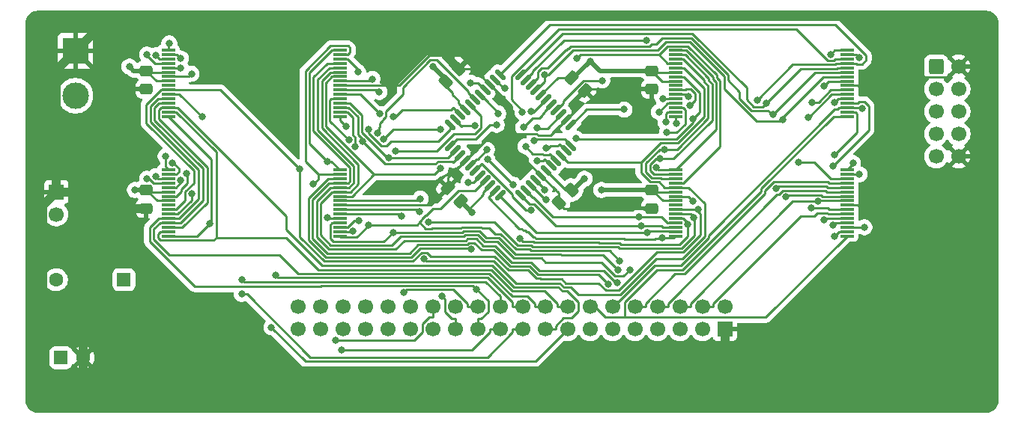
<source format=gbr>
%TF.GenerationSoftware,KiCad,Pcbnew,9.0.2*%
%TF.CreationDate,2025-07-22T08:12:46+02:00*%
%TF.ProjectId,p2000t-ram-expansion-board-128-512-smd-cpld,70323030-3074-42d7-9261-6d2d65787061,4*%
%TF.SameCoordinates,Original*%
%TF.FileFunction,Copper,L1,Top*%
%TF.FilePolarity,Positive*%
%FSLAX46Y46*%
G04 Gerber Fmt 4.6, Leading zero omitted, Abs format (unit mm)*
G04 Created by KiCad (PCBNEW 9.0.2) date 2025-07-22 08:12:46*
%MOMM*%
%LPD*%
G01*
G04 APERTURE LIST*
G04 Aperture macros list*
%AMRoundRect*
0 Rectangle with rounded corners*
0 $1 Rounding radius*
0 $2 $3 $4 $5 $6 $7 $8 $9 X,Y pos of 4 corners*
0 Add a 4 corners polygon primitive as box body*
4,1,4,$2,$3,$4,$5,$6,$7,$8,$9,$2,$3,0*
0 Add four circle primitives for the rounded corners*
1,1,$1+$1,$2,$3*
1,1,$1+$1,$4,$5*
1,1,$1+$1,$6,$7*
1,1,$1+$1,$8,$9*
0 Add four rect primitives between the rounded corners*
20,1,$1+$1,$2,$3,$4,$5,0*
20,1,$1+$1,$4,$5,$6,$7,0*
20,1,$1+$1,$6,$7,$8,$9,0*
20,1,$1+$1,$8,$9,$2,$3,0*%
G04 Aperture macros list end*
%TA.AperFunction,SMDPad,CuDef*%
%ADD10RoundRect,0.250000X-0.097227X0.574524X-0.574524X0.097227X0.097227X-0.574524X0.574524X-0.097227X0*%
%TD*%
%TA.AperFunction,SMDPad,CuDef*%
%ADD11RoundRect,0.075000X-0.712500X-0.075000X0.712500X-0.075000X0.712500X0.075000X-0.712500X0.075000X0*%
%TD*%
%TA.AperFunction,ComponentPad*%
%ADD12RoundRect,0.250000X0.550000X0.550000X-0.550000X0.550000X-0.550000X-0.550000X0.550000X-0.550000X0*%
%TD*%
%TA.AperFunction,ComponentPad*%
%ADD13C,1.600000*%
%TD*%
%TA.AperFunction,SMDPad,CuDef*%
%ADD14RoundRect,0.250000X-0.475000X0.337500X-0.475000X-0.337500X0.475000X-0.337500X0.475000X0.337500X0*%
%TD*%
%TA.AperFunction,ComponentPad*%
%ADD15RoundRect,0.250000X-0.600000X-0.600000X0.600000X-0.600000X0.600000X0.600000X-0.600000X0.600000X0*%
%TD*%
%TA.AperFunction,ComponentPad*%
%ADD16C,1.700000*%
%TD*%
%TA.AperFunction,ComponentPad*%
%ADD17R,1.700000X1.700000*%
%TD*%
%TA.AperFunction,SMDPad,CuDef*%
%ADD18RoundRect,0.250000X0.097227X-0.574524X0.574524X-0.097227X-0.097227X0.574524X-0.574524X0.097227X0*%
%TD*%
%TA.AperFunction,SMDPad,CuDef*%
%ADD19RoundRect,0.137500X-0.327037X-0.521491X0.521491X0.327037X0.327037X0.521491X-0.521491X-0.327037X0*%
%TD*%
%TA.AperFunction,SMDPad,CuDef*%
%ADD20RoundRect,0.137500X0.327037X-0.521491X0.521491X-0.327037X-0.327037X0.521491X-0.521491X0.327037X0*%
%TD*%
%TA.AperFunction,ComponentPad*%
%ADD21RoundRect,0.250000X-0.550000X-0.550000X0.550000X-0.550000X0.550000X0.550000X-0.550000X0.550000X0*%
%TD*%
%TA.AperFunction,SMDPad,CuDef*%
%ADD22RoundRect,0.250000X0.574524X0.097227X0.097227X0.574524X-0.574524X-0.097227X-0.097227X-0.574524X0*%
%TD*%
%TA.AperFunction,ComponentPad*%
%ADD23R,3.000000X3.000000*%
%TD*%
%TA.AperFunction,ComponentPad*%
%ADD24C,3.000000*%
%TD*%
%TA.AperFunction,SMDPad,CuDef*%
%ADD25RoundRect,0.250000X-0.574524X-0.097227X-0.097227X-0.574524X0.574524X0.097227X0.097227X0.574524X0*%
%TD*%
%TA.AperFunction,ViaPad*%
%ADD26C,0.800000*%
%TD*%
%TA.AperFunction,Conductor*%
%ADD27C,0.250000*%
%TD*%
%TA.AperFunction,Conductor*%
%ADD28C,0.500000*%
%TD*%
%TA.AperFunction,Conductor*%
%ADD29C,1.000000*%
%TD*%
G04 APERTURE END LIST*
D10*
%TO.P,C1,1*%
%TO.N,+5V*%
X81733623Y-64766377D03*
%TO.P,C1,2*%
%TO.N,GND*%
X80266377Y-66233623D03*
%TD*%
D11*
%TO.P,U4,1,A11*%
%TO.N,A11*%
X93472000Y-48955000D03*
%TO.P,U4,2,A9*%
%TO.N,A9*%
X93472000Y-49455000D03*
%TO.P,U4,3,A8*%
%TO.N,A8*%
X93472000Y-49955000D03*
%TO.P,U4,4,A13*%
%TO.N,R0*%
X93472000Y-50455000D03*
%TO.P,U4,5,~{WE}*%
%TO.N,~{WR}*%
X93472000Y-50955000D03*
%TO.P,U4,6,CS2/CE2*%
%TO.N,+5V*%
X93472000Y-51455000D03*
%TO.P,U4,7,A15*%
%TO.N,R2*%
X93472000Y-51955000D03*
%TO.P,U4,8,VCC*%
%TO.N,+5V*%
X93472000Y-52455000D03*
%TO.P,U4,9,NC*%
%TO.N,unconnected-(U4-NC-Pad9)*%
X93472000Y-52955000D03*
%TO.P,U4,10,A16*%
%TO.N,R3*%
X93472000Y-53455000D03*
%TO.P,U4,11,A14*%
%TO.N,R1*%
X93472000Y-53955000D03*
%TO.P,U4,12,A12*%
%TO.N,A12*%
X93472000Y-54455000D03*
%TO.P,U4,13,A7*%
%TO.N,A7*%
X93472000Y-54955000D03*
%TO.P,U4,14,A6*%
%TO.N,A6*%
X93472000Y-55455000D03*
%TO.P,U4,15,A5*%
%TO.N,A5*%
X93472000Y-55955000D03*
%TO.P,U4,16,A4*%
%TO.N,A4*%
X93472000Y-56455000D03*
%TO.P,U4,17,A3*%
%TO.N,A3*%
X112847000Y-56455000D03*
%TO.P,U4,18,A2*%
%TO.N,A2*%
X112847000Y-55955000D03*
%TO.P,U4,19,A1*%
%TO.N,A1*%
X112847000Y-55455000D03*
%TO.P,U4,20,A0*%
%TO.N,A0*%
X112847000Y-54955000D03*
%TO.P,U4,21,I/O0*%
%TO.N,D0*%
X112847000Y-54455000D03*
%TO.P,U4,22,I/O1*%
%TO.N,D1*%
X112847000Y-53955000D03*
%TO.P,U4,23,I/O2*%
%TO.N,D2*%
X112847000Y-53455000D03*
%TO.P,U4,24,GND*%
%TO.N,GND*%
X112847000Y-52955000D03*
%TO.P,U4,25,I/O3*%
%TO.N,D3*%
X112847000Y-52455000D03*
%TO.P,U4,26,I/O4*%
%TO.N,D4*%
X112847000Y-51955000D03*
%TO.P,U4,27,I/O5*%
%TO.N,D5*%
X112847000Y-51455000D03*
%TO.P,U4,28,I/O6*%
%TO.N,D6*%
X112847000Y-50955000D03*
%TO.P,U4,29,I/O7*%
%TO.N,D7*%
X112847000Y-50455000D03*
%TO.P,U4,30,~{CS1}/~{CE1}*%
%TO.N,~{CS3}*%
X112847000Y-49955000D03*
%TO.P,U4,31,A10*%
%TO.N,A10*%
X112847000Y-49455000D03*
%TO.P,U4,32,~{OE}*%
%TO.N,~{RD}*%
X112847000Y-48955000D03*
%TD*%
D12*
%TO.P,D1,1,K*%
%TO.N,+5V*%
X31115000Y-74930000D03*
D13*
%TO.P,D1,2,A*%
%TO.N,VCC*%
X23495000Y-74930000D03*
%TD*%
D14*
%TO.P,C5,1*%
%TO.N,+5V*%
X33655000Y-51276000D03*
%TO.P,C5,2*%
%TO.N,GND*%
X33655000Y-53351000D03*
%TD*%
%TO.P,C2,1*%
%TO.N,+5V*%
X33655000Y-64770000D03*
%TO.P,C2,2*%
%TO.N,GND*%
X33655000Y-66845000D03*
%TD*%
D15*
%TO.P,J4,1,TCK*%
%TO.N,TCK*%
X122936000Y-50800000D03*
D16*
%TO.P,J4,2,GND*%
%TO.N,GND*%
X125476000Y-50800000D03*
%TO.P,J4,3,TDO*%
%TO.N,TDO*%
X122936000Y-53340000D03*
%TO.P,J4,4,VccT*%
%TO.N,+5V*%
X125476000Y-53340000D03*
%TO.P,J4,5,TMS*%
%TO.N,TMS*%
X122936000Y-55880000D03*
%TO.P,J4,6,NC*%
%TO.N,unconnected-(J4-NC-Pad6)*%
X125476000Y-55880000D03*
%TO.P,J4,7,NC*%
%TO.N,unconnected-(J4-NC-Pad7)*%
X122936000Y-58420000D03*
%TO.P,J4,8,NC*%
%TO.N,unconnected-(J4-NC-Pad8)*%
X125476000Y-58420000D03*
%TO.P,J4,9,TDI*%
%TO.N,TDI*%
X122936000Y-60960000D03*
%TO.P,J4,10,GND*%
%TO.N,GND*%
X125476000Y-60960000D03*
%TD*%
D17*
%TO.P,J2,1,Pin_1*%
%TO.N,GND*%
X23500000Y-64990000D03*
D16*
%TO.P,J2,2,Pin_2*%
%TO.N,VCC*%
X23500000Y-67530000D03*
%TD*%
D18*
%TO.P,C6,1*%
%TO.N,+5V*%
X67516377Y-52483623D03*
%TO.P,C6,2*%
%TO.N,GND*%
X68983623Y-51016377D03*
%TD*%
D14*
%TO.P,C9,1*%
%TO.N,+5V*%
X90805000Y-51265000D03*
%TO.P,C9,2*%
%TO.N,GND*%
X90805000Y-53340000D03*
%TD*%
D11*
%TO.P,U2,1,A11*%
%TO.N,A11*%
X36165000Y-48940000D03*
%TO.P,U2,2,A9*%
%TO.N,A9*%
X36165000Y-49440000D03*
%TO.P,U2,3,A8*%
%TO.N,A8*%
X36165000Y-49940000D03*
%TO.P,U2,4,A13*%
%TO.N,R0*%
X36165000Y-50440000D03*
%TO.P,U2,5,~{WE}*%
%TO.N,~{WR}*%
X36165000Y-50940000D03*
%TO.P,U2,6,CS2/CE2*%
%TO.N,+5V*%
X36165000Y-51440000D03*
%TO.P,U2,7,A15*%
%TO.N,R2*%
X36165000Y-51940000D03*
%TO.P,U2,8,VCC*%
%TO.N,+5V*%
X36165000Y-52440000D03*
%TO.P,U2,9,NC*%
%TO.N,unconnected-(U2-NC-Pad9)*%
X36165000Y-52940000D03*
%TO.P,U2,10,A16*%
%TO.N,R3*%
X36165000Y-53440000D03*
%TO.P,U2,11,A14*%
%TO.N,R1*%
X36165000Y-53940000D03*
%TO.P,U2,12,A12*%
%TO.N,A12*%
X36165000Y-54440000D03*
%TO.P,U2,13,A7*%
%TO.N,A7*%
X36165000Y-54940000D03*
%TO.P,U2,14,A6*%
%TO.N,A6*%
X36165000Y-55440000D03*
%TO.P,U2,15,A5*%
%TO.N,A5*%
X36165000Y-55940000D03*
%TO.P,U2,16,A4*%
%TO.N,A4*%
X36165000Y-56440000D03*
%TO.P,U2,17,A3*%
%TO.N,A3*%
X55540000Y-56440000D03*
%TO.P,U2,18,A2*%
%TO.N,A2*%
X55540000Y-55940000D03*
%TO.P,U2,19,A1*%
%TO.N,A1*%
X55540000Y-55440000D03*
%TO.P,U2,20,A0*%
%TO.N,A0*%
X55540000Y-54940000D03*
%TO.P,U2,21,I/O0*%
%TO.N,D0*%
X55540000Y-54440000D03*
%TO.P,U2,22,I/O1*%
%TO.N,D1*%
X55540000Y-53940000D03*
%TO.P,U2,23,I/O2*%
%TO.N,D2*%
X55540000Y-53440000D03*
%TO.P,U2,24,GND*%
%TO.N,GND*%
X55540000Y-52940000D03*
%TO.P,U2,25,I/O3*%
%TO.N,D3*%
X55540000Y-52440000D03*
%TO.P,U2,26,I/O4*%
%TO.N,D4*%
X55540000Y-51940000D03*
%TO.P,U2,27,I/O5*%
%TO.N,D5*%
X55540000Y-51440000D03*
%TO.P,U2,28,I/O6*%
%TO.N,D6*%
X55540000Y-50940000D03*
%TO.P,U2,29,I/O7*%
%TO.N,D7*%
X55540000Y-50440000D03*
%TO.P,U2,30,~{CS1}/~{CE1}*%
%TO.N,~{CS1}*%
X55540000Y-49940000D03*
%TO.P,U2,31,A10*%
%TO.N,A10*%
X55540000Y-49440000D03*
%TO.P,U2,32,~{OE}*%
%TO.N,~{RD}*%
X55540000Y-48940000D03*
%TD*%
D19*
%TO.P,U1,1,I/O/TDI*%
%TO.N,TDI*%
X68001181Y-59741865D03*
%TO.P,U1,2,I/O*%
%TO.N,A0*%
X68566866Y-60307550D03*
%TO.P,U1,3,I/O*%
%TO.N,A1*%
X69132552Y-60873236D03*
%TO.P,U1,4,GND*%
%TO.N,GND*%
X69698237Y-61438921D03*
%TO.P,U1,5,I/O/PD1*%
%TO.N,~{CS3}*%
X70263922Y-62004607D03*
%TO.P,U1,6,I/O*%
%TO.N,A2*%
X70829608Y-62570292D03*
%TO.P,U1,7,I/O/TMS*%
%TO.N,TMS*%
X71395293Y-63135978D03*
%TO.P,U1,8,I/O*%
%TO.N,A3*%
X71960979Y-63701663D03*
%TO.P,U1,9,VCC*%
%TO.N,+5V*%
X72526664Y-64267348D03*
%TO.P,U1,10,I/O*%
%TO.N,A4*%
X73092350Y-64833034D03*
%TO.P,U1,11,I/O*%
%TO.N,A5*%
X73658035Y-65398719D03*
D20*
%TO.P,U1,12,I/O*%
%TO.N,A6*%
X76009165Y-65398719D03*
%TO.P,U1,13,I/O*%
%TO.N,A7*%
X76574850Y-64833034D03*
%TO.P,U1,14,I/O*%
%TO.N,~{CS4}*%
X77140536Y-64267348D03*
%TO.P,U1,15,I/O*%
%TO.N,~{IORQ}*%
X77706221Y-63701663D03*
%TO.P,U1,16,GND*%
%TO.N,GND*%
X78271907Y-63135978D03*
%TO.P,U1,17,VCC*%
%TO.N,+5V*%
X78837592Y-62570292D03*
%TO.P,U1,18,I/O*%
%TO.N,~{RD}*%
X79403278Y-62004607D03*
%TO.P,U1,19,I/O/PD2*%
%TO.N,~{CS1}*%
X79968963Y-61438921D03*
%TO.P,U1,20,I/O*%
%TO.N,~{WR}*%
X80534648Y-60873236D03*
%TO.P,U1,21,I/O*%
%TO.N,RAMS2*%
X81100334Y-60307550D03*
%TO.P,U1,22,I/O*%
%TO.N,~{CS2}*%
X81666019Y-59741865D03*
D19*
%TO.P,U1,23,I/O*%
%TO.N,D0*%
X81666019Y-57390735D03*
%TO.P,U1,24,GND*%
%TO.N,GND*%
X81100334Y-56825050D03*
%TO.P,U1,25,I/O*%
%TO.N,D1*%
X80534648Y-56259364D03*
%TO.P,U1,26,I/O/TCK*%
%TO.N,TCK*%
X79968963Y-55693679D03*
%TO.P,U1,27,I/O*%
%TO.N,D2*%
X79403278Y-55127993D03*
%TO.P,U1,28,I/O*%
%TO.N,D3*%
X78837592Y-54562308D03*
%TO.P,U1,29,VCC*%
%TO.N,+5V*%
X78271907Y-53996622D03*
%TO.P,U1,30,I/O*%
%TO.N,D4*%
X77706221Y-53430937D03*
%TO.P,U1,31,I/O*%
%TO.N,D5*%
X77140536Y-52865252D03*
%TO.P,U1,32,I/O/TDO*%
%TO.N,TDO*%
X76574850Y-52299566D03*
%TO.P,U1,33,I/O*%
%TO.N,D6*%
X76009165Y-51733881D03*
D20*
%TO.P,U1,34,I/O*%
%TO.N,D7*%
X73658035Y-51733881D03*
%TO.P,U1,35,I/O/GCLK3*%
%TO.N,R0*%
X73092350Y-52299566D03*
%TO.P,U1,36,GND*%
%TO.N,GND*%
X72526664Y-52865252D03*
%TO.P,U1,37,I/GCLK1*%
%TO.N,A13*%
X71960979Y-53430937D03*
%TO.P,U1,38,I/OE1/Vpp*%
%TO.N,A14*%
X71395293Y-53996622D03*
%TO.P,U1,39,I/GCLR*%
%TO.N,~{RES}*%
X70829608Y-54562308D03*
%TO.P,U1,40,I/OE2/GCLK2*%
%TO.N,~{MRQ}*%
X70263922Y-55127993D03*
%TO.P,U1,41,VCC*%
%TO.N,+5V*%
X69698237Y-55693679D03*
%TO.P,U1,42,I/O*%
%TO.N,R1*%
X69132552Y-56259364D03*
%TO.P,U1,43,I/O*%
%TO.N,R2*%
X68566866Y-56825050D03*
%TO.P,U1,44,I/O*%
%TO.N,R3*%
X68001181Y-57390735D03*
%TD*%
D21*
%TO.P,C3,1*%
%TO.N,+5V*%
X24000000Y-83750000D03*
D13*
%TO.P,C3,2*%
%TO.N,GND*%
X26500000Y-83750000D03*
%TD*%
D11*
%TO.P,U3,1,A11*%
%TO.N,A11*%
X36165000Y-62492000D03*
%TO.P,U3,2,A9*%
%TO.N,A9*%
X36165000Y-62992000D03*
%TO.P,U3,3,A8*%
%TO.N,A8*%
X36165000Y-63492000D03*
%TO.P,U3,4,A13*%
%TO.N,R0*%
X36165000Y-63992000D03*
%TO.P,U3,5,~{WE}*%
%TO.N,~{WR}*%
X36165000Y-64492000D03*
%TO.P,U3,6,CS2/CE2*%
%TO.N,+5V*%
X36165000Y-64992000D03*
%TO.P,U3,7,A15*%
%TO.N,R2*%
X36165000Y-65492000D03*
%TO.P,U3,8,VCC*%
%TO.N,+5V*%
X36165000Y-65992000D03*
%TO.P,U3,9,NC*%
%TO.N,unconnected-(U3-NC-Pad9)*%
X36165000Y-66492000D03*
%TO.P,U3,10,A16*%
%TO.N,R3*%
X36165000Y-66992000D03*
%TO.P,U3,11,A14*%
%TO.N,R1*%
X36165000Y-67492000D03*
%TO.P,U3,12,A12*%
%TO.N,A12*%
X36165000Y-67992000D03*
%TO.P,U3,13,A7*%
%TO.N,A7*%
X36165000Y-68492000D03*
%TO.P,U3,14,A6*%
%TO.N,A6*%
X36165000Y-68992000D03*
%TO.P,U3,15,A5*%
%TO.N,A5*%
X36165000Y-69492000D03*
%TO.P,U3,16,A4*%
%TO.N,A4*%
X36165000Y-69992000D03*
%TO.P,U3,17,A3*%
%TO.N,A3*%
X55540000Y-69992000D03*
%TO.P,U3,18,A2*%
%TO.N,A2*%
X55540000Y-69492000D03*
%TO.P,U3,19,A1*%
%TO.N,A1*%
X55540000Y-68992000D03*
%TO.P,U3,20,A0*%
%TO.N,A0*%
X55540000Y-68492000D03*
%TO.P,U3,21,I/O0*%
%TO.N,D0*%
X55540000Y-67992000D03*
%TO.P,U3,22,I/O1*%
%TO.N,D1*%
X55540000Y-67492000D03*
%TO.P,U3,23,I/O2*%
%TO.N,D2*%
X55540000Y-66992000D03*
%TO.P,U3,24,GND*%
%TO.N,GND*%
X55540000Y-66492000D03*
%TO.P,U3,25,I/O3*%
%TO.N,D3*%
X55540000Y-65992000D03*
%TO.P,U3,26,I/O4*%
%TO.N,D4*%
X55540000Y-65492000D03*
%TO.P,U3,27,I/O5*%
%TO.N,D5*%
X55540000Y-64992000D03*
%TO.P,U3,28,I/O6*%
%TO.N,D6*%
X55540000Y-64492000D03*
%TO.P,U3,29,I/O7*%
%TO.N,D7*%
X55540000Y-63992000D03*
%TO.P,U3,30,~{CS1}/~{CE1}*%
%TO.N,~{CS2}*%
X55540000Y-63492000D03*
%TO.P,U3,31,A10*%
%TO.N,A10*%
X55540000Y-62992000D03*
%TO.P,U3,32,~{OE}*%
%TO.N,~{RD}*%
X55540000Y-62492000D03*
%TD*%
%TO.P,U5,1,A11*%
%TO.N,A11*%
X93472000Y-62492000D03*
%TO.P,U5,2,A9*%
%TO.N,A9*%
X93472000Y-62992000D03*
%TO.P,U5,3,A8*%
%TO.N,A8*%
X93472000Y-63492000D03*
%TO.P,U5,4,A13*%
%TO.N,R0*%
X93472000Y-63992000D03*
%TO.P,U5,5,~{WE}*%
%TO.N,~{WR}*%
X93472000Y-64492000D03*
%TO.P,U5,6,CS2/CE2*%
%TO.N,+5V*%
X93472000Y-64992000D03*
%TO.P,U5,7,A15*%
%TO.N,R2*%
X93472000Y-65492000D03*
%TO.P,U5,8,VCC*%
%TO.N,+5V*%
X93472000Y-65992000D03*
%TO.P,U5,9,NC*%
%TO.N,unconnected-(U5-NC-Pad9)*%
X93472000Y-66492000D03*
%TO.P,U5,10,A16*%
%TO.N,R3*%
X93472000Y-66992000D03*
%TO.P,U5,11,A14*%
%TO.N,R1*%
X93472000Y-67492000D03*
%TO.P,U5,12,A12*%
%TO.N,A12*%
X93472000Y-67992000D03*
%TO.P,U5,13,A7*%
%TO.N,A7*%
X93472000Y-68492000D03*
%TO.P,U5,14,A6*%
%TO.N,A6*%
X93472000Y-68992000D03*
%TO.P,U5,15,A5*%
%TO.N,A5*%
X93472000Y-69492000D03*
%TO.P,U5,16,A4*%
%TO.N,A4*%
X93472000Y-69992000D03*
%TO.P,U5,17,A3*%
%TO.N,A3*%
X112847000Y-69992000D03*
%TO.P,U5,18,A2*%
%TO.N,A2*%
X112847000Y-69492000D03*
%TO.P,U5,19,A1*%
%TO.N,A1*%
X112847000Y-68992000D03*
%TO.P,U5,20,A0*%
%TO.N,A0*%
X112847000Y-68492000D03*
%TO.P,U5,21,I/O0*%
%TO.N,D0*%
X112847000Y-67992000D03*
%TO.P,U5,22,I/O1*%
%TO.N,D1*%
X112847000Y-67492000D03*
%TO.P,U5,23,I/O2*%
%TO.N,D2*%
X112847000Y-66992000D03*
%TO.P,U5,24,GND*%
%TO.N,GND*%
X112847000Y-66492000D03*
%TO.P,U5,25,I/O3*%
%TO.N,D3*%
X112847000Y-65992000D03*
%TO.P,U5,26,I/O4*%
%TO.N,D4*%
X112847000Y-65492000D03*
%TO.P,U5,27,I/O5*%
%TO.N,D5*%
X112847000Y-64992000D03*
%TO.P,U5,28,I/O6*%
%TO.N,D6*%
X112847000Y-64492000D03*
%TO.P,U5,29,I/O7*%
%TO.N,D7*%
X112847000Y-63992000D03*
%TO.P,U5,30,~{CS1}/~{CE1}*%
%TO.N,~{CS4}*%
X112847000Y-63492000D03*
%TO.P,U5,31,A10*%
%TO.N,A10*%
X112847000Y-62992000D03*
%TO.P,U5,32,~{OE}*%
%TO.N,~{RD}*%
X112847000Y-62492000D03*
%TD*%
D14*
%TO.P,C4,1*%
%TO.N,+5V*%
X90805000Y-64777800D03*
%TO.P,C4,2*%
%TO.N,GND*%
X90805000Y-66852800D03*
%TD*%
D22*
%TO.P,C7,1*%
%TO.N,+5V*%
X69233623Y-66016323D03*
%TO.P,C7,2*%
%TO.N,GND*%
X67766377Y-64549077D03*
%TD*%
D23*
%TO.P,J3,1,Pin_1*%
%TO.N,GND*%
X25658000Y-49020000D03*
D24*
%TO.P,J3,2,Pin_2*%
%TO.N,VCC*%
X25658000Y-54100000D03*
%TD*%
D25*
%TO.P,C8,1*%
%TO.N,+5V*%
X81766377Y-52049077D03*
%TO.P,C8,2*%
%TO.N,GND*%
X83233623Y-53516323D03*
%TD*%
D17*
%TO.P,J1,1,Pin_1*%
%TO.N,GND*%
X99055000Y-80518000D03*
D16*
%TO.P,J1,2,Pin_2*%
%TO.N,unconnected-(J1-Pin_2-Pad2)*%
X99055000Y-77978000D03*
%TO.P,J1,3,Pin_3*%
%TO.N,D0*%
X96515000Y-80518000D03*
%TO.P,J1,4,Pin_4*%
%TO.N,D1*%
X96515000Y-77978000D03*
%TO.P,J1,5,Pin_5*%
%TO.N,D2*%
X93975000Y-80518000D03*
%TO.P,J1,6,Pin_6*%
%TO.N,D3*%
X93975000Y-77978000D03*
%TO.P,J1,7,Pin_7*%
%TO.N,D4*%
X91435000Y-80518000D03*
%TO.P,J1,8,Pin_8*%
%TO.N,D5*%
X91435000Y-77978000D03*
%TO.P,J1,9,Pin_9*%
%TO.N,D6*%
X88895000Y-80518000D03*
%TO.P,J1,10,Pin_10*%
%TO.N,D7*%
X88895000Y-77978000D03*
%TO.P,J1,11,Pin_11*%
%TO.N,A0*%
X86355000Y-80518000D03*
%TO.P,J1,12,Pin_12*%
%TO.N,A1*%
X86355000Y-77978000D03*
%TO.P,J1,13,Pin_13*%
%TO.N,A2*%
X83815000Y-80518000D03*
%TO.P,J1,14,Pin_14*%
%TO.N,A3*%
X83815000Y-77978000D03*
%TO.P,J1,15,Pin_15*%
%TO.N,A4*%
X81275000Y-80518000D03*
%TO.P,J1,16,Pin_16*%
%TO.N,A5*%
X81275000Y-77978000D03*
%TO.P,J1,17,Pin_17*%
%TO.N,A6*%
X78735000Y-80518000D03*
%TO.P,J1,18,Pin_18*%
%TO.N,A7*%
X78735000Y-77978000D03*
%TO.P,J1,19,Pin_19*%
%TO.N,A8*%
X76195000Y-80518000D03*
%TO.P,J1,20,Pin_20*%
%TO.N,A9*%
X76195000Y-77978000D03*
%TO.P,J1,21,Pin_21*%
%TO.N,A10*%
X73655000Y-80518000D03*
%TO.P,J1,22,Pin_22*%
%TO.N,A11*%
X73655000Y-77978000D03*
%TO.P,J1,23,Pin_23*%
%TO.N,A12*%
X71115000Y-80518000D03*
%TO.P,J1,24,Pin_24*%
%TO.N,A13*%
X71115000Y-77978000D03*
%TO.P,J1,25,Pin_25*%
%TO.N,A14*%
X68575000Y-80518000D03*
%TO.P,J1,26,Pin_26*%
%TO.N,RAMS2*%
X68575000Y-77978000D03*
%TO.P,J1,27,Pin_27*%
%TO.N,~{MRQ}*%
X66035000Y-80518000D03*
%TO.P,J1,28,Pin_28*%
%TO.N,~{RD}*%
X66035000Y-77978000D03*
%TO.P,J1,29,Pin_29*%
%TO.N,unconnected-(J1-Pin_29-Pad29)*%
X63495000Y-80518000D03*
%TO.P,J1,30,Pin_30*%
%TO.N,~{WR}*%
X63495000Y-77978000D03*
%TO.P,J1,31,Pin_31*%
%TO.N,~{IORQ}*%
X60955000Y-80518000D03*
%TO.P,J1,32,Pin_32*%
%TO.N,unconnected-(J1-Pin_32-Pad32)*%
X60955000Y-77978000D03*
%TO.P,J1,33,Pin_33*%
%TO.N,unconnected-(J1-Pin_33-Pad33)*%
X58415000Y-80518000D03*
%TO.P,J1,34,Pin_34*%
%TO.N,~{RES}*%
X58415000Y-77978000D03*
%TO.P,J1,35,Pin_35*%
%TO.N,unconnected-(J1-Pin_35-Pad35)*%
X55875000Y-80518000D03*
%TO.P,J1,36,Pin_36*%
%TO.N,unconnected-(J1-Pin_36-Pad36)*%
X55875000Y-77978000D03*
%TO.P,J1,37,Pin_37*%
%TO.N,unconnected-(J1-Pin_37-Pad37)*%
X53335000Y-80518000D03*
%TO.P,J1,38,Pin_38*%
%TO.N,unconnected-(J1-Pin_38-Pad38)*%
X53335000Y-77978000D03*
%TO.P,J1,39,Pin_39*%
%TO.N,unconnected-(J1-Pin_39-Pad39)*%
X50795000Y-80518000D03*
%TO.P,J1,40,Pin_40*%
%TO.N,unconnected-(J1-Pin_40-Pad40)*%
X50795000Y-77978000D03*
%TD*%
D26*
%TO.N,D2*%
X76290000Y-57695000D03*
%TO.N,D3*%
X77169502Y-55908000D03*
%TO.N,R3*%
X96020000Y-66941800D03*
X95091100Y-55175700D03*
X58781200Y-57901800D03*
X51032700Y-62423900D03*
%TO.N,R1*%
X95526900Y-67863200D03*
X94964000Y-54175500D03*
X65556200Y-68412900D03*
X61597400Y-56495700D03*
X39945900Y-56509900D03*
X38797300Y-65212100D03*
%TO.N,R2*%
X95481200Y-66066100D03*
X95468400Y-56686700D03*
X38761700Y-51622700D03*
X70775400Y-57478900D03*
X38244400Y-62867400D03*
X82242800Y-58946800D03*
%TO.N,R0*%
X33750800Y-49437300D03*
X74193100Y-53233200D03*
X82330400Y-49873600D03*
X33750800Y-63496200D03*
%TO.N,TDI*%
X73270200Y-57384600D03*
%TO.N,TCK*%
X85195200Y-52365700D03*
%TO.N,TDO*%
X90227900Y-47800100D03*
%TO.N,~{CS4}*%
X78821000Y-65858700D03*
X107406200Y-61622300D03*
%TO.N,~{CS1}*%
X57586700Y-51429600D03*
X76532900Y-59839900D03*
%TO.N,TMS*%
X70065000Y-63896300D03*
%TO.N,~{CS3}*%
X72161100Y-60229200D03*
X76170300Y-55948000D03*
%TO.N,+5V*%
X85090000Y-64770000D03*
X32385000Y-64770000D03*
X31750000Y-50800000D03*
X66040000Y-50800000D03*
X70485000Y-67310000D03*
X83185000Y-63500000D03*
X83820000Y-50165000D03*
%TO.N,~{CS2}*%
X77495400Y-59149500D03*
X70419700Y-71488400D03*
%TO.N,GND*%
X74930000Y-58420000D03*
%TO.N,~{RES}*%
X59798000Y-58303900D03*
%TO.N,~{IORQ}*%
X78664500Y-64734500D03*
%TO.N,~{WR}*%
X37559900Y-63649400D03*
X65072800Y-72563800D03*
X37559900Y-50940000D03*
%TO.N,~{RD}*%
X113525300Y-61734900D03*
X77821800Y-61434700D03*
X55043000Y-81759300D03*
X111022900Y-49407300D03*
X54141100Y-61519400D03*
%TO.N,~{MRQ}*%
X61827100Y-60351100D03*
%TO.N,RAMS2*%
X78838300Y-60043700D03*
%TO.N,A14*%
X67057600Y-76793800D03*
X75108000Y-64161900D03*
X72206600Y-61300100D03*
X73438400Y-56116800D03*
%TO.N,A13*%
X62769700Y-76396500D03*
X60505300Y-59011200D03*
X66917600Y-57915200D03*
X70330400Y-52644200D03*
%TO.N,A12*%
X92065800Y-54455000D03*
X94865300Y-68622200D03*
X71016400Y-76067400D03*
X75847900Y-70251100D03*
%TO.N,A11*%
X91309500Y-62230900D03*
X35844600Y-60967900D03*
X44497200Y-74940400D03*
X36255800Y-48162500D03*
%TO.N,A10*%
X55716900Y-82911900D03*
X114279600Y-62992000D03*
X114246500Y-49799700D03*
X52539900Y-64117800D03*
%TO.N,A9*%
X36569800Y-61691700D03*
X91741700Y-61230700D03*
X37562600Y-49890500D03*
X48286100Y-74412500D03*
%TO.N,A8*%
X34753900Y-63216300D03*
X34764000Y-49525700D03*
X92209700Y-60191800D03*
X44437800Y-76543800D03*
%TO.N,A7*%
X89346000Y-67845100D03*
X91606000Y-55940400D03*
%TO.N,A6*%
X89571900Y-68849100D03*
X92514700Y-58284400D03*
%TO.N,A5*%
X90286200Y-69574200D03*
X92354700Y-57099000D03*
%TO.N,A4*%
X91959200Y-70202200D03*
X93598700Y-57205800D03*
X47806300Y-80323600D03*
X40804500Y-68594800D03*
%TO.N,A3*%
X58742000Y-68715500D03*
X56248700Y-57583100D03*
X87188200Y-72808200D03*
%TO.N,A2*%
X57032700Y-69413100D03*
X111434100Y-70041600D03*
X111468000Y-60804800D03*
X57245500Y-59853500D03*
X77179900Y-67066100D03*
%TO.N,A1*%
X114554400Y-55534300D03*
X114816000Y-68992000D03*
X58082800Y-59276300D03*
X57720600Y-68228100D03*
%TO.N,A0*%
X111244700Y-68712400D03*
X111244700Y-62049500D03*
X61542700Y-69553900D03*
X61092500Y-61105700D03*
X86958800Y-73808400D03*
%TO.N,D7*%
X102699300Y-54612700D03*
X85890400Y-75427700D03*
%TO.N,D6*%
X86890600Y-75258600D03*
X104876900Y-64567300D03*
X103708000Y-54945600D03*
%TO.N,D5*%
X104469000Y-56246800D03*
X88338800Y-73803300D03*
%TO.N,D4*%
X105570300Y-56806900D03*
X105932000Y-65563400D03*
X78652400Y-51718900D03*
X66917200Y-62294600D03*
%TO.N,D3*%
X64654400Y-65752400D03*
X59214000Y-52198100D03*
X109625800Y-66059400D03*
X110229200Y-53000300D03*
%TO.N,D2*%
X64560600Y-67218900D03*
X60004500Y-53668900D03*
X108833400Y-66841500D03*
X108899300Y-54825300D03*
%TO.N,D1*%
X108471700Y-56569000D03*
X60034200Y-56160100D03*
X62510000Y-67742600D03*
X77854221Y-57700831D03*
%TO.N,D0*%
X110265700Y-68117800D03*
X54133100Y-67863900D03*
X56550100Y-59134300D03*
X111434400Y-54895300D03*
X87690000Y-55666200D03*
%TD*%
D27*
%TO.N,A2*%
X75021480Y-65258149D02*
X75021480Y-65496480D01*
X71563400Y-61836500D02*
X71599831Y-61836500D01*
X71599831Y-61836500D02*
X75021480Y-65258149D01*
X76591100Y-67066100D02*
X77179900Y-67066100D01*
X70803100Y-62596800D02*
X71563400Y-61836500D01*
X75021480Y-65496480D02*
X76591100Y-67066100D01*
%TO.N,D2*%
X77351000Y-56634000D02*
X76290000Y-57695000D01*
X78069300Y-56634000D02*
X77351000Y-56634000D01*
X78427700Y-56275600D02*
X78069300Y-56634000D01*
%TO.N,D3*%
X77169502Y-55908000D02*
X77349900Y-55908000D01*
%TO.N,D1*%
X79009000Y-57785000D02*
X80561200Y-56232800D01*
X77854221Y-57700831D02*
X77854221Y-57723721D01*
X77854221Y-57723721D02*
X77915500Y-57785000D01*
X77915500Y-57785000D02*
X79009000Y-57785000D01*
%TO.N,GND*%
X77191180Y-58420000D02*
X74930000Y-58420000D01*
X77796120Y-58423500D02*
X77194680Y-58423500D01*
X79368200Y-58557200D02*
X77929820Y-58557200D01*
X81915000Y-54834900D02*
X81915000Y-56010400D01*
X81915000Y-56010400D02*
X79368200Y-58557200D01*
X77194680Y-58423500D02*
X77191180Y-58420000D01*
X77929820Y-58557200D02*
X77796120Y-58423500D01*
X83409900Y-53340000D02*
X81915000Y-54834900D01*
X90805000Y-53340000D02*
X83409900Y-53340000D01*
%TO.N,~{CS2}*%
X77636700Y-59008200D02*
X80932300Y-59008200D01*
X77495400Y-59149500D02*
X77636700Y-59008200D01*
X80932300Y-59008200D02*
X81692500Y-59768400D01*
%TO.N,R3*%
X94614300Y-53455000D02*
X93472000Y-53455000D01*
X94711600Y-53357700D02*
X94614300Y-53455000D01*
X95171700Y-53357700D02*
X94711600Y-53357700D01*
X95695700Y-53881700D02*
X95171700Y-53357700D01*
X95695700Y-54571100D02*
X95695700Y-53881700D01*
X95091100Y-55175700D02*
X95695700Y-54571100D01*
X42048800Y-53440000D02*
X36165000Y-53440000D01*
X51032700Y-62423900D02*
X42048800Y-53440000D01*
X35311200Y-53440000D02*
X36165000Y-53440000D01*
X33652200Y-55099000D02*
X35311200Y-53440000D01*
X33652200Y-57231800D02*
X33652200Y-55099000D01*
X39018700Y-62598300D02*
X33652200Y-57231800D01*
X39018700Y-63965300D02*
X39018700Y-62598300D01*
X38072200Y-64911800D02*
X39018700Y-63965300D01*
X38072200Y-65972600D02*
X38072200Y-64911800D01*
X37052800Y-66992000D02*
X38072200Y-65972600D01*
X36165000Y-66992000D02*
X37052800Y-66992000D01*
X58781200Y-58312500D02*
X58781200Y-57901800D01*
X60205000Y-59736300D02*
X58781200Y-58312500D01*
X60805600Y-59736300D02*
X60205000Y-59736300D01*
X61299300Y-59242600D02*
X60805600Y-59736300D01*
X66654700Y-59242600D02*
X61299300Y-59242600D01*
X67974700Y-57922600D02*
X66654700Y-59242600D01*
X67974700Y-57364200D02*
X67974700Y-57922600D01*
X95902500Y-67059300D02*
X96020000Y-66941800D01*
X95835100Y-66992000D02*
X93472000Y-66992000D01*
X95902500Y-67059300D02*
X95835100Y-66992000D01*
X51032700Y-70109200D02*
X51032700Y-62423900D01*
X53762400Y-72838900D02*
X51032700Y-70109200D01*
X63772300Y-72838900D02*
X53762400Y-72838900D01*
X64772500Y-71838700D02*
X63772300Y-72838900D01*
X65373200Y-71838700D02*
X64772500Y-71838700D01*
X65813600Y-72279100D02*
X65373200Y-71838700D01*
X73030700Y-72279100D02*
X65813600Y-72279100D01*
X74615000Y-73863400D02*
X73030700Y-72279100D01*
X76821900Y-73863400D02*
X74615000Y-73863400D01*
X77753000Y-74794500D02*
X76821900Y-73863400D01*
X78164700Y-74794500D02*
X77753000Y-74794500D01*
X78240400Y-74870200D02*
X78164700Y-74794500D01*
X80601800Y-74870200D02*
X78240400Y-74870200D01*
X81051800Y-75320200D02*
X80601800Y-74870200D01*
X84757500Y-75320200D02*
X81051800Y-75320200D01*
X85590100Y-76152800D02*
X84757500Y-75320200D01*
X87021900Y-76152800D02*
X85590100Y-76152800D01*
X91347200Y-71827500D02*
X87021900Y-76152800D01*
X94326700Y-71827500D02*
X91347200Y-71827500D01*
X96295300Y-69858900D02*
X94326700Y-71827500D01*
X96295300Y-67452200D02*
X96295300Y-69858900D01*
X95902500Y-67059300D02*
X96295300Y-67452200D01*
%TO.N,R1*%
X69106000Y-56232800D02*
X68345900Y-55472600D01*
X37376000Y-53940000D02*
X36165000Y-53940000D01*
X39945900Y-56509900D02*
X37376000Y-53940000D01*
X94743500Y-53955000D02*
X94964000Y-54175500D01*
X93472000Y-53955000D02*
X94743500Y-53955000D01*
X61861000Y-56495700D02*
X61597400Y-56495700D01*
X62609900Y-55746800D02*
X61861000Y-56495700D01*
X68071700Y-55746800D02*
X62609900Y-55746800D01*
X68345900Y-55472600D02*
X68071700Y-55746800D01*
X37228400Y-67492000D02*
X36165000Y-67492000D01*
X38797300Y-65923100D02*
X37228400Y-67492000D01*
X38797300Y-65212100D02*
X38797300Y-65923100D01*
X95536500Y-67853600D02*
X95526900Y-67863200D01*
X95174900Y-67492000D02*
X95536500Y-67853600D01*
X93472000Y-67492000D02*
X95174900Y-67492000D01*
X72984100Y-68412900D02*
X65556200Y-68412900D01*
X75613400Y-71042200D02*
X72984100Y-68412900D01*
X77183700Y-71042200D02*
X75613400Y-71042200D01*
X77304300Y-71162800D02*
X77183700Y-71042200D01*
X84632400Y-71162800D02*
X77304300Y-71162800D01*
X84670700Y-71201100D02*
X84632400Y-71162800D01*
X86955400Y-71201100D02*
X84670700Y-71201100D01*
X87131700Y-71377400D02*
X86955400Y-71201100D01*
X94140200Y-71377400D02*
X87131700Y-71377400D01*
X95603400Y-69914200D02*
X94140200Y-71377400D01*
X95603400Y-67939700D02*
X95603400Y-69914200D01*
X95526900Y-67863200D02*
X95603400Y-67939700D01*
%TO.N,R2*%
X94405600Y-51955000D02*
X93472000Y-51955000D01*
X96227200Y-53776600D02*
X94405600Y-51955000D01*
X96227200Y-55927900D02*
X96227200Y-53776600D01*
X95468400Y-56686700D02*
X96227200Y-55927900D01*
X68540300Y-56798500D02*
X69300600Y-57558700D01*
X69380400Y-57478900D02*
X70775400Y-57478900D01*
X69300600Y-57558700D02*
X69380400Y-57478900D01*
X38444400Y-51940000D02*
X38761700Y-51622700D01*
X36165000Y-51940000D02*
X38444400Y-51940000D01*
X38297000Y-62920000D02*
X38244400Y-62867400D01*
X38297000Y-64013600D02*
X38297000Y-62920000D01*
X37609300Y-64701300D02*
X38297000Y-64013600D01*
X37609300Y-64916800D02*
X37609300Y-64701300D01*
X37034100Y-65492000D02*
X37609300Y-64916800D01*
X36165000Y-65492000D02*
X37034100Y-65492000D01*
X94907100Y-65492000D02*
X95481200Y-66066100D01*
X93472000Y-65492000D02*
X94907100Y-65492000D01*
X95468400Y-57107200D02*
X95468400Y-56686700D01*
X93559100Y-59016500D02*
X95468400Y-57107200D01*
X82312500Y-59016500D02*
X93559100Y-59016500D01*
X82242800Y-58946800D02*
X82312500Y-59016500D01*
%TO.N,R0*%
X34652900Y-50440000D02*
X36165000Y-50440000D01*
X33750800Y-49537900D02*
X34652900Y-50440000D01*
X33750800Y-49437300D02*
X33750800Y-49537900D01*
X74026000Y-53233200D02*
X74193100Y-53233200D01*
X73065800Y-52273000D02*
X74026000Y-53233200D01*
X92606300Y-50455000D02*
X93472000Y-50455000D01*
X91608900Y-49457500D02*
X92606300Y-50455000D01*
X91608800Y-49457600D02*
X91608900Y-49457500D01*
X90690400Y-49457600D02*
X91608800Y-49457600D01*
X90672600Y-49439800D02*
X90690400Y-49457600D01*
X82764200Y-49439800D02*
X90672600Y-49439800D01*
X82330400Y-49873600D02*
X82764200Y-49439800D01*
X94381700Y-63992000D02*
X93472000Y-63992000D01*
X98524900Y-59848800D02*
X94381700Y-63992000D01*
X98524900Y-52400000D02*
X98524900Y-59848800D01*
X98169400Y-52044500D02*
X98524900Y-52400000D01*
X98169400Y-51761200D02*
X98169400Y-52044500D01*
X94887700Y-48479500D02*
X98169400Y-51761200D01*
X92586900Y-48479500D02*
X94887700Y-48479500D01*
X91608900Y-49457500D02*
X92586900Y-48479500D01*
X34008400Y-63496200D02*
X33750800Y-63496200D01*
X34504200Y-63992000D02*
X34008400Y-63496200D01*
X36165000Y-63992000D02*
X34504200Y-63992000D01*
%TO.N,TDI*%
X72539600Y-57384600D02*
X73270200Y-57384600D01*
X70916000Y-59008200D02*
X72539600Y-57384600D01*
X68734900Y-59008200D02*
X70916000Y-59008200D01*
X67974700Y-59768400D02*
X68734900Y-59008200D01*
%TO.N,TCK*%
X79995500Y-55667200D02*
X80755800Y-54906900D01*
X83092100Y-52365700D02*
X85195200Y-52365700D01*
X80755700Y-54702100D02*
X83092100Y-52365700D01*
X80755700Y-54906900D02*
X80755700Y-54702100D01*
X80755800Y-54906900D02*
X80755700Y-54906900D01*
%TO.N,TDO*%
X80909100Y-47800100D02*
X90227900Y-47800100D01*
X77361600Y-51347600D02*
X80909100Y-47800100D01*
X77361600Y-51512700D02*
X77361600Y-51347600D01*
X77361700Y-51512700D02*
X77361600Y-51512700D01*
X76601400Y-52273000D02*
X77361700Y-51512700D01*
%TO.N,~{CS4}*%
X110990800Y-63492000D02*
X112847000Y-63492000D01*
X109121100Y-61622300D02*
X110990800Y-63492000D01*
X107406200Y-61622300D02*
X109121100Y-61622300D01*
X78731900Y-65858700D02*
X78821000Y-65858700D01*
X77167100Y-64293900D02*
X78731900Y-65858700D01*
%TO.N,~{CS1}*%
X57586700Y-51131000D02*
X57586700Y-51429600D01*
X56395700Y-49940000D02*
X57586700Y-51131000D01*
X55540000Y-49940000D02*
X56395700Y-49940000D01*
X79135400Y-60805100D02*
X79235300Y-60705200D01*
X78574300Y-60805100D02*
X79135400Y-60805100D01*
X78432700Y-60663500D02*
X78574300Y-60805100D01*
X77356500Y-60663500D02*
X78432700Y-60663500D01*
X76532900Y-59839900D02*
X77356500Y-60663500D01*
X79995500Y-61465400D02*
X79235300Y-60705200D01*
%TO.N,TMS*%
X70582100Y-63896300D02*
X70065000Y-63896300D01*
X70608600Y-63922700D02*
X70582100Y-63896300D01*
X71368800Y-63162500D02*
X70608600Y-63922700D01*
%TO.N,~{CS3}*%
X71119400Y-61270900D02*
X72161100Y-60229200D01*
X70997700Y-61270900D02*
X71119400Y-61270900D01*
X70997700Y-61270800D02*
X70997700Y-61270900D01*
X70237400Y-62031100D02*
X70997700Y-61270800D01*
X111500700Y-49955000D02*
X112847000Y-49955000D01*
X111323300Y-50132400D02*
X111500700Y-49955000D01*
X110722600Y-50132400D02*
X111323300Y-50132400D01*
X107128700Y-46538500D02*
X110722600Y-50132400D01*
X80324400Y-46538500D02*
X107128700Y-46538500D01*
X74924600Y-51938300D02*
X80324400Y-46538500D01*
X74924600Y-54523300D02*
X74924600Y-51938300D01*
X76170300Y-55769000D02*
X74924600Y-54523300D01*
X76170300Y-55948000D02*
X76170300Y-55769000D01*
D28*
%TO.N,+5V*%
X85097800Y-64777800D02*
X90805000Y-64777800D01*
X85090000Y-64770000D02*
X85097800Y-64777800D01*
D27*
X91995000Y-52455000D02*
X90995000Y-51455000D01*
X93472000Y-52455000D02*
X91995000Y-52455000D01*
X90995000Y-51455000D02*
X90805000Y-51265000D01*
X93472000Y-51455000D02*
X90995000Y-51455000D01*
D28*
X84920000Y-51265000D02*
X90805000Y-51265000D01*
X83820000Y-50165000D02*
X84920000Y-51265000D01*
D27*
X92019200Y-65992000D02*
X91019200Y-64992000D01*
X93472000Y-65992000D02*
X92019200Y-65992000D01*
X91019200Y-64992000D02*
X93472000Y-64992000D01*
X90805000Y-64777800D02*
X91019200Y-64992000D01*
D28*
X32385000Y-64770000D02*
X33655000Y-64770000D01*
D27*
X34877000Y-65992000D02*
X33877000Y-64992000D01*
X36165000Y-65992000D02*
X34877000Y-65992000D01*
X33877000Y-64992000D02*
X33655000Y-64770000D01*
X36165000Y-64992000D02*
X33877000Y-64992000D01*
X34819000Y-52440000D02*
X33655000Y-51276000D01*
X36165000Y-52440000D02*
X34819000Y-52440000D01*
X33819000Y-51440000D02*
X33655000Y-51276000D01*
X36165000Y-51440000D02*
X33819000Y-51440000D01*
D28*
X32226000Y-51276000D02*
X31750000Y-50800000D01*
X33655000Y-51276000D02*
X32226000Y-51276000D01*
X69233600Y-66058600D02*
X70107700Y-66932700D01*
X69233600Y-66016300D02*
X69233600Y-66058600D01*
D27*
X71740000Y-65300400D02*
X70107700Y-66932700D01*
X71740000Y-65054000D02*
X71740000Y-65300400D01*
X72500100Y-64293900D02*
X71740000Y-65054000D01*
D28*
X70107700Y-66932700D02*
X70485000Y-67310000D01*
D27*
X81033700Y-64766400D02*
X78864100Y-62596800D01*
X81733600Y-64766400D02*
X81033700Y-64766400D01*
D28*
X81935900Y-52049100D02*
X83820000Y-50165000D01*
X81766400Y-52049100D02*
X81935900Y-52049100D01*
X81918600Y-64766400D02*
X83185000Y-63500000D01*
X81733600Y-64766400D02*
X81918600Y-64766400D01*
X67516400Y-52276400D02*
X66040000Y-50800000D01*
X67516400Y-52483600D02*
X67516400Y-52276400D01*
D27*
X80219400Y-52049100D02*
X78298400Y-53970100D01*
X81766400Y-52049100D02*
X80219400Y-52049100D01*
X67516400Y-52963200D02*
X67516400Y-52483600D01*
X68281200Y-53728000D02*
X67516400Y-52963200D01*
X68281200Y-53994100D02*
X68281200Y-53728000D01*
X68911500Y-54624400D02*
X68281200Y-53994100D01*
X68911500Y-54906900D02*
X68911500Y-54624400D01*
X69671700Y-55667200D02*
X68911500Y-54906900D01*
X33877000Y-64992000D02*
X33655000Y-64770000D01*
X91019200Y-64992000D02*
X90805000Y-64777800D01*
X90995000Y-51455000D02*
X90805000Y-51265000D01*
%TO.N,~{CS2}*%
X54191100Y-63492000D02*
X55540000Y-63492000D01*
X52001400Y-65681700D02*
X54191100Y-63492000D01*
X52001400Y-70441300D02*
X52001400Y-65681700D01*
X53948900Y-72388800D02*
X52001400Y-70441300D01*
X63585800Y-72388800D02*
X53948900Y-72388800D01*
X64586000Y-71388600D02*
X63585800Y-72388800D01*
X70319900Y-71388600D02*
X64586000Y-71388600D01*
X70419700Y-71488400D02*
X70319900Y-71388600D01*
%TO.N,GND*%
X74930000Y-55268600D02*
X74930000Y-58420000D01*
X72500100Y-52838700D02*
X74930000Y-55268600D01*
X74930000Y-59794100D02*
X74930000Y-58420000D01*
X78298400Y-63162500D02*
X74930000Y-59794100D01*
X62230000Y-52940000D02*
X55540000Y-52940000D01*
X65640000Y-49530000D02*
X62230000Y-52940000D01*
X67310000Y-49530000D02*
X65640000Y-49530000D01*
X67310000Y-45085000D02*
X67310000Y-49530000D01*
D29*
X67497200Y-49530000D02*
X68983600Y-51016400D01*
X67497200Y-45272200D02*
X67497200Y-49530000D01*
X67310000Y-45085000D02*
X67497200Y-45272200D01*
D27*
X128722000Y-66492000D02*
X128905000Y-66675000D01*
X112847000Y-66492000D02*
X128722000Y-66492000D01*
X124300000Y-51976000D02*
X125476000Y-50800000D01*
X121867000Y-51976000D02*
X124300000Y-51976000D01*
X120888000Y-52955000D02*
X121867000Y-51976000D01*
X112847000Y-52955000D02*
X120888000Y-52955000D01*
X80885600Y-66852800D02*
X80266400Y-66233600D01*
X90805000Y-66852800D02*
X80885600Y-66852800D01*
X65823500Y-66492000D02*
X67766400Y-64549100D01*
X55540000Y-66492000D02*
X65823500Y-66492000D01*
D29*
X28110000Y-66845000D02*
X33655000Y-66845000D01*
X26255000Y-64990000D02*
X28110000Y-66845000D01*
X23500000Y-64990000D02*
X26255000Y-64990000D01*
D28*
X29989000Y-53351000D02*
X25658000Y-49020000D01*
X33655000Y-53351000D02*
X29989000Y-53351000D01*
D27*
X67766400Y-63370700D02*
X67766400Y-64549100D01*
X68911500Y-62225600D02*
X67766400Y-63370700D01*
D29*
X128905000Y-46355000D02*
X128905000Y-51435000D01*
X127635000Y-45085000D02*
X128905000Y-46355000D01*
X67310000Y-45085000D02*
X127635000Y-45085000D01*
D28*
X128270000Y-60960000D02*
X128905000Y-61595000D01*
X125476000Y-60960000D02*
X128270000Y-60960000D01*
D29*
X128905000Y-51435000D02*
X128905000Y-61595000D01*
D27*
X72717100Y-58420000D02*
X74930000Y-58420000D01*
X69671700Y-61465400D02*
X72717100Y-58420000D01*
X69671700Y-61465400D02*
X68911500Y-62225600D01*
D29*
X99055000Y-86355000D02*
X99055000Y-80518000D01*
X101600000Y-88900000D02*
X99055000Y-86355000D01*
X128905000Y-61595000D02*
X128905000Y-66675000D01*
D28*
X128270000Y-50800000D02*
X128905000Y-51435000D01*
X125476000Y-50800000D02*
X128270000Y-50800000D01*
D27*
X70677800Y-51016400D02*
X68983600Y-51016400D01*
X72500100Y-52838700D02*
X70677800Y-51016400D01*
D29*
X26500000Y-87460000D02*
X26500000Y-83750000D01*
X27940000Y-88900000D02*
X26500000Y-87460000D01*
X101600000Y-88900000D02*
X27940000Y-88900000D01*
X23457000Y-64947000D02*
X23500000Y-64990000D01*
X23457000Y-51221000D02*
X23457000Y-64947000D01*
X25658000Y-49020000D02*
X23457000Y-51221000D01*
D27*
X80266400Y-65130500D02*
X78298400Y-63162500D01*
X80266400Y-66233600D02*
X80266400Y-65130500D01*
D29*
X128270000Y-88900000D02*
X101600000Y-88900000D01*
X128905000Y-88265000D02*
X128270000Y-88900000D01*
X128905000Y-66675000D02*
X128905000Y-88265000D01*
X29593000Y-45085000D02*
X67310000Y-45085000D01*
X25658000Y-49020000D02*
X29593000Y-45085000D01*
X26500000Y-81745000D02*
X26500000Y-83750000D01*
X21949000Y-77194000D02*
X26500000Y-81745000D01*
X21949000Y-66541000D02*
X21949000Y-77194000D01*
X23500000Y-64990000D02*
X21949000Y-66541000D01*
D27*
%TO.N,~{RES}*%
X70803100Y-54535800D02*
X70042900Y-53775500D01*
X70042900Y-53634300D02*
X70042900Y-53775500D01*
X66468700Y-50060100D02*
X70042900Y-53634300D01*
X65750500Y-50060100D02*
X66468700Y-50060100D01*
X62674500Y-53136100D02*
X65750500Y-50060100D01*
X62674500Y-53951100D02*
X62674500Y-53136100D01*
X60759300Y-55866300D02*
X62674500Y-53951100D01*
X60759300Y-56460500D02*
X60759300Y-55866300D01*
X60430200Y-56789600D02*
X60759300Y-56460500D01*
X60430200Y-56901000D02*
X60430200Y-56789600D01*
X60065300Y-57265900D02*
X60430200Y-56901000D01*
X60065300Y-57594700D02*
X60065300Y-57265900D01*
X59935200Y-57724800D02*
X60065300Y-57594700D01*
X59935200Y-58166700D02*
X59935200Y-57724800D01*
X59798000Y-58303900D02*
X59935200Y-58166700D01*
%TO.N,~{IORQ}*%
X77732700Y-63728200D02*
X78493000Y-64488400D01*
X78492900Y-64562900D02*
X78664500Y-64734500D01*
X78492900Y-64488500D02*
X78492900Y-64562900D01*
X78493000Y-64488400D02*
X78492900Y-64488500D01*
%TO.N,~{WR}*%
X80561200Y-60899800D02*
X81321400Y-61659900D01*
X37559900Y-63955200D02*
X37559900Y-63649400D01*
X37023100Y-64492000D02*
X37559900Y-63955200D01*
X36165000Y-64492000D02*
X37023100Y-64492000D01*
X36165000Y-50940000D02*
X37559900Y-50940000D01*
X81321400Y-61659900D02*
X89581800Y-61659900D01*
X89581800Y-62801800D02*
X89581800Y-61659900D01*
X90636200Y-63856200D02*
X89581800Y-62801800D01*
X91622000Y-63856200D02*
X90636200Y-63856200D01*
X92257800Y-64492000D02*
X91622000Y-63856200D01*
X93472000Y-64492000D02*
X92257800Y-64492000D01*
X94400800Y-50955000D02*
X93472000Y-50955000D01*
X96724500Y-53278700D02*
X94400800Y-50955000D01*
X96724500Y-56487800D02*
X96724500Y-53278700D01*
X93745600Y-59466700D02*
X96724500Y-56487800D01*
X91775000Y-59466700D02*
X93745600Y-59466700D01*
X89581800Y-61659900D02*
X91775000Y-59466700D01*
X65330700Y-72821700D02*
X65072800Y-72563800D01*
X72936700Y-72821700D02*
X65330700Y-72821700D01*
X75435300Y-75320300D02*
X72936700Y-72821700D01*
X80415300Y-75320300D02*
X75435300Y-75320300D01*
X80865300Y-75770300D02*
X80415300Y-75320300D01*
X81648000Y-75770300D02*
X80865300Y-75770300D01*
X82480600Y-76602900D02*
X81648000Y-75770300D01*
X87208400Y-76602900D02*
X82480600Y-76602900D01*
X91257500Y-72553800D02*
X87208400Y-76602900D01*
X94236900Y-72553800D02*
X91257500Y-72553800D01*
X96768700Y-70022000D02*
X94236900Y-72553800D01*
X96768700Y-66328100D02*
X96768700Y-70022000D01*
X94932600Y-64492000D02*
X96768700Y-66328100D01*
X93472000Y-64492000D02*
X94932600Y-64492000D01*
%TO.N,~{RD}*%
X78505700Y-61434700D02*
X77821800Y-61434700D01*
X78669600Y-61270800D02*
X78505700Y-61434700D01*
X79429800Y-62031100D02*
X78669600Y-61270800D01*
X63981600Y-81759300D02*
X55043000Y-81759300D01*
X64859900Y-80881000D02*
X63981600Y-81759300D01*
X64859900Y-79960900D02*
X64859900Y-80881000D01*
X65667700Y-79153100D02*
X64859900Y-79960900D01*
X66035000Y-79153100D02*
X65667700Y-79153100D01*
X66035000Y-77978000D02*
X66035000Y-79153100D01*
X113525300Y-61813700D02*
X113525300Y-61734900D01*
X112847000Y-62492000D02*
X113525300Y-61813700D01*
X111475200Y-48955000D02*
X111022900Y-49407300D01*
X112847000Y-48955000D02*
X111475200Y-48955000D01*
X54567400Y-61519400D02*
X55540000Y-62492000D01*
X54141100Y-61519400D02*
X54567400Y-61519400D01*
X54675400Y-48940000D02*
X55540000Y-48940000D01*
X52100300Y-51515100D02*
X54675400Y-48940000D01*
X52100300Y-59478600D02*
X52100300Y-51515100D01*
X54141100Y-61519400D02*
X52100300Y-59478600D01*
%TO.N,~{MRQ}*%
X71521400Y-56385500D02*
X70237400Y-55101500D01*
X71521400Y-57766100D02*
X71521400Y-56385500D01*
X70834400Y-58453100D02*
X71521400Y-57766100D01*
X68406300Y-58453100D02*
X70834400Y-58453100D01*
X66508300Y-60351100D02*
X68406300Y-58453100D01*
X61827100Y-60351100D02*
X66508300Y-60351100D01*
%TO.N,RAMS2*%
X81126900Y-60334100D02*
X80366700Y-59573800D01*
X79126800Y-60043700D02*
X78838300Y-60043700D01*
X79383100Y-59787400D02*
X79126800Y-60043700D01*
X80153100Y-59787400D02*
X79383100Y-59787400D01*
X80366700Y-59573800D02*
X80153100Y-59787400D01*
%TO.N,A14*%
X71368800Y-53970100D02*
X72129100Y-54730300D01*
X68575000Y-80518000D02*
X68575000Y-79342900D01*
X67399900Y-77136100D02*
X67057600Y-76793800D01*
X67399900Y-78535100D02*
X67399900Y-77136100D01*
X68207700Y-79342900D02*
X67399900Y-78535100D01*
X68575000Y-79342900D02*
X68207700Y-79342900D01*
X72246200Y-61300100D02*
X72206600Y-61300100D01*
X75108000Y-64161900D02*
X72246200Y-61300100D01*
X73438400Y-56039700D02*
X73438400Y-56116800D01*
X72129100Y-54730300D02*
X73438400Y-56039700D01*
%TO.N,A13*%
X71934500Y-53404400D02*
X71174300Y-52644100D01*
X71174200Y-52644200D02*
X70330400Y-52644200D01*
X71174300Y-52644100D02*
X71174200Y-52644200D01*
X71115000Y-77978000D02*
X69939900Y-77978000D01*
X69939900Y-77629000D02*
X69939900Y-77978000D01*
X68379600Y-76068700D02*
X69939900Y-77629000D01*
X63097500Y-76068700D02*
X68379600Y-76068700D01*
X62769700Y-76396500D02*
X63097500Y-76068700D01*
X61601300Y-57915200D02*
X60505300Y-59011200D01*
X66917600Y-57915200D02*
X61601300Y-57915200D01*
%TO.N,A12*%
X94865300Y-68521900D02*
X94865300Y-68622200D01*
X94335400Y-67992000D02*
X94865300Y-68521900D01*
X93472000Y-67992000D02*
X94335400Y-67992000D01*
X71115000Y-80518000D02*
X71115000Y-79342900D01*
X71482300Y-79342900D02*
X71115000Y-79342900D01*
X72290100Y-78535100D02*
X71482300Y-79342900D01*
X72290100Y-77341100D02*
X72290100Y-78535100D01*
X71016400Y-76067400D02*
X72290100Y-77341100D01*
X93472000Y-54455000D02*
X92065800Y-54455000D01*
X34963800Y-54440000D02*
X36165000Y-54440000D01*
X34121000Y-55282800D02*
X34963800Y-54440000D01*
X34121000Y-57064000D02*
X34121000Y-55282800D01*
X39551300Y-62494300D02*
X34121000Y-57064000D01*
X39551300Y-65826000D02*
X39551300Y-62494300D01*
X37385300Y-67992000D02*
X39551300Y-65826000D01*
X36165000Y-67992000D02*
X37385300Y-67992000D01*
X76188900Y-70592100D02*
X75847900Y-70251100D01*
X77370200Y-70592100D02*
X76188900Y-70592100D01*
X77490800Y-70712700D02*
X77370200Y-70592100D01*
X84818900Y-70712700D02*
X77490800Y-70712700D01*
X84857200Y-70751000D02*
X84818900Y-70712700D01*
X87141900Y-70751000D02*
X84857200Y-70751000D01*
X87318200Y-70927300D02*
X87141900Y-70751000D01*
X93953700Y-70927300D02*
X87318200Y-70927300D01*
X94865300Y-70015700D02*
X93953700Y-70927300D01*
X94865300Y-68622200D02*
X94865300Y-70015700D01*
X70551300Y-75602300D02*
X71016400Y-76067400D01*
X53436700Y-75602300D02*
X70551300Y-75602300D01*
X53340400Y-75698600D02*
X53436700Y-75602300D01*
X39162700Y-75698600D02*
X53340400Y-75698600D01*
X34056900Y-70592800D02*
X39162700Y-75698600D01*
X34056900Y-69003000D02*
X34056900Y-70592800D01*
X35067900Y-67992000D02*
X34056900Y-69003000D01*
X36165000Y-67992000D02*
X35067900Y-67992000D01*
%TO.N,A11*%
X35844600Y-62171600D02*
X35844600Y-60967900D01*
X36165000Y-62492000D02*
X35844600Y-62171600D01*
X73655000Y-77978000D02*
X73655000Y-76802900D01*
X91570600Y-62492000D02*
X93472000Y-62492000D01*
X91309500Y-62230900D02*
X91570600Y-62492000D01*
X36165000Y-48253300D02*
X36165000Y-48940000D01*
X36255800Y-48162500D02*
X36165000Y-48253300D01*
X94701000Y-48955000D02*
X93472000Y-48955000D01*
X97692000Y-51946000D02*
X94701000Y-48955000D01*
X97692000Y-52203700D02*
X97692000Y-51946000D01*
X98074800Y-52586500D02*
X97692000Y-52203700D01*
X98074800Y-57889200D02*
X98074800Y-52586500D01*
X93472000Y-62492000D02*
X98074800Y-57889200D01*
X72004300Y-75152200D02*
X73655000Y-76802900D01*
X44709000Y-75152200D02*
X72004300Y-75152200D01*
X44497200Y-74940400D02*
X44709000Y-75152200D01*
%TO.N,A10*%
X112847000Y-62992000D02*
X114279600Y-62992000D01*
X73655000Y-80518000D02*
X72479900Y-80518000D01*
X70453200Y-82911900D02*
X55716900Y-82911900D01*
X72479900Y-80885200D02*
X70453200Y-82911900D01*
X72479900Y-80518000D02*
X72479900Y-80885200D01*
X113901800Y-49455000D02*
X114246500Y-49799700D01*
X112847000Y-49455000D02*
X113901800Y-49455000D01*
X53090500Y-62992000D02*
X55540000Y-62992000D01*
X53090500Y-63567200D02*
X53090500Y-62992000D01*
X52539900Y-64117800D02*
X53090500Y-63567200D01*
X56445600Y-49440000D02*
X55540000Y-49440000D01*
X56708600Y-49177000D02*
X56445600Y-49440000D01*
X56708600Y-48701400D02*
X56708600Y-49177000D01*
X56470700Y-48463500D02*
X56708600Y-48701400D01*
X54482700Y-48463500D02*
X56470700Y-48463500D01*
X51639500Y-51306700D02*
X54482700Y-48463500D01*
X51639500Y-61541000D02*
X51639500Y-51306700D01*
X53090500Y-62992000D02*
X51639500Y-61541000D01*
%TO.N,A9*%
X37053700Y-62992000D02*
X36165000Y-62992000D01*
X37328800Y-62716900D02*
X37053700Y-62992000D01*
X37328800Y-62299100D02*
X37328800Y-62716900D01*
X36721400Y-61691700D02*
X37328800Y-62299100D01*
X36569800Y-61691700D02*
X36721400Y-61691700D01*
X92050600Y-62992000D02*
X93472000Y-62992000D01*
X92014600Y-62956000D02*
X92050600Y-62992000D01*
X91009200Y-62956000D02*
X92014600Y-62956000D01*
X90584400Y-62531200D02*
X91009200Y-62956000D01*
X90584400Y-61930600D02*
X90584400Y-62531200D01*
X91284300Y-61230700D02*
X90584400Y-61930600D01*
X91741700Y-61230700D02*
X91284300Y-61230700D01*
X94564300Y-49455000D02*
X93472000Y-49455000D01*
X97228600Y-52119300D02*
X94564300Y-49455000D01*
X97228600Y-52376900D02*
X97228600Y-52119300D01*
X97624700Y-52773000D02*
X97228600Y-52376900D01*
X97624700Y-56860800D02*
X97624700Y-52773000D01*
X93254900Y-61230600D02*
X97624700Y-56860800D01*
X91741700Y-61230600D02*
X93254900Y-61230600D01*
X91741700Y-61230700D02*
X91741700Y-61230600D01*
X37112100Y-49440000D02*
X37562600Y-49890500D01*
X36165000Y-49440000D02*
X37112100Y-49440000D01*
X76195000Y-77978000D02*
X75019900Y-77978000D01*
X75019900Y-77491000D02*
X75019900Y-77978000D01*
X72231000Y-74702100D02*
X75019900Y-77491000D01*
X48575700Y-74702100D02*
X72231000Y-74702100D01*
X48286100Y-74412500D02*
X48575700Y-74702100D01*
%TO.N,A8*%
X35029600Y-63492000D02*
X34753900Y-63216300D01*
X36165000Y-63492000D02*
X35029600Y-63492000D01*
X35178300Y-49940000D02*
X36165000Y-49940000D01*
X34764000Y-49525700D02*
X35178300Y-49940000D01*
X76195000Y-80518000D02*
X75019900Y-80518000D01*
X91914000Y-63492000D02*
X93472000Y-63492000D01*
X91828100Y-63406100D02*
X91914000Y-63492000D01*
X90822700Y-63406100D02*
X91828100Y-63406100D01*
X90134300Y-62717700D02*
X90822700Y-63406100D01*
X90134300Y-61744100D02*
X90134300Y-62717700D01*
X91686600Y-60191800D02*
X90134300Y-61744100D01*
X92209700Y-60191800D02*
X91686600Y-60191800D01*
X94377800Y-49955000D02*
X93472000Y-49955000D01*
X96724500Y-52301700D02*
X94377800Y-49955000D01*
X96724500Y-52509400D02*
X96724500Y-52301700D01*
X97174600Y-52959500D02*
X96724500Y-52509400D01*
X97174600Y-56674300D02*
X97174600Y-52959500D01*
X93657100Y-60191800D02*
X97174600Y-56674300D01*
X92209700Y-60191800D02*
X93657100Y-60191800D01*
X45052000Y-76543800D02*
X44437800Y-76543800D01*
X52209400Y-83701200D02*
X45052000Y-76543800D01*
X72203900Y-83701200D02*
X52209400Y-83701200D01*
X75019900Y-80885200D02*
X72203900Y-83701200D01*
X75019900Y-80518000D02*
X75019900Y-80885200D01*
%TO.N,A7*%
X92591400Y-54955000D02*
X93472000Y-54955000D01*
X91606000Y-55940400D02*
X92591400Y-54955000D01*
X91927300Y-67845100D02*
X89346000Y-67845100D01*
X92574200Y-68492000D02*
X91927300Y-67845100D01*
X93472000Y-68492000D02*
X92574200Y-68492000D01*
X37526100Y-68492000D02*
X36165000Y-68492000D01*
X40043500Y-65974600D02*
X37526100Y-68492000D01*
X40043500Y-62325200D02*
X40043500Y-65974600D01*
X34571200Y-56852900D02*
X40043500Y-62325200D01*
X34571200Y-55469300D02*
X34571200Y-56852900D01*
X35100500Y-54940000D02*
X34571200Y-55469300D01*
X36165000Y-54940000D02*
X35100500Y-54940000D01*
X77395700Y-65619800D02*
X77361700Y-65619800D01*
X79621000Y-67845100D02*
X77395700Y-65619800D01*
X89346000Y-67845100D02*
X79621000Y-67845100D01*
X76601400Y-64859600D02*
X77361700Y-65619800D01*
X35204600Y-68492000D02*
X36165000Y-68492000D01*
X34507100Y-69189500D02*
X35204600Y-68492000D01*
X34507100Y-70373100D02*
X34507100Y-69189500D01*
X36261900Y-72127900D02*
X34507100Y-70373100D01*
X48692000Y-72127900D02*
X36261900Y-72127900D01*
X50816000Y-74251900D02*
X48692000Y-72127900D01*
X72456800Y-74251900D02*
X50816000Y-74251900D01*
X75007800Y-76802900D02*
X72456800Y-74251900D01*
X76752100Y-76802900D02*
X75007800Y-76802900D01*
X77559900Y-77610700D02*
X76752100Y-76802900D01*
X77559900Y-77978000D02*
X77559900Y-77610700D01*
X78735000Y-77978000D02*
X77559900Y-77978000D01*
%TO.N,A6*%
X78735000Y-80518000D02*
X79910100Y-80518000D01*
X35307800Y-55440000D02*
X36165000Y-55440000D01*
X35045400Y-55702400D02*
X35307800Y-55440000D01*
X35045400Y-56690500D02*
X35045400Y-55702400D01*
X40568600Y-62213700D02*
X35045400Y-56690500D01*
X40568600Y-66166900D02*
X40568600Y-62213700D01*
X37743500Y-68992000D02*
X40568600Y-66166900D01*
X36165000Y-68992000D02*
X37743500Y-68992000D01*
X91921900Y-68849100D02*
X89571900Y-68849100D01*
X92064800Y-68992000D02*
X91921900Y-68849100D01*
X93472000Y-68992000D02*
X92064800Y-68992000D01*
X93578200Y-58284400D02*
X92514700Y-58284400D01*
X94585000Y-57277600D02*
X93578200Y-58284400D01*
X94585000Y-55698600D02*
X94585000Y-57277600D01*
X94341400Y-55455000D02*
X94585000Y-55698600D01*
X93472000Y-55455000D02*
X94341400Y-55455000D01*
X76951500Y-66341000D02*
X76035700Y-65425200D01*
X77480300Y-66341000D02*
X76951500Y-66341000D01*
X79988400Y-68849100D02*
X77480300Y-66341000D01*
X89571900Y-68849100D02*
X79988400Y-68849100D01*
X37206300Y-55440000D02*
X36165000Y-55440000D01*
X49486500Y-67720200D02*
X37206300Y-55440000D01*
X49486500Y-69228800D02*
X49486500Y-67720200D01*
X53553100Y-73295400D02*
X49486500Y-69228800D01*
X72773800Y-73295400D02*
X53553100Y-73295400D01*
X75248800Y-75770400D02*
X72773800Y-73295400D01*
X80228800Y-75770400D02*
X75248800Y-75770400D01*
X80678900Y-76220500D02*
X80228800Y-75770400D01*
X81218900Y-76220500D02*
X80678900Y-76220500D01*
X82450200Y-77451800D02*
X81218900Y-76220500D01*
X82450200Y-78503700D02*
X82450200Y-77451800D01*
X81705900Y-79248000D02*
X82450200Y-78503700D01*
X80814800Y-79248000D02*
X81705900Y-79248000D01*
X79910100Y-80152700D02*
X80814800Y-79248000D01*
X79910100Y-80518000D02*
X79910100Y-80152700D01*
%TO.N,A5*%
X77780500Y-69574200D02*
X90286200Y-69574200D01*
X73631500Y-65425200D02*
X77780500Y-69574200D01*
X93447500Y-69467500D02*
X93472000Y-69492000D01*
X90392900Y-69467500D02*
X93447500Y-69467500D01*
X90286200Y-69574200D02*
X90392900Y-69467500D01*
X92354700Y-56146400D02*
X92354700Y-57099000D01*
X92546100Y-55955000D02*
X92354700Y-56146400D01*
X93472000Y-55955000D02*
X92546100Y-55955000D01*
X81275000Y-77978000D02*
X80099900Y-77978000D01*
X41257500Y-70469200D02*
X41572100Y-70154600D01*
X35273000Y-70469200D02*
X41257500Y-70469200D01*
X34995500Y-70191700D02*
X35273000Y-70469200D01*
X34995500Y-69769600D02*
X34995500Y-70191700D01*
X35273100Y-69492000D02*
X34995500Y-69769600D01*
X36165000Y-69492000D02*
X35273100Y-69492000D01*
X37041000Y-55940000D02*
X36165000Y-55940000D01*
X41572100Y-60471100D02*
X37041000Y-55940000D01*
X41572100Y-70154600D02*
X41572100Y-60471100D01*
X49434300Y-70154600D02*
X41572100Y-70154600D01*
X53081500Y-73801800D02*
X49434300Y-70154600D01*
X72643600Y-73801800D02*
X53081500Y-73801800D01*
X75062300Y-76220500D02*
X72643600Y-73801800D01*
X78709600Y-76220500D02*
X75062300Y-76220500D01*
X80099900Y-77610800D02*
X78709600Y-76220500D01*
X80099900Y-77978000D02*
X80099900Y-77610800D01*
%TO.N,A4*%
X73065800Y-64859600D02*
X72305600Y-65619800D01*
X93261800Y-70202200D02*
X91959200Y-70202200D01*
X93472000Y-69992000D02*
X93261800Y-70202200D01*
X93472000Y-57079100D02*
X93598700Y-57205800D01*
X93472000Y-56455000D02*
X93472000Y-57079100D01*
X51640500Y-84157800D02*
X47806300Y-80323600D01*
X77635200Y-84157800D02*
X51640500Y-84157800D01*
X81275000Y-80518000D02*
X77635200Y-84157800D01*
X41018800Y-61293800D02*
X36165000Y-56440000D01*
X41018800Y-68380500D02*
X41018800Y-61293800D01*
X40804500Y-68594800D02*
X41018800Y-68380500D01*
X39407300Y-69992000D02*
X36165000Y-69992000D01*
X40804500Y-68594800D02*
X39407300Y-69992000D01*
X91636600Y-70202200D02*
X91959200Y-70202200D01*
X91548600Y-70290200D02*
X91636600Y-70202200D01*
X91181500Y-70290200D02*
X91548600Y-70290200D01*
X91105500Y-70366200D02*
X91181500Y-70290200D01*
X87763100Y-70366200D02*
X91105500Y-70366200D01*
X87687100Y-70290200D02*
X87763100Y-70366200D01*
X87317700Y-70290200D02*
X87687100Y-70290200D01*
X87317600Y-70290100D02*
X87317700Y-70290200D01*
X85032900Y-70290100D02*
X87317600Y-70290100D01*
X85005400Y-70262600D02*
X85032900Y-70290100D01*
X77677300Y-70262600D02*
X85005400Y-70262600D01*
X77556700Y-70142000D02*
X77677300Y-70262600D01*
X77424700Y-70142000D02*
X77556700Y-70142000D01*
X76799200Y-69516500D02*
X77424700Y-70142000D01*
X76666300Y-69516500D02*
X76799200Y-69516500D01*
X76496900Y-69347100D02*
X76666300Y-69516500D01*
X76413700Y-69347100D02*
X76496900Y-69347100D01*
X76410200Y-69343600D02*
X76413700Y-69347100D01*
X76281600Y-69343600D02*
X76410200Y-69343600D01*
X76079800Y-69141800D02*
X76281600Y-69343600D01*
X75827500Y-69141800D02*
X76079800Y-69141800D01*
X72305600Y-65619800D02*
X75827500Y-69141800D01*
%TO.N,A3*%
X83815000Y-77978000D02*
X84383600Y-77978000D01*
X103666800Y-79172200D02*
X112847000Y-69992000D01*
X87712900Y-79172200D02*
X103666800Y-79172200D01*
X85577800Y-79172200D02*
X87712900Y-79172200D01*
X84383600Y-77978000D02*
X85577800Y-79172200D01*
X111326900Y-56455000D02*
X112847000Y-56455000D01*
X103155900Y-64626000D02*
X111326900Y-56455000D01*
X103155900Y-64908200D02*
X103155900Y-64626000D01*
X94226200Y-73837900D02*
X103155900Y-64908200D01*
X91357900Y-73837900D02*
X94226200Y-73837900D01*
X87712900Y-77482900D02*
X91357900Y-73837900D01*
X87712900Y-79172200D02*
X87712900Y-77482900D01*
X55686300Y-70138300D02*
X55540000Y-69992000D01*
X57407000Y-70138300D02*
X55686300Y-70138300D01*
X58742000Y-68803300D02*
X57407000Y-70138300D01*
X58742000Y-68715500D02*
X58742000Y-68803300D01*
X64831100Y-68136000D02*
X64537200Y-68429900D01*
X64831100Y-68112600D02*
X64831100Y-68136000D01*
X65255900Y-67687800D02*
X64831100Y-68112600D01*
X65279300Y-67687800D02*
X65255900Y-67687800D01*
X66063800Y-66903300D02*
X65279300Y-67687800D01*
X66879400Y-66903300D02*
X66063800Y-66903300D01*
X68955000Y-64827700D02*
X66879400Y-66903300D01*
X70835000Y-64827700D02*
X68955000Y-64827700D01*
X71934500Y-63728200D02*
X70835000Y-64827700D01*
X64251600Y-68715500D02*
X58742000Y-68715500D01*
X64537200Y-68429900D02*
X64251600Y-68715500D01*
X55540000Y-56874400D02*
X56248700Y-57583100D01*
X55540000Y-56440000D02*
X55540000Y-56874400D01*
X65245300Y-69138100D02*
X64537200Y-68429900D01*
X65919400Y-69138100D02*
X65245300Y-69138100D01*
X65953800Y-69103700D02*
X65919400Y-69138100D01*
X69232600Y-69103700D02*
X65953800Y-69103700D01*
X69373400Y-68962900D02*
X69232600Y-69103700D01*
X71499600Y-68962900D02*
X69373400Y-68962900D01*
X71640400Y-69103700D02*
X71499600Y-68962900D01*
X72453800Y-69103700D02*
X71640400Y-69103700D01*
X73101100Y-69751000D02*
X72453800Y-69103700D01*
X73685600Y-69751000D02*
X73101100Y-69751000D01*
X75426900Y-71492300D02*
X73685600Y-69751000D01*
X76997200Y-71492300D02*
X75426900Y-71492300D01*
X77117800Y-71612900D02*
X76997200Y-71492300D01*
X84445900Y-71612900D02*
X77117800Y-71612900D01*
X84484200Y-71651200D02*
X84445900Y-71612900D01*
X86031200Y-71651200D02*
X84484200Y-71651200D01*
X87188200Y-72808200D02*
X86031200Y-71651200D01*
%TO.N,A2*%
X111983700Y-69492000D02*
X111434100Y-70041600D01*
X112847000Y-69492000D02*
X111983700Y-69492000D01*
X113804700Y-55955000D02*
X112847000Y-55955000D01*
X114001600Y-56151900D02*
X113804700Y-55955000D01*
X114001600Y-58271200D02*
X114001600Y-56151900D01*
X111468000Y-60804800D02*
X114001600Y-58271200D01*
X56953800Y-69492000D02*
X57032700Y-69413100D01*
X55540000Y-69492000D02*
X56953800Y-69492000D01*
X56397100Y-55940000D02*
X55540000Y-55940000D01*
X56973800Y-56516700D02*
X56397100Y-55940000D01*
X56973800Y-58532500D02*
X56973800Y-56516700D01*
X57285000Y-58843700D02*
X56973800Y-58532500D01*
X57285000Y-59814000D02*
X57285000Y-58843700D01*
X57245500Y-59853500D02*
X57285000Y-59814000D01*
%TO.N,A1*%
X114475100Y-55455000D02*
X112847000Y-55455000D01*
X114554400Y-55534300D02*
X114475100Y-55455000D01*
X112847000Y-68992000D02*
X114816000Y-68992000D01*
X69106000Y-60899800D02*
X68345900Y-61659900D01*
X56428400Y-68992000D02*
X55540000Y-68992000D01*
X57192300Y-68228100D02*
X56428400Y-68992000D01*
X57720600Y-68228100D02*
X57192300Y-68228100D01*
X68252600Y-61566700D02*
X68345900Y-61659900D01*
X66619800Y-61566700D02*
X68252600Y-61566700D01*
X66344900Y-61841600D02*
X66619800Y-61566700D01*
X60648100Y-61841600D02*
X66344900Y-61841600D01*
X58082800Y-59276300D02*
X60648100Y-61841600D01*
X111941700Y-55455000D02*
X112847000Y-55455000D01*
X111759000Y-55637700D02*
X111941700Y-55455000D01*
X111478700Y-55637700D02*
X111759000Y-55637700D01*
X97218900Y-69897500D02*
X111478700Y-55637700D01*
X97218900Y-70208500D02*
X97218900Y-69897500D01*
X94072400Y-73355000D02*
X97218900Y-70208500D01*
X91092900Y-73355000D02*
X94072400Y-73355000D01*
X86469900Y-77978000D02*
X91092900Y-73355000D01*
X86355000Y-77978000D02*
X86469900Y-77978000D01*
X56533800Y-55440000D02*
X55540000Y-55440000D01*
X57597600Y-56503800D02*
X56533800Y-55440000D01*
X57597600Y-58519700D02*
X57597600Y-56503800D01*
X58082800Y-59004900D02*
X57597600Y-58519700D01*
X58082800Y-59276300D02*
X58082800Y-59004900D01*
%TO.N,A0*%
X68540300Y-60334100D02*
X67780100Y-61094300D01*
X111465100Y-68492000D02*
X111244700Y-68712400D01*
X112847000Y-68492000D02*
X111465100Y-68492000D01*
X111248800Y-62049500D02*
X111244700Y-62049500D01*
X115320500Y-57977800D02*
X111248800Y-62049500D01*
X115320500Y-55270900D02*
X115320500Y-57977800D01*
X114837200Y-54787600D02*
X115320500Y-55270900D01*
X114275600Y-54787600D02*
X114837200Y-54787600D01*
X114108200Y-54955000D02*
X114275600Y-54787600D01*
X112847000Y-54955000D02*
X114108200Y-54955000D01*
X67780000Y-61094300D02*
X67780100Y-61094300D01*
X61981700Y-61094300D02*
X67780000Y-61094300D01*
X61970300Y-61105700D02*
X61981700Y-61094300D01*
X61092500Y-61105700D02*
X61970300Y-61105700D01*
X54656800Y-68492000D02*
X55540000Y-68492000D01*
X54424100Y-68724700D02*
X54656800Y-68492000D01*
X54424100Y-70248700D02*
X54424100Y-68724700D01*
X54763800Y-70588400D02*
X54424100Y-70248700D01*
X60508200Y-70588400D02*
X54763800Y-70588400D01*
X61542700Y-69553900D02*
X60508200Y-70588400D01*
X60937800Y-61105700D02*
X61092500Y-61105700D01*
X58047700Y-58215600D02*
X60937800Y-61105700D01*
X58047700Y-56288600D02*
X58047700Y-58215600D01*
X56699100Y-54940000D02*
X58047700Y-56288600D01*
X55540000Y-54940000D02*
X56699100Y-54940000D01*
X61577000Y-69588200D02*
X61542700Y-69553900D01*
X69384700Y-69588200D02*
X61577000Y-69588200D01*
X69559900Y-69413000D02*
X69384700Y-69588200D01*
X71313100Y-69413000D02*
X69559900Y-69413000D01*
X72101200Y-70201100D02*
X71313100Y-69413000D01*
X73499100Y-70201100D02*
X72101200Y-70201100D01*
X75361000Y-72063000D02*
X73499100Y-70201100D01*
X80501400Y-72063000D02*
X75361000Y-72063000D01*
X80539700Y-72101300D02*
X80501400Y-72063000D01*
X85251700Y-72101300D02*
X80539700Y-72101300D01*
X86958800Y-73808400D02*
X85251700Y-72101300D01*
%TO.N,D7*%
X88895000Y-77978000D02*
X90070100Y-77978000D01*
X110854100Y-63992000D02*
X112847000Y-63992000D01*
X110699600Y-63837500D02*
X110854100Y-63992000D01*
X104581100Y-63837500D02*
X110699600Y-63837500D01*
X103606000Y-64812600D02*
X104581100Y-63837500D01*
X103606000Y-65172700D02*
X103606000Y-64812600D01*
X94490600Y-74288100D02*
X103606000Y-65172700D01*
X93450200Y-74288100D02*
X94490600Y-74288100D01*
X90070100Y-77668200D02*
X93450200Y-74288100D01*
X90070100Y-77978000D02*
X90070100Y-77668200D01*
X79257700Y-46081200D02*
X73631500Y-51707400D01*
X111557100Y-46081200D02*
X79257700Y-46081200D01*
X115008500Y-49532600D02*
X111557100Y-46081200D01*
X115008500Y-50063200D02*
X115008500Y-49532600D01*
X114546900Y-50524800D02*
X115008500Y-50063200D01*
X113946200Y-50524800D02*
X114546900Y-50524800D01*
X113876400Y-50455000D02*
X113946200Y-50524800D01*
X112847000Y-50455000D02*
X113876400Y-50455000D01*
X111637300Y-50455000D02*
X112847000Y-50455000D01*
X111509800Y-50582500D02*
X111637300Y-50455000D01*
X106729500Y-50582500D02*
X111509800Y-50582500D01*
X102699300Y-54612700D02*
X106729500Y-50582500D01*
X54136100Y-50440000D02*
X55540000Y-50440000D01*
X52550500Y-52025600D02*
X54136100Y-50440000D01*
X52550500Y-58093800D02*
X52550500Y-52025600D01*
X56682700Y-62226000D02*
X52550500Y-58093800D01*
X56682700Y-63771800D02*
X56682700Y-62226000D01*
X56462500Y-63992000D02*
X56682700Y-63771800D01*
X55540000Y-63992000D02*
X56462500Y-63992000D01*
X54327700Y-63992000D02*
X55540000Y-63992000D01*
X52451500Y-65868200D02*
X54327700Y-63992000D01*
X52451500Y-70254800D02*
X52451500Y-65868200D01*
X54135400Y-71938700D02*
X52451500Y-70254800D01*
X63399300Y-71938700D02*
X54135400Y-71938700D01*
X64399500Y-70938500D02*
X63399300Y-71938700D01*
X69944200Y-70938500D02*
X64399500Y-70938500D01*
X70119400Y-70763300D02*
X69944200Y-70938500D01*
X70753600Y-70763300D02*
X70119400Y-70763300D01*
X71541700Y-71551400D02*
X70753600Y-70763300D01*
X72939600Y-71551400D02*
X71541700Y-71551400D01*
X74801500Y-73413300D02*
X72939600Y-71551400D01*
X77008400Y-73413300D02*
X74801500Y-73413300D01*
X77939500Y-74344400D02*
X77008400Y-73413300D01*
X84807100Y-74344400D02*
X77939500Y-74344400D01*
X85890400Y-75427700D02*
X84807100Y-74344400D01*
%TO.N,D6*%
X103307100Y-55346500D02*
X103708000Y-54945600D01*
X102335500Y-55346500D02*
X103307100Y-55346500D01*
X101524100Y-54535100D02*
X102335500Y-55346500D01*
X101524100Y-53167400D02*
X101524100Y-54535100D01*
X95398100Y-47041400D02*
X101524100Y-53167400D01*
X80701700Y-47041400D02*
X95398100Y-47041400D01*
X76035700Y-51707400D02*
X80701700Y-47041400D01*
X110717600Y-64492000D02*
X112847000Y-64492000D01*
X110545200Y-64319600D02*
X110717600Y-64492000D01*
X105124600Y-64319600D02*
X110545200Y-64319600D01*
X104876900Y-64567300D02*
X105124600Y-64319600D01*
X111773900Y-50955000D02*
X112847000Y-50955000D01*
X111696300Y-51032600D02*
X111773900Y-50955000D01*
X107621000Y-51032600D02*
X111696300Y-51032600D01*
X103708000Y-54945600D02*
X107621000Y-51032600D01*
X54349900Y-50940000D02*
X55540000Y-50940000D01*
X53061300Y-52228600D02*
X54349900Y-50940000D01*
X53061300Y-57967900D02*
X53061300Y-52228600D01*
X57132900Y-62039500D02*
X53061300Y-57967900D01*
X57132900Y-63958300D02*
X57132900Y-62039500D01*
X56599200Y-64492000D02*
X57132900Y-63958300D01*
X55540000Y-64492000D02*
X56599200Y-64492000D01*
X54475800Y-64492000D02*
X55540000Y-64492000D01*
X52901600Y-66066200D02*
X54475800Y-64492000D01*
X52901600Y-70068300D02*
X52901600Y-66066200D01*
X54321900Y-71488600D02*
X52901600Y-70068300D01*
X61807200Y-71488600D02*
X54321900Y-71488600D01*
X62807400Y-70488400D02*
X61807200Y-71488600D01*
X69757700Y-70488400D02*
X62807400Y-70488400D01*
X69932900Y-70313200D02*
X69757700Y-70488400D01*
X70940100Y-70313200D02*
X69932900Y-70313200D01*
X71728200Y-71101300D02*
X70940100Y-70313200D01*
X73126100Y-71101300D02*
X71728200Y-71101300D01*
X74988000Y-72963200D02*
X73126100Y-71101300D01*
X77194900Y-72963200D02*
X74988000Y-72963200D01*
X78126000Y-73894300D02*
X77194900Y-72963200D01*
X85382700Y-73894300D02*
X78126000Y-73894300D01*
X86747000Y-75258600D02*
X85382700Y-73894300D01*
X86890600Y-75258600D02*
X86747000Y-75258600D01*
%TO.N,D5*%
X91435000Y-77978000D02*
X92610100Y-77978000D01*
X77167100Y-52838700D02*
X77927300Y-52078500D01*
X110580900Y-64992000D02*
X112847000Y-64992000D01*
X110427200Y-64838300D02*
X110580900Y-64992000D01*
X105631300Y-64838300D02*
X110427200Y-64838300D01*
X105177200Y-65292400D02*
X105631300Y-64838300D01*
X104957000Y-65292400D02*
X105177200Y-65292400D01*
X92610100Y-77639300D02*
X104957000Y-65292400D01*
X92610100Y-77978000D02*
X92610100Y-77639300D01*
X104380400Y-56246800D02*
X104469000Y-56246800D01*
X103930300Y-55796700D02*
X104380400Y-56246800D01*
X102073000Y-55796700D02*
X103930300Y-55796700D01*
X100712200Y-54435900D02*
X102073000Y-55796700D01*
X100712200Y-53642600D02*
X100712200Y-54435900D01*
X99425100Y-52355500D02*
X100712200Y-53642600D01*
X99425100Y-52027000D02*
X99425100Y-52355500D01*
X99409700Y-52011600D02*
X99425100Y-52027000D01*
X99409700Y-51728300D02*
X99409700Y-52011600D01*
X95254300Y-47572900D02*
X99409700Y-51728300D01*
X91988800Y-47572900D02*
X95254300Y-47572900D01*
X91277800Y-48283900D02*
X91988800Y-47572900D01*
X90769600Y-48283900D02*
X91277800Y-48283900D01*
X90528300Y-48525200D02*
X90769600Y-48283900D01*
X81625500Y-48525200D02*
X90528300Y-48525200D01*
X81416700Y-48734000D02*
X81625500Y-48525200D01*
X81332700Y-48734000D02*
X81416700Y-48734000D01*
X81107600Y-48959100D02*
X81332700Y-48734000D01*
X81046700Y-48959100D02*
X81107600Y-48959100D01*
X79012000Y-50993800D02*
X81046700Y-48959100D01*
X78352100Y-50993800D02*
X79012000Y-50993800D01*
X77927300Y-51418600D02*
X78352100Y-50993800D01*
X77927300Y-52078500D02*
X77927300Y-51418600D01*
X111910500Y-51455000D02*
X112847000Y-51455000D01*
X111882800Y-51482700D02*
X111910500Y-51455000D01*
X109233100Y-51482700D02*
X111882800Y-51482700D01*
X104469000Y-56246800D02*
X109233100Y-51482700D01*
X54486600Y-51440000D02*
X55540000Y-51440000D01*
X53511600Y-52415000D02*
X54486600Y-51440000D01*
X53511600Y-57781500D02*
X53511600Y-52415000D01*
X57630100Y-61900000D02*
X53511600Y-57781500D01*
X57630100Y-64097800D02*
X57630100Y-61900000D01*
X56735900Y-64992000D02*
X57630100Y-64097800D01*
X55540000Y-64992000D02*
X56735900Y-64992000D01*
X54637000Y-64992000D02*
X55540000Y-64992000D01*
X53351700Y-66277300D02*
X54637000Y-64992000D01*
X53351700Y-69881800D02*
X53351700Y-66277300D01*
X54508400Y-71038500D02*
X53351700Y-69881800D01*
X61395900Y-71038500D02*
X54508400Y-71038500D01*
X62396100Y-70038300D02*
X61395900Y-71038500D01*
X69571200Y-70038300D02*
X62396100Y-70038300D01*
X69746400Y-69863100D02*
X69571200Y-70038300D01*
X71126600Y-69863100D02*
X69746400Y-69863100D01*
X71914700Y-70651200D02*
X71126600Y-69863100D01*
X73312600Y-70651200D02*
X71914700Y-70651200D01*
X75174500Y-72513100D02*
X73312600Y-70651200D01*
X78356500Y-72513100D02*
X75174500Y-72513100D01*
X78806500Y-72963100D02*
X78356500Y-72513100D01*
X85088100Y-72963100D02*
X78806500Y-72963100D01*
X86658500Y-74533500D02*
X85088100Y-72963100D01*
X87608600Y-74533500D02*
X86658500Y-74533500D01*
X88338800Y-73803300D02*
X87608600Y-74533500D01*
%TO.N,D4*%
X105570300Y-56537300D02*
X105570300Y-56806900D01*
X110152600Y-51955000D02*
X105570300Y-56537300D01*
X112847000Y-51955000D02*
X110152600Y-51955000D01*
X77732700Y-53404400D02*
X78493000Y-52644100D01*
X78652400Y-52484700D02*
X78493000Y-52644100D01*
X78652400Y-51718900D02*
X78652400Y-52484700D01*
X106161100Y-65334300D02*
X105932000Y-65563400D01*
X109926200Y-65334300D02*
X106161100Y-65334300D01*
X110083900Y-65492000D02*
X109926200Y-65334300D01*
X112847000Y-65492000D02*
X110083900Y-65492000D01*
X105379700Y-56997500D02*
X105570300Y-56806900D01*
X102622200Y-56997500D02*
X105379700Y-56997500D01*
X98975000Y-53350300D02*
X102622200Y-56997500D01*
X98975000Y-52213500D02*
X98975000Y-53350300D01*
X98959600Y-52198100D02*
X98975000Y-52213500D01*
X98959600Y-51914800D02*
X98959600Y-52198100D01*
X95067800Y-48023000D02*
X98959600Y-51914800D01*
X92399800Y-48023000D02*
X95067800Y-48023000D01*
X91447500Y-48975300D02*
X92399800Y-48023000D01*
X81879300Y-48975300D02*
X91447500Y-48975300D01*
X79135700Y-51718900D02*
X81879300Y-48975300D01*
X78652400Y-51718900D02*
X79135700Y-51718900D01*
X66193600Y-63018200D02*
X66917200Y-62294600D01*
X59384800Y-63018200D02*
X66193600Y-63018200D01*
X56911000Y-65492000D02*
X59384800Y-63018200D01*
X55540000Y-65492000D02*
X56911000Y-65492000D01*
X54668200Y-51940000D02*
X55540000Y-51940000D01*
X53972600Y-52635600D02*
X54668200Y-51940000D01*
X53972600Y-57606000D02*
X53972600Y-52635600D01*
X59384800Y-63018200D02*
X53972600Y-57606000D01*
%TO.N,D3*%
X64414800Y-65992000D02*
X64654400Y-65752400D01*
X55540000Y-65992000D02*
X64414800Y-65992000D01*
X93975000Y-77978000D02*
X95150100Y-77978000D01*
X109693200Y-65992000D02*
X112847000Y-65992000D01*
X109625800Y-66059400D02*
X109693200Y-65992000D01*
X106701500Y-66059400D02*
X109625800Y-66059400D01*
X95150100Y-77610800D02*
X106701500Y-66059400D01*
X95150100Y-77978000D02*
X95150100Y-77610800D01*
X58972100Y-52440000D02*
X59214000Y-52198100D01*
X55540000Y-52440000D02*
X58972100Y-52440000D01*
X78864100Y-54535800D02*
X77420900Y-55979000D01*
X110774500Y-52455000D02*
X112847000Y-52455000D01*
X110229200Y-53000300D02*
X110774500Y-52455000D01*
%TO.N,D2*%
X79429800Y-55101500D02*
X78669600Y-55861700D01*
X108833400Y-66841600D02*
X108833400Y-66841500D01*
X110725200Y-66841600D02*
X108833400Y-66841600D01*
X110875600Y-66992000D02*
X110725200Y-66841600D01*
X112847000Y-66992000D02*
X110875600Y-66992000D01*
X108899300Y-54825200D02*
X108899300Y-54825300D01*
X109629200Y-54825200D02*
X108899300Y-54825200D01*
X110999400Y-53455000D02*
X109629200Y-54825200D01*
X112847000Y-53455000D02*
X110999400Y-53455000D01*
X78427700Y-56195700D02*
X78427700Y-56275600D01*
X78669600Y-55953800D02*
X78427700Y-56195700D01*
X78669600Y-55861800D02*
X78669600Y-55953800D01*
X78669600Y-55861700D02*
X78669600Y-55861800D01*
X64333700Y-66992000D02*
X64560600Y-67218900D01*
X55540000Y-66992000D02*
X64333700Y-66992000D01*
X59775600Y-53440000D02*
X60004500Y-53668900D01*
X55540000Y-53440000D02*
X59775600Y-53440000D01*
%TO.N,D1*%
X96515000Y-77978000D02*
X97690100Y-77978000D01*
X110738900Y-67492000D02*
X112847000Y-67492000D01*
X110639500Y-67392600D02*
X110738900Y-67492000D01*
X109488300Y-67392600D02*
X110639500Y-67392600D01*
X109133800Y-67747100D02*
X109488300Y-67392600D01*
X107622200Y-67747100D02*
X109133800Y-67747100D01*
X97690100Y-77679200D02*
X107622200Y-67747100D01*
X97690100Y-77978000D02*
X97690100Y-77679200D01*
X108526000Y-56569000D02*
X108471700Y-56569000D01*
X111140000Y-53955000D02*
X108526000Y-56569000D01*
X112847000Y-53955000D02*
X111140000Y-53955000D01*
X57814100Y-53940000D02*
X55540000Y-53940000D01*
X60034200Y-56160100D02*
X57814100Y-53940000D01*
X62259400Y-67492000D02*
X62510000Y-67742600D01*
X55540000Y-67492000D02*
X62259400Y-67492000D01*
%TO.N,D0*%
X110413200Y-67970300D02*
X110265700Y-68117800D01*
X112825300Y-67970300D02*
X110413200Y-67970300D01*
X112847000Y-67992000D02*
X112825300Y-67970300D01*
X54261200Y-67992000D02*
X54133100Y-67863900D01*
X55540000Y-67992000D02*
X54261200Y-67992000D01*
X111874700Y-54455000D02*
X111434400Y-54895300D01*
X112847000Y-54455000D02*
X111874700Y-54455000D01*
X83390500Y-55666200D02*
X87690000Y-55666200D01*
X81692500Y-57364200D02*
X83390500Y-55666200D01*
X54583900Y-54440000D02*
X55540000Y-54440000D01*
X54422800Y-54601100D02*
X54583900Y-54440000D01*
X54422800Y-57007000D02*
X54422800Y-54601100D01*
X56550100Y-59134300D02*
X54422800Y-57007000D01*
%TD*%
%TA.AperFunction,Conductor*%
%TO.N,GND*%
G36*
X81039298Y-62229892D02*
G01*
X81042392Y-62230114D01*
X81046466Y-62231716D01*
X81079581Y-62245430D01*
X81079586Y-62245434D01*
X81079587Y-62245433D01*
X81136615Y-62269055D01*
X81136622Y-62269056D01*
X81136646Y-62269063D01*
X81136655Y-62269067D01*
X81195586Y-62280785D01*
X81259006Y-62293400D01*
X81259009Y-62293400D01*
X81259014Y-62293401D01*
X81259039Y-62293403D01*
X81259042Y-62293402D01*
X81259048Y-62293404D01*
X81314506Y-62293400D01*
X81314510Y-62293400D01*
X88824300Y-62293400D01*
X88891339Y-62313085D01*
X88937094Y-62365889D01*
X88948300Y-62417400D01*
X88948300Y-62864198D01*
X88972643Y-62986577D01*
X88972645Y-62986585D01*
X89020398Y-63101872D01*
X89020403Y-63101881D01*
X89089728Y-63205632D01*
X89089731Y-63205636D01*
X89691714Y-63807619D01*
X89725199Y-63868942D01*
X89720215Y-63938634D01*
X89678343Y-63994567D01*
X89612879Y-64018984D01*
X89604033Y-64019300D01*
X85639369Y-64019300D01*
X85572330Y-63999615D01*
X85570512Y-63998424D01*
X85541466Y-63979016D01*
X85520335Y-63964897D01*
X85355000Y-63896413D01*
X85354992Y-63896411D01*
X85179483Y-63861500D01*
X85179479Y-63861500D01*
X85000521Y-63861500D01*
X85000516Y-63861500D01*
X84825007Y-63896411D01*
X84824999Y-63896413D01*
X84659667Y-63964896D01*
X84659657Y-63964901D01*
X84510865Y-64064321D01*
X84510861Y-64064324D01*
X84384324Y-64190861D01*
X84384321Y-64190865D01*
X84284901Y-64339657D01*
X84284896Y-64339667D01*
X84216413Y-64504999D01*
X84216411Y-64505007D01*
X84181500Y-64680516D01*
X84181500Y-64859483D01*
X84216411Y-65034992D01*
X84216413Y-65035000D01*
X84284896Y-65200332D01*
X84284901Y-65200342D01*
X84384321Y-65349134D01*
X84384324Y-65349138D01*
X84510861Y-65475675D01*
X84510865Y-65475678D01*
X84659657Y-65575098D01*
X84659661Y-65575100D01*
X84659664Y-65575102D01*
X84825000Y-65643587D01*
X85000516Y-65678499D01*
X85000520Y-65678500D01*
X85000521Y-65678500D01*
X85179480Y-65678500D01*
X85179481Y-65678499D01*
X85355000Y-65643587D01*
X85520336Y-65575102D01*
X85534339Y-65565744D01*
X85547132Y-65557198D01*
X85613809Y-65536320D01*
X85616022Y-65536300D01*
X89629305Y-65536300D01*
X89658280Y-65544808D01*
X89687839Y-65550985D01*
X89692448Y-65554841D01*
X89696344Y-65555985D01*
X89716265Y-65571904D01*
X89726920Y-65582385D01*
X89730970Y-65588952D01*
X89856348Y-65714330D01*
X89868934Y-65722093D01*
X89878900Y-65731897D01*
X89889366Y-65750697D01*
X89903759Y-65766697D01*
X89906025Y-65780620D01*
X89912886Y-65792944D01*
X89911526Y-65814419D01*
X89914984Y-65835659D01*
X89909363Y-65848595D01*
X89908473Y-65862674D01*
X89895717Y-65880007D01*
X89887144Y-65899742D01*
X89870715Y-65913982D01*
X89867061Y-65918948D01*
X89866476Y-65919171D01*
X89861655Y-65922983D01*
X89737684Y-66046954D01*
X89645643Y-66196175D01*
X89645641Y-66196180D01*
X89590494Y-66362602D01*
X89590493Y-66362609D01*
X89580000Y-66465313D01*
X89580000Y-66602800D01*
X90681000Y-66602800D01*
X90748039Y-66622485D01*
X90793794Y-66675289D01*
X90805000Y-66726800D01*
X90805000Y-66978800D01*
X90785315Y-67045839D01*
X90732511Y-67091594D01*
X90681000Y-67102800D01*
X89907941Y-67102800D01*
X89840902Y-67083115D01*
X89839050Y-67081902D01*
X89776341Y-67040001D01*
X89776332Y-67039996D01*
X89611000Y-66971513D01*
X89610992Y-66971511D01*
X89435483Y-66936600D01*
X89435479Y-66936600D01*
X89256521Y-66936600D01*
X89256516Y-66936600D01*
X89081007Y-66971511D01*
X89080999Y-66971513D01*
X88915667Y-67039996D01*
X88915657Y-67040001D01*
X88766865Y-67139421D01*
X88766861Y-67139424D01*
X88731007Y-67175280D01*
X88669685Y-67208766D01*
X88643325Y-67211600D01*
X81320172Y-67211600D01*
X81253133Y-67191915D01*
X81207378Y-67139111D01*
X81197434Y-67069953D01*
X81226459Y-67006397D01*
X81232491Y-66999919D01*
X81406562Y-66825847D01*
X81406581Y-66825826D01*
X81471777Y-66745795D01*
X81471786Y-66745782D01*
X81550467Y-66589114D01*
X81590902Y-66418510D01*
X81590902Y-66243184D01*
X81590064Y-66236015D01*
X81592829Y-66235691D01*
X81595848Y-66178693D01*
X81636678Y-66121995D01*
X81701680Y-66096373D01*
X81734999Y-66098757D01*
X81735022Y-66098564D01*
X81739328Y-66099067D01*
X81741412Y-66099216D01*
X81742195Y-66099402D01*
X81742199Y-66099402D01*
X81919504Y-66099402D01*
X81919506Y-66099402D01*
X82092039Y-66058511D01*
X82250490Y-65978933D01*
X82331450Y-65912982D01*
X82880227Y-65364204D01*
X82946179Y-65283244D01*
X83025757Y-65124793D01*
X83066648Y-64952260D01*
X83066648Y-64774949D01*
X83066531Y-64774455D01*
X83066549Y-64774103D01*
X83065810Y-64767776D01*
X83066890Y-64767649D01*
X83070221Y-64704683D01*
X83099504Y-64658175D01*
X83341132Y-64416547D01*
X83402453Y-64383064D01*
X83404532Y-64382630D01*
X83450000Y-64373587D01*
X83615336Y-64305102D01*
X83764135Y-64205678D01*
X83890678Y-64079135D01*
X83990102Y-63930336D01*
X84058587Y-63765000D01*
X84093500Y-63589479D01*
X84093500Y-63410521D01*
X84058587Y-63235000D01*
X83990102Y-63069664D01*
X83990100Y-63069661D01*
X83990098Y-63069657D01*
X83890678Y-62920865D01*
X83890675Y-62920861D01*
X83764138Y-62794324D01*
X83764134Y-62794321D01*
X83615342Y-62694901D01*
X83615332Y-62694896D01*
X83450000Y-62626413D01*
X83449992Y-62626411D01*
X83274483Y-62591500D01*
X83274479Y-62591500D01*
X83095521Y-62591500D01*
X83095516Y-62591500D01*
X82920007Y-62626411D01*
X82919999Y-62626413D01*
X82754667Y-62694896D01*
X82754657Y-62694901D01*
X82605865Y-62794321D01*
X82605861Y-62794324D01*
X82479324Y-62920861D01*
X82479321Y-62920865D01*
X82379901Y-63069657D01*
X82379896Y-63069667D01*
X82311413Y-63234999D01*
X82311411Y-63235005D01*
X82302386Y-63280378D01*
X82293620Y-63297134D01*
X82289601Y-63315613D01*
X82270858Y-63340649D01*
X82270001Y-63342289D01*
X82268450Y-63343867D01*
X82120990Y-63491327D01*
X82059667Y-63524812D01*
X81989975Y-63519828D01*
X81977658Y-63514457D01*
X81897585Y-63474243D01*
X81725051Y-63433352D01*
X81547740Y-63433352D01*
X81375207Y-63474243D01*
X81375203Y-63474244D01*
X81216758Y-63553819D01*
X81135792Y-63619775D01*
X81047066Y-63708501D01*
X80985742Y-63741985D01*
X80916051Y-63737001D01*
X80871706Y-63708501D01*
X80254279Y-63091075D01*
X80220795Y-63029753D01*
X80225779Y-62960061D01*
X80254277Y-62915716D01*
X80427685Y-62742310D01*
X80451548Y-62714370D01*
X80514782Y-62599346D01*
X80563704Y-62550424D01*
X80678726Y-62487191D01*
X80706666Y-62463328D01*
X80911379Y-62258613D01*
X80928921Y-62249035D01*
X80943546Y-62235417D01*
X80958954Y-62232635D01*
X80972700Y-62225130D01*
X80992634Y-62226555D01*
X81012304Y-62223005D01*
X81039298Y-62229892D01*
G37*
%TD.AperFunction*%
%TA.AperFunction,Conductor*%
G36*
X69035481Y-62022958D02*
G01*
X69092931Y-62062724D01*
X69119761Y-62127237D01*
X69116594Y-62171505D01*
X69096431Y-62250031D01*
X69096431Y-62342916D01*
X69093610Y-62352522D01*
X69094882Y-62362454D01*
X69083930Y-62385487D01*
X69076746Y-62409955D01*
X69069180Y-62416510D01*
X69064880Y-62425555D01*
X69060112Y-62430597D01*
X69004441Y-62486268D01*
X69095853Y-62536523D01*
X69144776Y-62585447D01*
X69155660Y-62605244D01*
X69215650Y-62714367D01*
X69215652Y-62714371D01*
X69224676Y-62724936D01*
X69239515Y-62742310D01*
X69239522Y-62742317D01*
X69500092Y-63002887D01*
X69533577Y-63064210D01*
X69528593Y-63133902D01*
X69489763Y-63185771D01*
X69490573Y-63186758D01*
X69485861Y-63190624D01*
X69359324Y-63317161D01*
X69359321Y-63317165D01*
X69259901Y-63465957D01*
X69259896Y-63465967D01*
X69191413Y-63631299D01*
X69191411Y-63631307D01*
X69156500Y-63806816D01*
X69156500Y-63915112D01*
X69136815Y-63982151D01*
X69084011Y-64027906D01*
X69014853Y-64037850D01*
X68951297Y-64008825D01*
X68936362Y-63993429D01*
X68906573Y-63956862D01*
X68906565Y-63956853D01*
X68809359Y-63859647D01*
X68809358Y-63859647D01*
X67943154Y-64725854D01*
X67076948Y-65592057D01*
X67076948Y-65592058D01*
X67098161Y-65613271D01*
X67131646Y-65674594D01*
X67126662Y-65744286D01*
X67098161Y-65788633D01*
X66653315Y-66233481D01*
X66591992Y-66266966D01*
X66565634Y-66269800D01*
X66001401Y-66269800D01*
X65879022Y-66294143D01*
X65879010Y-66294146D01*
X65858293Y-66302728D01*
X65763724Y-66341899D01*
X65763721Y-66341900D01*
X65659967Y-66411227D01*
X65659963Y-66411230D01*
X65436534Y-66634659D01*
X65428588Y-66638997D01*
X65423163Y-66646245D01*
X65398403Y-66655479D01*
X65375211Y-66668144D01*
X65366181Y-66667498D01*
X65357699Y-66670662D01*
X65331878Y-66665045D01*
X65305519Y-66663160D01*
X65296465Y-66657341D01*
X65289426Y-66655810D01*
X65261172Y-66634659D01*
X65246744Y-66620231D01*
X65213259Y-66558908D01*
X65218243Y-66489216D01*
X65246742Y-66444870D01*
X65360078Y-66331535D01*
X65459502Y-66182736D01*
X65527987Y-66017400D01*
X65562900Y-65841879D01*
X65562900Y-65662921D01*
X65527987Y-65487400D01*
X65459502Y-65322064D01*
X65459500Y-65322061D01*
X65459498Y-65322057D01*
X65360078Y-65173265D01*
X65360075Y-65173261D01*
X65233538Y-65046724D01*
X65233534Y-65046721D01*
X65084742Y-64947301D01*
X65084732Y-64947296D01*
X64919400Y-64878813D01*
X64919392Y-64878811D01*
X64743883Y-64843900D01*
X64743879Y-64843900D01*
X64564921Y-64843900D01*
X64564916Y-64843900D01*
X64389407Y-64878811D01*
X64389399Y-64878813D01*
X64224067Y-64947296D01*
X64224057Y-64947301D01*
X64075265Y-65046721D01*
X64075261Y-65046724D01*
X63948724Y-65173261D01*
X63948718Y-65173269D01*
X63861775Y-65303390D01*
X63808163Y-65348196D01*
X63758673Y-65358500D01*
X58239766Y-65358500D01*
X58172727Y-65338815D01*
X58126972Y-65286011D01*
X58117028Y-65216853D01*
X58146053Y-65153297D01*
X58152085Y-65146819D01*
X58740261Y-64558643D01*
X66441852Y-64558643D01*
X66441852Y-64733964D01*
X66482286Y-64904568D01*
X66560971Y-65061244D01*
X66626172Y-65141282D01*
X66626188Y-65141300D01*
X66723394Y-65238506D01*
X66723395Y-65238506D01*
X67412823Y-64549076D01*
X66820622Y-63956875D01*
X66626182Y-64151317D01*
X66626172Y-64151328D01*
X66560976Y-64231359D01*
X66560967Y-64231372D01*
X66482286Y-64388039D01*
X66441852Y-64558643D01*
X58740261Y-64558643D01*
X58774829Y-64524075D01*
X59610886Y-63688019D01*
X59672209Y-63654534D01*
X59698567Y-63651700D01*
X66255995Y-63651700D01*
X66255996Y-63651699D01*
X66378385Y-63627355D01*
X66436405Y-63603322D01*
X67174175Y-63603322D01*
X67766375Y-64195523D01*
X67766376Y-64195523D01*
X68455805Y-63506095D01*
X68358601Y-63408891D01*
X68358580Y-63408872D01*
X68278549Y-63343676D01*
X68278536Y-63343667D01*
X68121868Y-63264986D01*
X67951264Y-63224552D01*
X67775944Y-63224552D01*
X67605339Y-63264986D01*
X67448672Y-63343667D01*
X67448665Y-63343672D01*
X67368623Y-63408874D01*
X67368608Y-63408888D01*
X67174175Y-63603322D01*
X66436405Y-63603322D01*
X66493675Y-63579600D01*
X66597433Y-63510271D01*
X66616377Y-63491327D01*
X66643426Y-63464279D01*
X66868285Y-63239419D01*
X66896865Y-63223812D01*
X66924814Y-63207077D01*
X66927366Y-63207157D01*
X66929608Y-63205934D01*
X66955966Y-63203100D01*
X67006680Y-63203100D01*
X67006681Y-63203099D01*
X67182200Y-63168187D01*
X67347536Y-63099702D01*
X67496335Y-63000278D01*
X67622878Y-62873735D01*
X67722302Y-62724936D01*
X67790787Y-62559600D01*
X67825700Y-62384079D01*
X67825700Y-62324200D01*
X67828250Y-62315514D01*
X67826962Y-62306553D01*
X67837940Y-62282512D01*
X67845385Y-62257161D01*
X67852225Y-62251233D01*
X67855987Y-62242997D01*
X67878221Y-62228707D01*
X67898189Y-62211406D01*
X67908703Y-62209118D01*
X67914765Y-62205223D01*
X67949700Y-62200200D01*
X67976632Y-62200200D01*
X68009968Y-62209988D01*
X68013425Y-62209708D01*
X68032269Y-62216537D01*
X68040021Y-62218813D01*
X68040276Y-62218335D01*
X68040631Y-62218524D01*
X68040767Y-62218606D01*
X68040769Y-62218604D01*
X68042556Y-62219557D01*
X68043671Y-62219885D01*
X68045509Y-62221089D01*
X68045825Y-62221300D01*
X68045827Y-62221301D01*
X68045838Y-62221308D01*
X68046124Y-62221461D01*
X68103617Y-62245238D01*
X68103672Y-62245282D01*
X68103680Y-62245265D01*
X68158729Y-62268067D01*
X68158730Y-62268067D01*
X68161115Y-62269055D01*
X68161283Y-62269088D01*
X68161442Y-62269154D01*
X68222042Y-62281174D01*
X68283506Y-62293400D01*
X68283516Y-62293400D01*
X68283838Y-62293431D01*
X68283846Y-62293433D01*
X68345276Y-62293400D01*
X68345309Y-62293400D01*
X68406569Y-62293400D01*
X68408294Y-62293400D01*
X68408464Y-62293366D01*
X68408633Y-62293366D01*
X68468284Y-62281467D01*
X68530685Y-62269055D01*
X68530699Y-62269048D01*
X68530737Y-62269038D01*
X68531006Y-62268955D01*
X68531011Y-62268955D01*
X68559442Y-62257161D01*
X68587714Y-62245433D01*
X68587716Y-62245439D01*
X68587765Y-62245411D01*
X68645975Y-62221300D01*
X68645985Y-62221292D01*
X68646261Y-62221144D01*
X68646276Y-62221139D01*
X68688803Y-62192690D01*
X68697462Y-62186898D01*
X68697481Y-62186884D01*
X68749733Y-62151971D01*
X68749732Y-62151971D01*
X68749969Y-62151777D01*
X68749993Y-62151756D01*
X68749993Y-62151755D01*
X68749996Y-62151754D01*
X68793959Y-62107745D01*
X68827959Y-62073744D01*
X68884801Y-62041323D01*
X68887122Y-62040727D01*
X68887124Y-62040727D01*
X68965653Y-62020564D01*
X69035481Y-62022958D01*
G37*
%TD.AperFunction*%
%TA.AperFunction,Conductor*%
G36*
X79725623Y-64360476D02*
G01*
X79751944Y-64380549D01*
X80085263Y-64713868D01*
X80118748Y-64775191D01*
X80113764Y-64844883D01*
X80071892Y-64900816D01*
X80026179Y-64922206D01*
X79910888Y-64949530D01*
X79754209Y-65028217D01*
X79748524Y-65031898D01*
X79747381Y-65030133D01*
X79692220Y-65053322D01*
X79623396Y-65041276D01*
X79572011Y-64993933D01*
X79554378Y-64926325D01*
X79556703Y-64905912D01*
X79568842Y-64844883D01*
X79573000Y-64823979D01*
X79573000Y-64645021D01*
X79542646Y-64492420D01*
X79548873Y-64422830D01*
X79591736Y-64367653D01*
X79657626Y-64344408D01*
X79725623Y-64360476D01*
G37*
%TD.AperFunction*%
%TA.AperFunction,Conductor*%
G36*
X73319792Y-53553619D02*
G01*
X73364638Y-53607197D01*
X73365541Y-53609321D01*
X73387996Y-53663532D01*
X73388001Y-53663542D01*
X73487421Y-53812334D01*
X73487424Y-53812338D01*
X73613961Y-53938875D01*
X73613965Y-53938878D01*
X73762757Y-54038298D01*
X73762761Y-54038300D01*
X73762764Y-54038302D01*
X73928100Y-54106787D01*
X74066997Y-54134415D01*
X74103616Y-54141699D01*
X74103620Y-54141700D01*
X74167100Y-54141700D01*
X74234139Y-54161385D01*
X74279894Y-54214189D01*
X74291100Y-54265700D01*
X74291100Y-54585698D01*
X74315443Y-54708077D01*
X74315445Y-54708085D01*
X74363198Y-54823372D01*
X74363203Y-54823381D01*
X74432528Y-54927132D01*
X74432531Y-54927136D01*
X75231875Y-55726479D01*
X75265360Y-55787802D01*
X75265812Y-55838349D01*
X75261800Y-55858520D01*
X75261800Y-56037483D01*
X75296711Y-56212992D01*
X75296713Y-56213000D01*
X75365196Y-56378332D01*
X75365201Y-56378342D01*
X75464621Y-56527134D01*
X75464624Y-56527138D01*
X75591161Y-56653675D01*
X75591165Y-56653678D01*
X75745029Y-56756487D01*
X75743987Y-56758045D01*
X75787596Y-56800880D01*
X75803058Y-56869017D01*
X75779229Y-56934697D01*
X75748191Y-56964381D01*
X75710865Y-56989321D01*
X75710861Y-56989324D01*
X75584324Y-57115861D01*
X75584321Y-57115865D01*
X75484901Y-57264657D01*
X75484896Y-57264667D01*
X75416413Y-57429999D01*
X75416411Y-57430007D01*
X75381500Y-57605516D01*
X75381500Y-57784483D01*
X75416411Y-57959992D01*
X75416413Y-57960000D01*
X75484896Y-58125332D01*
X75484901Y-58125342D01*
X75584321Y-58274134D01*
X75584324Y-58274138D01*
X75710861Y-58400675D01*
X75710865Y-58400678D01*
X75859657Y-58500098D01*
X75859661Y-58500100D01*
X75859664Y-58500102D01*
X76025000Y-58568587D01*
X76200516Y-58603499D01*
X76200520Y-58603500D01*
X76200521Y-58603500D01*
X76379480Y-58603500D01*
X76379480Y-58603499D01*
X76542888Y-58570996D01*
X76553008Y-58571901D01*
X76562652Y-58568692D01*
X76587222Y-58574963D01*
X76612478Y-58577223D01*
X76620503Y-58583457D01*
X76630351Y-58585971D01*
X76647631Y-58604531D01*
X76667655Y-58620086D01*
X76671035Y-58629668D01*
X76677962Y-58637108D01*
X76682465Y-58662066D01*
X76690900Y-58685976D01*
X76688893Y-58697695D01*
X76690368Y-58705868D01*
X76681639Y-58740065D01*
X76634093Y-58854852D01*
X76590252Y-58909256D01*
X76523958Y-58931321D01*
X76519532Y-58931400D01*
X76443416Y-58931400D01*
X76267907Y-58966311D01*
X76267899Y-58966313D01*
X76102567Y-59034796D01*
X76102557Y-59034801D01*
X75953765Y-59134221D01*
X75953761Y-59134224D01*
X75827224Y-59260761D01*
X75827221Y-59260765D01*
X75727801Y-59409557D01*
X75727796Y-59409567D01*
X75659313Y-59574899D01*
X75659311Y-59574907D01*
X75624400Y-59750416D01*
X75624400Y-59929383D01*
X75659311Y-60104892D01*
X75659313Y-60104900D01*
X75727796Y-60270232D01*
X75727801Y-60270242D01*
X75827221Y-60419034D01*
X75827224Y-60419038D01*
X75953761Y-60545575D01*
X75953765Y-60545578D01*
X76102557Y-60644998D01*
X76102561Y-60645000D01*
X76102564Y-60645002D01*
X76267900Y-60713487D01*
X76389035Y-60737582D01*
X76443416Y-60748399D01*
X76443420Y-60748400D01*
X76443421Y-60748400D01*
X76494134Y-60748400D01*
X76561173Y-60768085D01*
X76581815Y-60784719D01*
X76904429Y-61107334D01*
X76937914Y-61168657D01*
X76938365Y-61219206D01*
X76913300Y-61345216D01*
X76913300Y-61524183D01*
X76948211Y-61699692D01*
X76948213Y-61699700D01*
X77016696Y-61865032D01*
X77016701Y-61865042D01*
X77116121Y-62013834D01*
X77116124Y-62013838D01*
X77242662Y-62140376D01*
X77242665Y-62140378D01*
X77277732Y-62163809D01*
X77281736Y-62166484D01*
X77326542Y-62220096D01*
X77335249Y-62289421D01*
X77305095Y-62352449D01*
X77300529Y-62357266D01*
X77254111Y-62403685D01*
X77230568Y-62431249D01*
X77174303Y-62533594D01*
X77125379Y-62582518D01*
X76996457Y-62653393D01*
X76996456Y-62653393D01*
X76968524Y-62677250D01*
X76968510Y-62677263D01*
X76681821Y-62963952D01*
X76681808Y-62963966D01*
X76657951Y-62991898D01*
X76657949Y-62991902D01*
X76594718Y-63106920D01*
X76545793Y-63155845D01*
X76430775Y-63219076D01*
X76430771Y-63219078D01*
X76402839Y-63242935D01*
X76402825Y-63242948D01*
X76116136Y-63529637D01*
X76116123Y-63529651D01*
X76092266Y-63557583D01*
X76092266Y-63557584D01*
X76057269Y-63621244D01*
X76007722Y-63670508D01*
X75939407Y-63685164D01*
X75874013Y-63660560D01*
X75845505Y-63630397D01*
X75813678Y-63582765D01*
X75813675Y-63582761D01*
X75687138Y-63456224D01*
X75687134Y-63456221D01*
X75538342Y-63356801D01*
X75538332Y-63356796D01*
X75373000Y-63288313D01*
X75372992Y-63288311D01*
X75197483Y-63253400D01*
X75197479Y-63253400D01*
X75146766Y-63253400D01*
X75079727Y-63233715D01*
X75059085Y-63217081D01*
X73151419Y-61309415D01*
X73117934Y-61248092D01*
X73115100Y-61221734D01*
X73115100Y-61210620D01*
X73115099Y-61210616D01*
X73104295Y-61156302D01*
X73080187Y-61035100D01*
X73011702Y-60869764D01*
X73011700Y-60869761D01*
X73011698Y-60869757D01*
X72964748Y-60799492D01*
X72943870Y-60732815D01*
X72962354Y-60665435D01*
X72964728Y-60661741D01*
X72966202Y-60659536D01*
X73034687Y-60494200D01*
X73069600Y-60318679D01*
X73069600Y-60139721D01*
X73034687Y-59964200D01*
X72966202Y-59798864D01*
X72966199Y-59798859D01*
X72966198Y-59798857D01*
X72866778Y-59650065D01*
X72866775Y-59650061D01*
X72740238Y-59523524D01*
X72740234Y-59523521D01*
X72591442Y-59424101D01*
X72591432Y-59424096D01*
X72426100Y-59355613D01*
X72426092Y-59355611D01*
X72250583Y-59320700D01*
X72250579Y-59320700D01*
X72071621Y-59320700D01*
X72071616Y-59320700D01*
X71896107Y-59355611D01*
X71896099Y-59355613D01*
X71735234Y-59422246D01*
X71665764Y-59429715D01*
X71603285Y-59398440D01*
X71567633Y-59338351D01*
X71570127Y-59268526D01*
X71600100Y-59220004D01*
X71853793Y-58966311D01*
X72642343Y-58177759D01*
X72703664Y-58144276D01*
X72773355Y-58149260D01*
X72798913Y-58162340D01*
X72839857Y-58189698D01*
X72839861Y-58189700D01*
X72839864Y-58189702D01*
X73005200Y-58258187D01*
X73180716Y-58293099D01*
X73180720Y-58293100D01*
X73180721Y-58293100D01*
X73359680Y-58293100D01*
X73359681Y-58293099D01*
X73535200Y-58258187D01*
X73700536Y-58189702D01*
X73849335Y-58090278D01*
X73975878Y-57963735D01*
X74075302Y-57814936D01*
X74143787Y-57649600D01*
X74178700Y-57474079D01*
X74178700Y-57295121D01*
X74143787Y-57119600D01*
X74075302Y-56954264D01*
X74055914Y-56925248D01*
X74035037Y-56858572D01*
X74053521Y-56791192D01*
X74071332Y-56768680D01*
X74144078Y-56695935D01*
X74243502Y-56547136D01*
X74311987Y-56381800D01*
X74346900Y-56206279D01*
X74346900Y-56027321D01*
X74311987Y-55851800D01*
X74243502Y-55686464D01*
X74243500Y-55686461D01*
X74243498Y-55686457D01*
X74144078Y-55537665D01*
X74144075Y-55537661D01*
X74017538Y-55411124D01*
X74017534Y-55411121D01*
X73868742Y-55311701D01*
X73868732Y-55311696D01*
X73703400Y-55243213D01*
X73703392Y-55243211D01*
X73533636Y-55209444D01*
X73471725Y-55177059D01*
X73470142Y-55175505D01*
X73073496Y-54778829D01*
X72812032Y-54517346D01*
X72778551Y-54456023D01*
X72783538Y-54386331D01*
X72812034Y-54341990D01*
X72985386Y-54168640D01*
X73009249Y-54140700D01*
X73080124Y-54011777D01*
X73129047Y-53962854D01*
X73220458Y-53912599D01*
X73220459Y-53912599D01*
X73164789Y-53856929D01*
X73131304Y-53795606D01*
X73128470Y-53769248D01*
X73128470Y-53676364D01*
X73127959Y-53672321D01*
X73128470Y-53669152D01*
X73128470Y-53668564D01*
X73128565Y-53668564D01*
X73139082Y-53603343D01*
X73185733Y-53551328D01*
X73253099Y-53532792D01*
X73319792Y-53553619D01*
G37*
%TD.AperFunction*%
%TA.AperFunction,Conductor*%
G36*
X71361322Y-59559726D02*
G01*
X71408014Y-59611703D01*
X71419193Y-59680673D01*
X71399262Y-59734113D01*
X71356000Y-59798859D01*
X71355996Y-59798867D01*
X71287513Y-59964199D01*
X71287511Y-59964207D01*
X71252600Y-60139716D01*
X71252600Y-60190433D01*
X71232915Y-60257472D01*
X71216281Y-60278114D01*
X70863350Y-60631044D01*
X70855647Y-60636120D01*
X70852239Y-60640898D01*
X70833928Y-60650432D01*
X70821659Y-60658519D01*
X70814740Y-60661281D01*
X70812915Y-60661645D01*
X70788969Y-60671564D01*
X70788316Y-60671834D01*
X70788217Y-60671874D01*
X70697632Y-60709395D01*
X70697619Y-60709402D01*
X70593866Y-60778727D01*
X70593863Y-60778730D01*
X70568491Y-60804103D01*
X70554172Y-60812270D01*
X70544235Y-60822974D01*
X70511646Y-60836527D01*
X70509352Y-60837116D01*
X70509350Y-60837116D01*
X70472545Y-60846566D01*
X70430819Y-60857279D01*
X70360991Y-60854884D01*
X70303542Y-60815117D01*
X70276712Y-60750604D01*
X70279878Y-60706343D01*
X70300043Y-60627808D01*
X70300043Y-60534923D01*
X70319728Y-60467884D01*
X70336362Y-60447241D01*
X70392031Y-60391571D01*
X70300619Y-60341316D01*
X70251696Y-60292392D01*
X70180823Y-60163475D01*
X70180821Y-60163471D01*
X70156964Y-60135539D01*
X70156959Y-60135533D01*
X69874807Y-59853381D01*
X69841322Y-59792058D01*
X69846306Y-59722366D01*
X69888178Y-59666433D01*
X69953642Y-59642016D01*
X69962488Y-59641700D01*
X70978395Y-59641700D01*
X70978396Y-59641699D01*
X71100785Y-59617355D01*
X71216075Y-59569600D01*
X71227265Y-59562122D01*
X71293942Y-59541243D01*
X71361322Y-59559726D01*
G37*
%TD.AperFunction*%
%TA.AperFunction,Conductor*%
G36*
X89658280Y-52032008D02*
G01*
X89687839Y-52038185D01*
X89693497Y-52042349D01*
X89696344Y-52043185D01*
X89703720Y-52049872D01*
X89716265Y-52059104D01*
X89726920Y-52069585D01*
X89730970Y-52076152D01*
X89856348Y-52201530D01*
X89868934Y-52209293D01*
X89878900Y-52219097D01*
X89912886Y-52280144D01*
X89908473Y-52349874D01*
X89867061Y-52406148D01*
X89864760Y-52407728D01*
X89861655Y-52410183D01*
X89737684Y-52534154D01*
X89645643Y-52683375D01*
X89645641Y-52683380D01*
X89590494Y-52849802D01*
X89590493Y-52849809D01*
X89580000Y-52952513D01*
X89580000Y-53090000D01*
X90681000Y-53090000D01*
X90748039Y-53109685D01*
X90793794Y-53162489D01*
X90805000Y-53214000D01*
X90805000Y-53340000D01*
X90931000Y-53340000D01*
X90998039Y-53359685D01*
X91043794Y-53412489D01*
X91055000Y-53464000D01*
X91055000Y-54427499D01*
X91063982Y-54436481D01*
X91100430Y-54447184D01*
X91146185Y-54499988D01*
X91156794Y-54539342D01*
X91157300Y-54544484D01*
X91192211Y-54719992D01*
X91192213Y-54720000D01*
X91260696Y-54885332D01*
X91260700Y-54885340D01*
X91289135Y-54927896D01*
X91310012Y-54994573D01*
X91291527Y-55061953D01*
X91239548Y-55108643D01*
X91233486Y-55111347D01*
X91175663Y-55135298D01*
X91175657Y-55135301D01*
X91026865Y-55234721D01*
X91026861Y-55234724D01*
X90900324Y-55361261D01*
X90900321Y-55361265D01*
X90800901Y-55510057D01*
X90800896Y-55510067D01*
X90732413Y-55675399D01*
X90732411Y-55675407D01*
X90697500Y-55850916D01*
X90697500Y-56029883D01*
X90732411Y-56205392D01*
X90732413Y-56205400D01*
X90800896Y-56370732D01*
X90800901Y-56370742D01*
X90900321Y-56519534D01*
X90900324Y-56519538D01*
X91026861Y-56646075D01*
X91026865Y-56646078D01*
X91175657Y-56745498D01*
X91175661Y-56745500D01*
X91175664Y-56745502D01*
X91341000Y-56813987D01*
X91349332Y-56815644D01*
X91357991Y-56817367D01*
X91419902Y-56849752D01*
X91454476Y-56910467D01*
X91455418Y-56963172D01*
X91446200Y-57009519D01*
X91446200Y-57188483D01*
X91481111Y-57363992D01*
X91481113Y-57364000D01*
X91549596Y-57529332D01*
X91549601Y-57529342D01*
X91649021Y-57678134D01*
X91649024Y-57678138D01*
X91684796Y-57713910D01*
X91718281Y-57775233D01*
X91713297Y-57844925D01*
X91711676Y-57849043D01*
X91641114Y-58019395D01*
X91641111Y-58019407D01*
X91606200Y-58194916D01*
X91606200Y-58259000D01*
X91586515Y-58326039D01*
X91533711Y-58371794D01*
X91482200Y-58383000D01*
X83015175Y-58383000D01*
X82948136Y-58363315D01*
X82927498Y-58346685D01*
X82821935Y-58241122D01*
X82821934Y-58241121D01*
X82821933Y-58241120D01*
X82673142Y-58141701D01*
X82673132Y-58141696D01*
X82507800Y-58073213D01*
X82507792Y-58073211D01*
X82388162Y-58049415D01*
X82326251Y-58017030D01*
X82291677Y-57956315D01*
X82295416Y-57886545D01*
X82324669Y-57840120D01*
X82690426Y-57474365D01*
X82714289Y-57446425D01*
X82792919Y-57303397D01*
X82833510Y-57145307D01*
X82833510Y-57145302D01*
X82834128Y-57142896D01*
X82866549Y-57086054D01*
X83616586Y-56336019D01*
X83677909Y-56302534D01*
X83704267Y-56299700D01*
X86987325Y-56299700D01*
X87054364Y-56319385D01*
X87075007Y-56336020D01*
X87110861Y-56371875D01*
X87110865Y-56371878D01*
X87259657Y-56471298D01*
X87259661Y-56471300D01*
X87259664Y-56471302D01*
X87425000Y-56539787D01*
X87600516Y-56574699D01*
X87600520Y-56574700D01*
X87600521Y-56574700D01*
X87779480Y-56574700D01*
X87779481Y-56574699D01*
X87955000Y-56539787D01*
X88120336Y-56471302D01*
X88269135Y-56371878D01*
X88395678Y-56245335D01*
X88495102Y-56096536D01*
X88563587Y-55931200D01*
X88598500Y-55755679D01*
X88598500Y-55576721D01*
X88563587Y-55401200D01*
X88495102Y-55235864D01*
X88495100Y-55235861D01*
X88495098Y-55235857D01*
X88395678Y-55087065D01*
X88395675Y-55087061D01*
X88269138Y-54960524D01*
X88269134Y-54960521D01*
X88120342Y-54861101D01*
X88120332Y-54861096D01*
X87955000Y-54792613D01*
X87954992Y-54792611D01*
X87779483Y-54757700D01*
X87779479Y-54757700D01*
X87600521Y-54757700D01*
X87600516Y-54757700D01*
X87425007Y-54792611D01*
X87424999Y-54792613D01*
X87259667Y-54861096D01*
X87259657Y-54861101D01*
X87110865Y-54960521D01*
X87110861Y-54960524D01*
X87075007Y-54996380D01*
X87013685Y-55029866D01*
X86987325Y-55032700D01*
X83455337Y-55032700D01*
X83388298Y-55013015D01*
X83342543Y-54960211D01*
X83332599Y-54891053D01*
X83361624Y-54827497D01*
X83399686Y-54797890D01*
X83551327Y-54721732D01*
X83551334Y-54721727D01*
X83631376Y-54656525D01*
X83631380Y-54656521D01*
X83825824Y-54462076D01*
X83233624Y-53869876D01*
X83233623Y-53869876D01*
X82544194Y-54559303D01*
X82544194Y-54559304D01*
X82641398Y-54656508D01*
X82641419Y-54656527D01*
X82721450Y-54721723D01*
X82721463Y-54721732D01*
X82878131Y-54800413D01*
X83048736Y-54840848D01*
X83104271Y-54840848D01*
X83171310Y-54860533D01*
X83217065Y-54913337D01*
X83227009Y-54982495D01*
X83197984Y-55046051D01*
X83151723Y-55079409D01*
X83090431Y-55104795D01*
X83090419Y-55104802D01*
X82986666Y-55174127D01*
X82986663Y-55174130D01*
X81970556Y-56190239D01*
X81956236Y-56198406D01*
X81946301Y-56209109D01*
X81913713Y-56222662D01*
X81832917Y-56243407D01*
X81763088Y-56241013D01*
X81705639Y-56201247D01*
X81678809Y-56136734D01*
X81681974Y-56092470D01*
X81702139Y-56013936D01*
X81702139Y-55921053D01*
X81721824Y-55854014D01*
X81738458Y-55833371D01*
X81794128Y-55777700D01*
X81702715Y-55727444D01*
X81653792Y-55678520D01*
X81589671Y-55561884D01*
X81582918Y-55549601D01*
X81582917Y-55549599D01*
X81559060Y-55521667D01*
X81559055Y-55521661D01*
X81354455Y-55317061D01*
X81347681Y-55304655D01*
X81337097Y-55295281D01*
X81331266Y-55274595D01*
X81320970Y-55255738D01*
X81321604Y-55240313D01*
X81318143Y-55228031D01*
X81323109Y-55203753D01*
X81323546Y-55193153D01*
X81325287Y-55187451D01*
X81359059Y-55105919D01*
X81364955Y-55091685D01*
X81384389Y-54993982D01*
X81386203Y-54988045D01*
X81402129Y-54963846D01*
X81415560Y-54938170D01*
X81417053Y-54936650D01*
X82111633Y-54242070D01*
X82172956Y-54208586D01*
X82189595Y-54206796D01*
X82969165Y-53427227D01*
X83030488Y-53393742D01*
X83100180Y-53398726D01*
X83144527Y-53427227D01*
X83233622Y-53516322D01*
X83322717Y-53427227D01*
X83384040Y-53393742D01*
X83453732Y-53398726D01*
X83498080Y-53427227D01*
X84179376Y-54108524D01*
X84179377Y-54108524D01*
X84373808Y-53914092D01*
X84373827Y-53914071D01*
X84439023Y-53834040D01*
X84439032Y-53834027D01*
X84492539Y-53727486D01*
X89580001Y-53727486D01*
X89590494Y-53830197D01*
X89645641Y-53996619D01*
X89645643Y-53996624D01*
X89737684Y-54145845D01*
X89861654Y-54269815D01*
X90010875Y-54361856D01*
X90010880Y-54361858D01*
X90177302Y-54417005D01*
X90177309Y-54417006D01*
X90280019Y-54427499D01*
X90554999Y-54427499D01*
X90555000Y-54427498D01*
X90555000Y-53590000D01*
X89580001Y-53590000D01*
X89580001Y-53727486D01*
X84492539Y-53727486D01*
X84517713Y-53677360D01*
X84557369Y-53510042D01*
X84557369Y-53510040D01*
X84557370Y-53510039D01*
X84558148Y-53506756D01*
X84558148Y-53331433D01*
X84546770Y-53283429D01*
X84550463Y-53213657D01*
X84591291Y-53156957D01*
X84656292Y-53131332D01*
X84724828Y-53144917D01*
X84736317Y-53151729D01*
X84764852Y-53170795D01*
X84764858Y-53170798D01*
X84764864Y-53170802D01*
X84930200Y-53239287D01*
X85105716Y-53274199D01*
X85105720Y-53274200D01*
X85105721Y-53274200D01*
X85284680Y-53274200D01*
X85284681Y-53274199D01*
X85460200Y-53239287D01*
X85625536Y-53170802D01*
X85774335Y-53071378D01*
X85900878Y-52944835D01*
X86000302Y-52796036D01*
X86068787Y-52630700D01*
X86103700Y-52455179D01*
X86103700Y-52276221D01*
X86082908Y-52171691D01*
X86089135Y-52102100D01*
X86131998Y-52046922D01*
X86197888Y-52023678D01*
X86204525Y-52023500D01*
X89629305Y-52023500D01*
X89658280Y-52032008D01*
G37*
%TD.AperFunction*%
%TA.AperFunction,Conductor*%
G36*
X80437578Y-57409085D02*
G01*
X80495027Y-57448851D01*
X80521857Y-57513364D01*
X80518691Y-57557632D01*
X80498528Y-57636159D01*
X80498528Y-57729045D01*
X80493811Y-57745108D01*
X80494110Y-57761850D01*
X80483572Y-57779975D01*
X80478843Y-57796084D01*
X80469505Y-57804175D01*
X80462209Y-57816726D01*
X80406538Y-57872397D01*
X80497950Y-57922652D01*
X80546874Y-57971577D01*
X80617747Y-58100495D01*
X80617749Y-58100499D01*
X80638959Y-58125332D01*
X80641612Y-58128438D01*
X80641619Y-58128445D01*
X80676193Y-58163019D01*
X80709678Y-58224342D01*
X80704694Y-58294034D01*
X80662822Y-58349967D01*
X80597358Y-58374384D01*
X80588512Y-58374700D01*
X79614567Y-58374700D01*
X79547528Y-58355015D01*
X79501773Y-58302211D01*
X79491829Y-58233053D01*
X79520854Y-58169497D01*
X79526886Y-58163019D01*
X80053745Y-57636159D01*
X80230023Y-57459880D01*
X80233104Y-57458123D01*
X80234839Y-57455315D01*
X80254618Y-57445851D01*
X80286864Y-57427459D01*
X80289216Y-57426855D01*
X80289220Y-57426855D01*
X80367752Y-57406691D01*
X80437578Y-57409085D01*
G37*
%TD.AperFunction*%
%TA.AperFunction,Conductor*%
G36*
X124285173Y-59097483D02*
G01*
X124311730Y-59128132D01*
X124314103Y-59132005D01*
X124314106Y-59132009D01*
X124439794Y-59305004D01*
X124590996Y-59456206D01*
X124763991Y-59581894D01*
X124768680Y-59584283D01*
X124819478Y-59632254D01*
X124836276Y-59700074D01*
X124813742Y-59766210D01*
X124772205Y-59802209D01*
X124772590Y-59802838D01*
X124768804Y-59805157D01*
X124768702Y-59805246D01*
X124768449Y-59805374D01*
X124768440Y-59805380D01*
X124714282Y-59844727D01*
X124714282Y-59844728D01*
X125346591Y-60477037D01*
X125283007Y-60494075D01*
X125168993Y-60559901D01*
X125075901Y-60652993D01*
X125010075Y-60767007D01*
X124993037Y-60830591D01*
X124360728Y-60198282D01*
X124360727Y-60198282D01*
X124321380Y-60252440D01*
X124321374Y-60252449D01*
X124321246Y-60252702D01*
X124321172Y-60252780D01*
X124318838Y-60256590D01*
X124318036Y-60256099D01*
X124273264Y-60303490D01*
X124205441Y-60320275D01*
X124139309Y-60297728D01*
X124100283Y-60252680D01*
X124097894Y-60247991D01*
X123972206Y-60074996D01*
X123821004Y-59923794D01*
X123658011Y-59805373D01*
X123648005Y-59798103D01*
X123644132Y-59795730D01*
X123597254Y-59743920D01*
X123585829Y-59674991D01*
X123613483Y-59610827D01*
X123644132Y-59584270D01*
X123648005Y-59581896D01*
X123648004Y-59581896D01*
X123648009Y-59581894D01*
X123821004Y-59456206D01*
X123972206Y-59305004D01*
X124097894Y-59132009D01*
X124097896Y-59132004D01*
X124100270Y-59128132D01*
X124152080Y-59081254D01*
X124221009Y-59069829D01*
X124285173Y-59097483D01*
G37*
%TD.AperFunction*%
%TA.AperFunction,Conductor*%
G36*
X125010075Y-50992993D02*
G01*
X125075901Y-51107007D01*
X125168993Y-51200099D01*
X125283007Y-51265925D01*
X125346590Y-51282962D01*
X124714282Y-51915269D01*
X124714282Y-51915270D01*
X124768449Y-51954624D01*
X124768682Y-51954743D01*
X124768755Y-51954812D01*
X124772604Y-51957171D01*
X124772108Y-51957979D01*
X124819479Y-52002716D01*
X124836275Y-52070537D01*
X124813739Y-52136672D01*
X124768693Y-52175709D01*
X124763994Y-52178103D01*
X124590993Y-52303796D01*
X124439796Y-52454993D01*
X124314105Y-52627991D01*
X124311727Y-52631873D01*
X124259914Y-52678748D01*
X124190984Y-52690169D01*
X124126822Y-52662512D01*
X124100273Y-52631873D01*
X124097894Y-52627991D01*
X124054480Y-52568237D01*
X123972206Y-52454996D01*
X123821004Y-52303794D01*
X123820999Y-52303790D01*
X123820206Y-52303113D01*
X123819986Y-52302776D01*
X123817559Y-52300349D01*
X123818068Y-52299839D01*
X123782016Y-52244604D01*
X123781520Y-52174736D01*
X123818876Y-52115692D01*
X123852720Y-52096291D01*
X123852195Y-52095165D01*
X123858730Y-52092117D01*
X123858738Y-52092115D01*
X124009652Y-51999030D01*
X124135030Y-51873652D01*
X124228115Y-51722738D01*
X124252921Y-51647875D01*
X124292693Y-51590431D01*
X124357208Y-51563607D01*
X124358862Y-51563582D01*
X124993037Y-50929408D01*
X125010075Y-50992993D01*
G37*
%TD.AperFunction*%
%TA.AperFunction,Conductor*%
G36*
X128624253Y-44484081D02*
G01*
X128808185Y-44498558D01*
X128819986Y-44500059D01*
X128860436Y-44507192D01*
X128867837Y-44508731D01*
X129025305Y-44546535D01*
X129038740Y-44550578D01*
X129067582Y-44561076D01*
X129072578Y-44563019D01*
X129232726Y-44629355D01*
X129247236Y-44636507D01*
X129247960Y-44636925D01*
X129250757Y-44638589D01*
X129320413Y-44681275D01*
X129416993Y-44740459D01*
X129432726Y-44751889D01*
X129581505Y-44878958D01*
X129595241Y-44892694D01*
X129722300Y-45041461D01*
X129733736Y-45057202D01*
X129835621Y-45223463D01*
X129837290Y-45226269D01*
X129837679Y-45226943D01*
X129844844Y-45241474D01*
X129911173Y-45401605D01*
X129913134Y-45406647D01*
X129923615Y-45435443D01*
X129927667Y-45448908D01*
X129965465Y-45606354D01*
X129967007Y-45613768D01*
X129974138Y-45654211D01*
X129975640Y-45666013D01*
X129990118Y-45849946D01*
X129990500Y-45859676D01*
X129990500Y-88623523D01*
X129990118Y-88633253D01*
X129975640Y-88817185D01*
X129974138Y-88828987D01*
X129967007Y-88869430D01*
X129965465Y-88876844D01*
X129927667Y-89034290D01*
X129923615Y-89047755D01*
X129913134Y-89076551D01*
X129911173Y-89081593D01*
X129844844Y-89241724D01*
X129837667Y-89256277D01*
X129837268Y-89256968D01*
X129835612Y-89259751D01*
X129733739Y-89425994D01*
X129722302Y-89441736D01*
X129595246Y-89590499D01*
X129581499Y-89604246D01*
X129472271Y-89697535D01*
X129432736Y-89731302D01*
X129416998Y-89742736D01*
X129416994Y-89742739D01*
X129250751Y-89844612D01*
X129247968Y-89846268D01*
X129247277Y-89846667D01*
X129232724Y-89853844D01*
X129072593Y-89920173D01*
X129067551Y-89922134D01*
X129038755Y-89932615D01*
X129025290Y-89936667D01*
X128867844Y-89974465D01*
X128860430Y-89976007D01*
X128819987Y-89983138D01*
X128808185Y-89984640D01*
X128624253Y-89999118D01*
X128614523Y-89999500D01*
X21385477Y-89999500D01*
X21375747Y-89999118D01*
X21191813Y-89984640D01*
X21180011Y-89983138D01*
X21139568Y-89976007D01*
X21132154Y-89974465D01*
X20974708Y-89936667D01*
X20961243Y-89932615D01*
X20932447Y-89922134D01*
X20927405Y-89920173D01*
X20767274Y-89853844D01*
X20752743Y-89846679D01*
X20752069Y-89846290D01*
X20749263Y-89844621D01*
X20583002Y-89742736D01*
X20567261Y-89731300D01*
X20418494Y-89604241D01*
X20404758Y-89590505D01*
X20277689Y-89441726D01*
X20266259Y-89425993D01*
X20164393Y-89259763D01*
X20162713Y-89256939D01*
X20162308Y-89256237D01*
X20155154Y-89241724D01*
X20088825Y-89081593D01*
X20086876Y-89076582D01*
X20076378Y-89047740D01*
X20072335Y-89034305D01*
X20034531Y-88876837D01*
X20032991Y-88869430D01*
X20025860Y-88828987D01*
X20024358Y-88817184D01*
X20009882Y-88633253D01*
X20009500Y-88623524D01*
X20009500Y-83149447D01*
X22691500Y-83149447D01*
X22691500Y-84350537D01*
X22691501Y-84350553D01*
X22702113Y-84454427D01*
X22717467Y-84500763D01*
X22757885Y-84622738D01*
X22850970Y-84773652D01*
X22976348Y-84899030D01*
X23127262Y-84992115D01*
X23295574Y-85047887D01*
X23399455Y-85058500D01*
X24600544Y-85058499D01*
X24704426Y-85047887D01*
X24872738Y-84992115D01*
X25023652Y-84899030D01*
X25149030Y-84773652D01*
X25242115Y-84622738D01*
X25266244Y-84549917D01*
X25270117Y-84542111D01*
X25288148Y-84522602D01*
X25303268Y-84500763D01*
X25311494Y-84497342D01*
X25317541Y-84490801D01*
X25343252Y-84484138D01*
X25367784Y-84473939D01*
X25383522Y-84473703D01*
X25385177Y-84473275D01*
X25386352Y-84473661D01*
X25390932Y-84473593D01*
X25420525Y-84475921D01*
X26100000Y-83796446D01*
X26100000Y-83802661D01*
X26127259Y-83904394D01*
X26179920Y-83995606D01*
X26254394Y-84070080D01*
X26345606Y-84122741D01*
X26447339Y-84150000D01*
X26453553Y-84150000D01*
X25774076Y-84829474D01*
X25818650Y-84861859D01*
X26000968Y-84954755D01*
X26195582Y-85017990D01*
X26397683Y-85050000D01*
X26602317Y-85050000D01*
X26804417Y-85017990D01*
X26999031Y-84954755D01*
X27181349Y-84861859D01*
X27225921Y-84829474D01*
X26546447Y-84150000D01*
X26552661Y-84150000D01*
X26654394Y-84122741D01*
X26745606Y-84070080D01*
X26820080Y-83995606D01*
X26872741Y-83904394D01*
X26900000Y-83802661D01*
X26900000Y-83796447D01*
X27579474Y-84475921D01*
X27611859Y-84431349D01*
X27704755Y-84249031D01*
X27767990Y-84054417D01*
X27800000Y-83852317D01*
X27800000Y-83647682D01*
X27767990Y-83445582D01*
X27704755Y-83250968D01*
X27611859Y-83068650D01*
X27579474Y-83024077D01*
X27579474Y-83024076D01*
X26900000Y-83703551D01*
X26900000Y-83697339D01*
X26872741Y-83595606D01*
X26820080Y-83504394D01*
X26745606Y-83429920D01*
X26654394Y-83377259D01*
X26552661Y-83350000D01*
X26546446Y-83350000D01*
X27225922Y-82670524D01*
X27225921Y-82670523D01*
X27181359Y-82638147D01*
X27181350Y-82638141D01*
X26999031Y-82545244D01*
X26804417Y-82482009D01*
X26602317Y-82450000D01*
X26397683Y-82450000D01*
X26195582Y-82482009D01*
X26000968Y-82545244D01*
X25818644Y-82638143D01*
X25774077Y-82670523D01*
X25774077Y-82670524D01*
X26453554Y-83350000D01*
X26447339Y-83350000D01*
X26345606Y-83377259D01*
X26254394Y-83429920D01*
X26179920Y-83504394D01*
X26127259Y-83595606D01*
X26100000Y-83697339D01*
X26100000Y-83703553D01*
X25420524Y-83024077D01*
X25390932Y-83026406D01*
X25370730Y-83022162D01*
X25350099Y-83022824D01*
X25337230Y-83015124D01*
X25322555Y-83012042D01*
X25307854Y-82997549D01*
X25290141Y-82986952D01*
X25280460Y-82970544D01*
X25272798Y-82962990D01*
X25270117Y-82957888D01*
X25266243Y-82950079D01*
X25242115Y-82877262D01*
X25149030Y-82726348D01*
X25023652Y-82600970D01*
X24872738Y-82507885D01*
X24794648Y-82482009D01*
X24704427Y-82452113D01*
X24600545Y-82441500D01*
X23399462Y-82441500D01*
X23399446Y-82441501D01*
X23295572Y-82452113D01*
X23127264Y-82507884D01*
X23127259Y-82507886D01*
X22976346Y-82600971D01*
X22850971Y-82726346D01*
X22757886Y-82877259D01*
X22757884Y-82877264D01*
X22702113Y-83045572D01*
X22691500Y-83149447D01*
X20009500Y-83149447D01*
X20009500Y-74827019D01*
X22186500Y-74827019D01*
X22186500Y-75032980D01*
X22218719Y-75236408D01*
X22282367Y-75432294D01*
X22375873Y-75615806D01*
X22496926Y-75782423D01*
X22496930Y-75782428D01*
X22642571Y-75928069D01*
X22642576Y-75928073D01*
X22711187Y-75977921D01*
X22809197Y-76049129D01*
X22926128Y-76108709D01*
X22992705Y-76142632D01*
X22992707Y-76142632D01*
X22992710Y-76142634D01*
X23083437Y-76172113D01*
X23188591Y-76206280D01*
X23290305Y-76222390D01*
X23392019Y-76238500D01*
X23392020Y-76238500D01*
X23597980Y-76238500D01*
X23597981Y-76238500D01*
X23801408Y-76206280D01*
X23997290Y-76142634D01*
X24180803Y-76049129D01*
X24347430Y-75928068D01*
X24493068Y-75782430D01*
X24614129Y-75615803D01*
X24707634Y-75432290D01*
X24771280Y-75236408D01*
X24803500Y-75032981D01*
X24803500Y-74827019D01*
X24771280Y-74623592D01*
X24707634Y-74427710D01*
X24695016Y-74402945D01*
X24684646Y-74382593D01*
X24657566Y-74329447D01*
X29806500Y-74329447D01*
X29806500Y-75530537D01*
X29806501Y-75530553D01*
X29815211Y-75615806D01*
X29817113Y-75634426D01*
X29872885Y-75802738D01*
X29965970Y-75953652D01*
X30091348Y-76079030D01*
X30242262Y-76172115D01*
X30410574Y-76227887D01*
X30514455Y-76238500D01*
X31715544Y-76238499D01*
X31819426Y-76227887D01*
X31987738Y-76172115D01*
X32138652Y-76079030D01*
X32264030Y-75953652D01*
X32357115Y-75802738D01*
X32412887Y-75634426D01*
X32423500Y-75530545D01*
X32423499Y-74329456D01*
X32412887Y-74225574D01*
X32357115Y-74057262D01*
X32264030Y-73906348D01*
X32138652Y-73780970D01*
X31987738Y-73687885D01*
X31884630Y-73653719D01*
X31819427Y-73632113D01*
X31715545Y-73621500D01*
X30514462Y-73621500D01*
X30514446Y-73621501D01*
X30410572Y-73632113D01*
X30242264Y-73687884D01*
X30242259Y-73687886D01*
X30091346Y-73780971D01*
X29965971Y-73906346D01*
X29872886Y-74057259D01*
X29872884Y-74057264D01*
X29817113Y-74225572D01*
X29806500Y-74329447D01*
X24657566Y-74329447D01*
X24654289Y-74323016D01*
X24614129Y-74244197D01*
X24535010Y-74135298D01*
X24493073Y-74077576D01*
X24493069Y-74077571D01*
X24347428Y-73931930D01*
X24347423Y-73931926D01*
X24180806Y-73810873D01*
X24180805Y-73810872D01*
X24180803Y-73810871D01*
X24122119Y-73780970D01*
X23997294Y-73717367D01*
X23801408Y-73653719D01*
X23625794Y-73625905D01*
X23597981Y-73621500D01*
X23392019Y-73621500D01*
X23367550Y-73625375D01*
X23188591Y-73653719D01*
X22992705Y-73717367D01*
X22809193Y-73810873D01*
X22642576Y-73931926D01*
X22642571Y-73931930D01*
X22496930Y-74077571D01*
X22496926Y-74077576D01*
X22375873Y-74244193D01*
X22282367Y-74427705D01*
X22218719Y-74623591D01*
X22186500Y-74827019D01*
X20009500Y-74827019D01*
X20009500Y-67423084D01*
X22141500Y-67423084D01*
X22141500Y-67636915D01*
X22174951Y-67848117D01*
X22241026Y-68051480D01*
X22241027Y-68051483D01*
X22298596Y-68164467D01*
X22338106Y-68242009D01*
X22463794Y-68415004D01*
X22614996Y-68566206D01*
X22787991Y-68691894D01*
X22856904Y-68727007D01*
X22978516Y-68788972D01*
X22978519Y-68788973D01*
X23068765Y-68818295D01*
X23181884Y-68855049D01*
X23393084Y-68888500D01*
X23393085Y-68888500D01*
X23606915Y-68888500D01*
X23606916Y-68888500D01*
X23818116Y-68855049D01*
X24021483Y-68788972D01*
X24212009Y-68691894D01*
X24385004Y-68566206D01*
X24536206Y-68415004D01*
X24661894Y-68242009D01*
X24758972Y-68051483D01*
X24825049Y-67848116D01*
X24858500Y-67636916D01*
X24858500Y-67423084D01*
X24828312Y-67232486D01*
X32430001Y-67232486D01*
X32440494Y-67335197D01*
X32495641Y-67501619D01*
X32495643Y-67501624D01*
X32587684Y-67650845D01*
X32711654Y-67774815D01*
X32860875Y-67866856D01*
X32860880Y-67866858D01*
X33027302Y-67922005D01*
X33027309Y-67922006D01*
X33130019Y-67932499D01*
X33404999Y-67932499D01*
X33405000Y-67932498D01*
X33405000Y-67095000D01*
X32430001Y-67095000D01*
X32430001Y-67232486D01*
X24828312Y-67232486D01*
X24825049Y-67211884D01*
X24816542Y-67185702D01*
X24782834Y-67081955D01*
X24758973Y-67008519D01*
X24758972Y-67008516D01*
X24694972Y-66882911D01*
X24661894Y-66817991D01*
X24536206Y-66644996D01*
X24424421Y-66533211D01*
X24390936Y-66471888D01*
X24395920Y-66402196D01*
X24437792Y-66346263D01*
X24468770Y-66329348D01*
X24592084Y-66283355D01*
X24592093Y-66283350D01*
X24707187Y-66197190D01*
X24707190Y-66197187D01*
X24793350Y-66082093D01*
X24793354Y-66082086D01*
X24843596Y-65947379D01*
X24843598Y-65947372D01*
X24849999Y-65887844D01*
X24850000Y-65887827D01*
X24850000Y-65240000D01*
X23933012Y-65240000D01*
X23965925Y-65182993D01*
X24000000Y-65055826D01*
X24000000Y-64924174D01*
X23965925Y-64797007D01*
X23933012Y-64740000D01*
X24850000Y-64740000D01*
X24850000Y-64092172D01*
X24849999Y-64092155D01*
X24843598Y-64032627D01*
X24843596Y-64032620D01*
X24793354Y-63897913D01*
X24793350Y-63897906D01*
X24707190Y-63782812D01*
X24707187Y-63782809D01*
X24592093Y-63696649D01*
X24592086Y-63696645D01*
X24457379Y-63646403D01*
X24457372Y-63646401D01*
X24397844Y-63640000D01*
X23750000Y-63640000D01*
X23750000Y-64556988D01*
X23692993Y-64524075D01*
X23565826Y-64490000D01*
X23434174Y-64490000D01*
X23307007Y-64524075D01*
X23250000Y-64556988D01*
X23250000Y-63640000D01*
X22602155Y-63640000D01*
X22542627Y-63646401D01*
X22542620Y-63646403D01*
X22407913Y-63696645D01*
X22407906Y-63696649D01*
X22292812Y-63782809D01*
X22292809Y-63782812D01*
X22206649Y-63897906D01*
X22206645Y-63897913D01*
X22156403Y-64032620D01*
X22156401Y-64032627D01*
X22150000Y-64092155D01*
X22150000Y-64740000D01*
X23066988Y-64740000D01*
X23034075Y-64797007D01*
X23000000Y-64924174D01*
X23000000Y-65055826D01*
X23034075Y-65182993D01*
X23066988Y-65240000D01*
X22150000Y-65240000D01*
X22150000Y-65887844D01*
X22156401Y-65947372D01*
X22156403Y-65947379D01*
X22206645Y-66082086D01*
X22206649Y-66082093D01*
X22292809Y-66197187D01*
X22292812Y-66197190D01*
X22407906Y-66283350D01*
X22407913Y-66283354D01*
X22531230Y-66329348D01*
X22587164Y-66371219D01*
X22611581Y-66436683D01*
X22596730Y-66504956D01*
X22575579Y-66533211D01*
X22463793Y-66644997D01*
X22338106Y-66817990D01*
X22241027Y-67008516D01*
X22241026Y-67008519D01*
X22174951Y-67211882D01*
X22141500Y-67423084D01*
X20009500Y-67423084D01*
X20009500Y-53968362D01*
X23649500Y-53968362D01*
X23649500Y-54231637D01*
X23649501Y-54231653D01*
X23683865Y-54492678D01*
X23752009Y-54746995D01*
X23852761Y-54990234D01*
X23852769Y-54990250D01*
X23984409Y-55218256D01*
X24144687Y-55427136D01*
X24144693Y-55427143D01*
X24330856Y-55613306D01*
X24330863Y-55613312D01*
X24539743Y-55773590D01*
X24767749Y-55905230D01*
X24767765Y-55905238D01*
X24894150Y-55957588D01*
X25011003Y-56005990D01*
X25265320Y-56074134D01*
X25526356Y-56108500D01*
X25526363Y-56108500D01*
X25789637Y-56108500D01*
X25789644Y-56108500D01*
X26050680Y-56074134D01*
X26304997Y-56005990D01*
X26510053Y-55921053D01*
X26548234Y-55905238D01*
X26548237Y-55905236D01*
X26548243Y-55905234D01*
X26776257Y-55773590D01*
X26985138Y-55613311D01*
X27171311Y-55427138D01*
X27331590Y-55218257D01*
X27463234Y-54990243D01*
X27464145Y-54988045D01*
X27494726Y-54914214D01*
X27563990Y-54746997D01*
X27632134Y-54492680D01*
X27666500Y-54231644D01*
X27666500Y-53968356D01*
X27632134Y-53707320D01*
X27563990Y-53453003D01*
X27511629Y-53326592D01*
X27463238Y-53209765D01*
X27463230Y-53209749D01*
X27331590Y-52981743D01*
X27171312Y-52772863D01*
X27171306Y-52772856D01*
X26985143Y-52586693D01*
X26985136Y-52586687D01*
X26776256Y-52426409D01*
X26548250Y-52294769D01*
X26548234Y-52294761D01*
X26304995Y-52194009D01*
X26050678Y-52125865D01*
X25789653Y-52091501D01*
X25789650Y-52091500D01*
X25789644Y-52091500D01*
X25526356Y-52091500D01*
X25526350Y-52091500D01*
X25526346Y-52091501D01*
X25265321Y-52125865D01*
X25011004Y-52194009D01*
X24767765Y-52294761D01*
X24767749Y-52294769D01*
X24539743Y-52426409D01*
X24330863Y-52586687D01*
X24330856Y-52586693D01*
X24144693Y-52772856D01*
X24144687Y-52772863D01*
X23984409Y-52981743D01*
X23852769Y-53209749D01*
X23852761Y-53209765D01*
X23752009Y-53453004D01*
X23683865Y-53707321D01*
X23649501Y-53968346D01*
X23649500Y-53968362D01*
X20009500Y-53968362D01*
X20009500Y-47472155D01*
X23658000Y-47472155D01*
X23658000Y-48770000D01*
X24938936Y-48770000D01*
X24927207Y-48798316D01*
X24898000Y-48945147D01*
X24898000Y-49094853D01*
X24927207Y-49241684D01*
X24938936Y-49270000D01*
X23658000Y-49270000D01*
X23658000Y-50567844D01*
X23664401Y-50627372D01*
X23664403Y-50627379D01*
X23714645Y-50762086D01*
X23714649Y-50762093D01*
X23800809Y-50877187D01*
X23800812Y-50877190D01*
X23915906Y-50963350D01*
X23915913Y-50963354D01*
X24050620Y-51013596D01*
X24050627Y-51013598D01*
X24110155Y-51019999D01*
X24110172Y-51020000D01*
X25408000Y-51020000D01*
X25408000Y-49739064D01*
X25436316Y-49750793D01*
X25583147Y-49780000D01*
X25732853Y-49780000D01*
X25879684Y-49750793D01*
X25908000Y-49739064D01*
X25908000Y-51020000D01*
X27205828Y-51020000D01*
X27205844Y-51019999D01*
X27265372Y-51013598D01*
X27265379Y-51013596D01*
X27400086Y-50963354D01*
X27400093Y-50963350D01*
X27515187Y-50877190D01*
X27515190Y-50877187D01*
X27601350Y-50762093D01*
X27601354Y-50762086D01*
X27620588Y-50710516D01*
X30841500Y-50710516D01*
X30841500Y-50889483D01*
X30876411Y-51064992D01*
X30876413Y-51065000D01*
X30944896Y-51230332D01*
X30944901Y-51230342D01*
X31044321Y-51379134D01*
X31044324Y-51379138D01*
X31170861Y-51505675D01*
X31170865Y-51505678D01*
X31319657Y-51605098D01*
X31319661Y-51605100D01*
X31319664Y-51605102D01*
X31485000Y-51673587D01*
X31530379Y-51682613D01*
X31592288Y-51714997D01*
X31593814Y-51716495D01*
X31742485Y-51865166D01*
X31828934Y-51922929D01*
X31866716Y-51948174D01*
X31898299Y-51961256D01*
X31998392Y-52002716D01*
X32004754Y-52005351D01*
X32004758Y-52005351D01*
X32004759Y-52005352D01*
X32151291Y-52034500D01*
X32151294Y-52034500D01*
X32151295Y-52034500D01*
X32300705Y-52034500D01*
X32479305Y-52034500D01*
X32508280Y-52043008D01*
X32537839Y-52049185D01*
X32542448Y-52053041D01*
X32546344Y-52054185D01*
X32566265Y-52070104D01*
X32576920Y-52080585D01*
X32580970Y-52087152D01*
X32706348Y-52212530D01*
X32718934Y-52220293D01*
X32728900Y-52230097D01*
X32739366Y-52248897D01*
X32753759Y-52264897D01*
X32756025Y-52278820D01*
X32762886Y-52291144D01*
X32761526Y-52312619D01*
X32764984Y-52333859D01*
X32759363Y-52346795D01*
X32758473Y-52360874D01*
X32745717Y-52378207D01*
X32737144Y-52397942D01*
X32720715Y-52412182D01*
X32717061Y-52417148D01*
X32716476Y-52417371D01*
X32711655Y-52421183D01*
X32587684Y-52545154D01*
X32495643Y-52694375D01*
X32495641Y-52694380D01*
X32440494Y-52860802D01*
X32440493Y-52860809D01*
X32430000Y-52963513D01*
X32430000Y-53101000D01*
X33531000Y-53101000D01*
X33598039Y-53120685D01*
X33643794Y-53173489D01*
X33655000Y-53225000D01*
X33655000Y-53477000D01*
X33635315Y-53544039D01*
X33582511Y-53589794D01*
X33531000Y-53601000D01*
X32430001Y-53601000D01*
X32430001Y-53738486D01*
X32440494Y-53841197D01*
X32495641Y-54007619D01*
X32495643Y-54007624D01*
X32587684Y-54156845D01*
X32711654Y-54280815D01*
X32860875Y-54372856D01*
X32860880Y-54372858D01*
X33027302Y-54428005D01*
X33027309Y-54428006D01*
X33130617Y-54438561D01*
X33195308Y-54464957D01*
X33235460Y-54522138D01*
X33238323Y-54591949D01*
X33205695Y-54649600D01*
X33160131Y-54695163D01*
X33160128Y-54695167D01*
X33090803Y-54798918D01*
X33090798Y-54798927D01*
X33043045Y-54914214D01*
X33043043Y-54914222D01*
X33018700Y-55036601D01*
X33018700Y-57294198D01*
X33043043Y-57416577D01*
X33043045Y-57416585D01*
X33090798Y-57531872D01*
X33090803Y-57531881D01*
X33160128Y-57635632D01*
X33160131Y-57635636D01*
X35476100Y-59951604D01*
X35509585Y-60012927D01*
X35504601Y-60082619D01*
X35462729Y-60138552D01*
X35435877Y-60153844D01*
X35414268Y-60162795D01*
X35414257Y-60162801D01*
X35265465Y-60262221D01*
X35265461Y-60262224D01*
X35138924Y-60388761D01*
X35138921Y-60388765D01*
X35039501Y-60537557D01*
X35039496Y-60537567D01*
X34971013Y-60702899D01*
X34971011Y-60702907D01*
X34936100Y-60878416D01*
X34936100Y-61057383D01*
X34971011Y-61232892D01*
X34971013Y-61232900D01*
X35039496Y-61398232D01*
X35039501Y-61398242D01*
X35138921Y-61547034D01*
X35138924Y-61547038D01*
X35174780Y-61582893D01*
X35189485Y-61609823D01*
X35206077Y-61635640D01*
X35206968Y-61641838D01*
X35208266Y-61644215D01*
X35211100Y-61670575D01*
X35211100Y-61805597D01*
X35191415Y-61872636D01*
X35162587Y-61903973D01*
X35158233Y-61907313D01*
X35158232Y-61907314D01*
X35042390Y-61996203D01*
X35036343Y-62000843D01*
X34942813Y-62122733D01*
X34897863Y-62231253D01*
X34854022Y-62285656D01*
X34787728Y-62307721D01*
X34783302Y-62307800D01*
X34664416Y-62307800D01*
X34488907Y-62342711D01*
X34488899Y-62342713D01*
X34323567Y-62411196D01*
X34323557Y-62411201D01*
X34174768Y-62510619D01*
X34174763Y-62510623D01*
X34101845Y-62583540D01*
X34040522Y-62617025D01*
X33989974Y-62617475D01*
X33840283Y-62587700D01*
X33840279Y-62587700D01*
X33661321Y-62587700D01*
X33661316Y-62587700D01*
X33485807Y-62622611D01*
X33485799Y-62622613D01*
X33320467Y-62691096D01*
X33320457Y-62691101D01*
X33171665Y-62790521D01*
X33171661Y-62790524D01*
X33045124Y-62917061D01*
X33045121Y-62917065D01*
X32945701Y-63065857D01*
X32945696Y-63065867D01*
X32877213Y-63231199D01*
X32877211Y-63231207D01*
X32842300Y-63406716D01*
X32842300Y-63406721D01*
X32842300Y-63585679D01*
X32851375Y-63631300D01*
X32854537Y-63647198D01*
X32852841Y-63666145D01*
X32856184Y-63684869D01*
X32849791Y-63700222D01*
X32848309Y-63716790D01*
X32836639Y-63731811D01*
X32829329Y-63749371D01*
X32809317Y-63766981D01*
X32805445Y-63771967D01*
X32803453Y-63773374D01*
X32800768Y-63775230D01*
X32706348Y-63833470D01*
X32683442Y-63856375D01*
X32674218Y-63862755D01*
X32651260Y-63870349D01*
X32630039Y-63881937D01*
X32615850Y-63882063D01*
X32607884Y-63884699D01*
X32598247Y-63882220D01*
X32579494Y-63882388D01*
X32518967Y-63870349D01*
X32474479Y-63861500D01*
X32295521Y-63861500D01*
X32295516Y-63861500D01*
X32120007Y-63896411D01*
X32119999Y-63896413D01*
X31954667Y-63964896D01*
X31954657Y-63964901D01*
X31805865Y-64064321D01*
X31805861Y-64064324D01*
X31679324Y-64190861D01*
X31679321Y-64190865D01*
X31579901Y-64339657D01*
X31579896Y-64339667D01*
X31511413Y-64504999D01*
X31511411Y-64505007D01*
X31476500Y-64680516D01*
X31476500Y-64859483D01*
X31511411Y-65034992D01*
X31511413Y-65035000D01*
X31579896Y-65200332D01*
X31579901Y-65200342D01*
X31679321Y-65349134D01*
X31679324Y-65349138D01*
X31805861Y-65475675D01*
X31805865Y-65475678D01*
X31954657Y-65575098D01*
X31954661Y-65575100D01*
X31954664Y-65575102D01*
X32120000Y-65643587D01*
X32295516Y-65678499D01*
X32295520Y-65678500D01*
X32295521Y-65678500D01*
X32474480Y-65678500D01*
X32474480Y-65678499D01*
X32579494Y-65657611D01*
X32583022Y-65657926D01*
X32586249Y-65656460D01*
X32617563Y-65661017D01*
X32649083Y-65663838D01*
X32652915Y-65666162D01*
X32655390Y-65666523D01*
X32668215Y-65675444D01*
X32685049Y-65685656D01*
X32688306Y-65688488D01*
X32706348Y-65706530D01*
X32715661Y-65712274D01*
X32723305Y-65718921D01*
X32736898Y-65740153D01*
X32753759Y-65758897D01*
X32755416Y-65769078D01*
X32760977Y-65777764D01*
X32760933Y-65802975D01*
X32764984Y-65827859D01*
X32760874Y-65837317D01*
X32760857Y-65847634D01*
X32747187Y-65868822D01*
X32737144Y-65891942D01*
X32726094Y-65901519D01*
X32722981Y-65906346D01*
X32717819Y-65908692D01*
X32716582Y-65909764D01*
X32717323Y-65910702D01*
X32711655Y-65915183D01*
X32587684Y-66039154D01*
X32495643Y-66188375D01*
X32495641Y-66188380D01*
X32440494Y-66354802D01*
X32440493Y-66354809D01*
X32430000Y-66457513D01*
X32430000Y-66595000D01*
X33531000Y-66595000D01*
X33598039Y-66614685D01*
X33643794Y-66667489D01*
X33655000Y-66719000D01*
X33655000Y-66845000D01*
X33781000Y-66845000D01*
X33848039Y-66864685D01*
X33893794Y-66917489D01*
X33905000Y-66969000D01*
X33905000Y-67932499D01*
X33932134Y-67932499D01*
X33999173Y-67952184D01*
X34044928Y-68004988D01*
X34054872Y-68074146D01*
X34025847Y-68137702D01*
X34019815Y-68144180D01*
X33834197Y-68329799D01*
X33653067Y-68510929D01*
X33615864Y-68548132D01*
X33564827Y-68599168D01*
X33495503Y-68702918D01*
X33495498Y-68702927D01*
X33447745Y-68818214D01*
X33447743Y-68818222D01*
X33423400Y-68940601D01*
X33423400Y-70655198D01*
X33447743Y-70777577D01*
X33447745Y-70777585D01*
X33495498Y-70892872D01*
X33495503Y-70892881D01*
X33564828Y-70996632D01*
X33564831Y-70996636D01*
X38758863Y-76190669D01*
X38758867Y-76190672D01*
X38862621Y-76259999D01*
X38862623Y-76259999D01*
X38862625Y-76260001D01*
X38944147Y-76293768D01*
X38977915Y-76307755D01*
X38977917Y-76307755D01*
X38977922Y-76307757D01*
X39100301Y-76332099D01*
X39100305Y-76332100D01*
X39100306Y-76332100D01*
X39100307Y-76332100D01*
X39225094Y-76332100D01*
X43405300Y-76332100D01*
X43472339Y-76351785D01*
X43518094Y-76404589D01*
X43529300Y-76456100D01*
X43529300Y-76633283D01*
X43564211Y-76808792D01*
X43564213Y-76808800D01*
X43632696Y-76974132D01*
X43632701Y-76974142D01*
X43732121Y-77122934D01*
X43732124Y-77122938D01*
X43858661Y-77249475D01*
X43858665Y-77249478D01*
X44007457Y-77348898D01*
X44007461Y-77348900D01*
X44007464Y-77348902D01*
X44172800Y-77417387D01*
X44348316Y-77452299D01*
X44348320Y-77452300D01*
X44348321Y-77452300D01*
X44527280Y-77452300D01*
X44527281Y-77452299D01*
X44702800Y-77417387D01*
X44857396Y-77353350D01*
X44926862Y-77345882D01*
X44989341Y-77377156D01*
X44992527Y-77380231D01*
X47141010Y-79528714D01*
X47174495Y-79590037D01*
X47169511Y-79659729D01*
X47141010Y-79704076D01*
X47100624Y-79744461D01*
X47100621Y-79744465D01*
X47001201Y-79893257D01*
X47001196Y-79893267D01*
X46932713Y-80058599D01*
X46932711Y-80058607D01*
X46897800Y-80234116D01*
X46897800Y-80413083D01*
X46932711Y-80588592D01*
X46932713Y-80588600D01*
X47001196Y-80753932D01*
X47001201Y-80753942D01*
X47100621Y-80902734D01*
X47100624Y-80902738D01*
X47227161Y-81029275D01*
X47227165Y-81029278D01*
X47375957Y-81128698D01*
X47375961Y-81128700D01*
X47375964Y-81128702D01*
X47541300Y-81197187D01*
X47686818Y-81226132D01*
X47716816Y-81232099D01*
X47716820Y-81232100D01*
X47716821Y-81232100D01*
X47767534Y-81232100D01*
X47834573Y-81251785D01*
X47855215Y-81268419D01*
X51236663Y-84649869D01*
X51236667Y-84649872D01*
X51340421Y-84719199D01*
X51340423Y-84719199D01*
X51340425Y-84719201D01*
X51421947Y-84752968D01*
X51455715Y-84766955D01*
X51455717Y-84766955D01*
X51455722Y-84766957D01*
X51578101Y-84791299D01*
X51578105Y-84791300D01*
X51578106Y-84791300D01*
X77697595Y-84791300D01*
X77697596Y-84791299D01*
X77819985Y-84766955D01*
X77935275Y-84719200D01*
X78039033Y-84649871D01*
X80819352Y-81869552D01*
X80880675Y-81836067D01*
X80945351Y-81839302D01*
X80949761Y-81840734D01*
X80956884Y-81843049D01*
X81168084Y-81876500D01*
X81168085Y-81876500D01*
X81381915Y-81876500D01*
X81381916Y-81876500D01*
X81593116Y-81843049D01*
X81796483Y-81776972D01*
X81987009Y-81679894D01*
X82160004Y-81554206D01*
X82311206Y-81403004D01*
X82436894Y-81230009D01*
X82436896Y-81230004D01*
X82439270Y-81226132D01*
X82491080Y-81179254D01*
X82560009Y-81167829D01*
X82624173Y-81195483D01*
X82650730Y-81226132D01*
X82653103Y-81230005D01*
X82653106Y-81230009D01*
X82778794Y-81403004D01*
X82929996Y-81554206D01*
X83102991Y-81679894D01*
X83170485Y-81714284D01*
X83293516Y-81776972D01*
X83293519Y-81776973D01*
X83368016Y-81801178D01*
X83496884Y-81843049D01*
X83708084Y-81876500D01*
X83708085Y-81876500D01*
X83921915Y-81876500D01*
X83921916Y-81876500D01*
X84133116Y-81843049D01*
X84336483Y-81776972D01*
X84527009Y-81679894D01*
X84700004Y-81554206D01*
X84851206Y-81403004D01*
X84976894Y-81230009D01*
X84976896Y-81230004D01*
X84979270Y-81226132D01*
X85031080Y-81179254D01*
X85100009Y-81167829D01*
X85164173Y-81195483D01*
X85190730Y-81226132D01*
X85193103Y-81230005D01*
X85193106Y-81230009D01*
X85318794Y-81403004D01*
X85469996Y-81554206D01*
X85642991Y-81679894D01*
X85710485Y-81714284D01*
X85833516Y-81776972D01*
X85833519Y-81776973D01*
X85908016Y-81801178D01*
X86036884Y-81843049D01*
X86248084Y-81876500D01*
X86248085Y-81876500D01*
X86461915Y-81876500D01*
X86461916Y-81876500D01*
X86673116Y-81843049D01*
X86876483Y-81776972D01*
X87067009Y-81679894D01*
X87240004Y-81554206D01*
X87391206Y-81403004D01*
X87516894Y-81230009D01*
X87516896Y-81230004D01*
X87519270Y-81226132D01*
X87571080Y-81179254D01*
X87640009Y-81167829D01*
X87704173Y-81195483D01*
X87730730Y-81226132D01*
X87733103Y-81230005D01*
X87733106Y-81230009D01*
X87858794Y-81403004D01*
X88009996Y-81554206D01*
X88182991Y-81679894D01*
X88250485Y-81714284D01*
X88373516Y-81776972D01*
X88373519Y-81776973D01*
X88448016Y-81801178D01*
X88576884Y-81843049D01*
X88788084Y-81876500D01*
X88788085Y-81876500D01*
X89001915Y-81876500D01*
X89001916Y-81876500D01*
X89213116Y-81843049D01*
X89416483Y-81776972D01*
X89607009Y-81679894D01*
X89780004Y-81554206D01*
X89931206Y-81403004D01*
X90056894Y-81230009D01*
X90056896Y-81230004D01*
X90059270Y-81226132D01*
X90111080Y-81179254D01*
X90180009Y-81167829D01*
X90244173Y-81195483D01*
X90270730Y-81226132D01*
X90273103Y-81230005D01*
X90273106Y-81230009D01*
X90398794Y-81403004D01*
X90549996Y-81554206D01*
X90722991Y-81679894D01*
X90790485Y-81714284D01*
X90913516Y-81776972D01*
X90913519Y-81776973D01*
X90988016Y-81801178D01*
X91116884Y-81843049D01*
X91328084Y-81876500D01*
X91328085Y-81876500D01*
X91541915Y-81876500D01*
X91541916Y-81876500D01*
X91753116Y-81843049D01*
X91956483Y-81776972D01*
X92147009Y-81679894D01*
X92320004Y-81554206D01*
X92471206Y-81403004D01*
X92596894Y-81230009D01*
X92596896Y-81230004D01*
X92599270Y-81226132D01*
X92651080Y-81179254D01*
X92720009Y-81167829D01*
X92784173Y-81195483D01*
X92810730Y-81226132D01*
X92813103Y-81230005D01*
X92813106Y-81230009D01*
X92938794Y-81403004D01*
X93089996Y-81554206D01*
X93262991Y-81679894D01*
X93330485Y-81714284D01*
X93453516Y-81776972D01*
X93453519Y-81776973D01*
X93528016Y-81801178D01*
X93656884Y-81843049D01*
X93868084Y-81876500D01*
X93868085Y-81876500D01*
X94081915Y-81876500D01*
X94081916Y-81876500D01*
X94293116Y-81843049D01*
X94496483Y-81776972D01*
X94687009Y-81679894D01*
X94860004Y-81554206D01*
X95011206Y-81403004D01*
X95136894Y-81230009D01*
X95136896Y-81230004D01*
X95139270Y-81226132D01*
X95191080Y-81179254D01*
X95260009Y-81167829D01*
X95324173Y-81195483D01*
X95350730Y-81226132D01*
X95353103Y-81230005D01*
X95353106Y-81230009D01*
X95478794Y-81403004D01*
X95629996Y-81554206D01*
X95802991Y-81679894D01*
X95870485Y-81714284D01*
X95993516Y-81776972D01*
X95993519Y-81776973D01*
X96068016Y-81801178D01*
X96196884Y-81843049D01*
X96408084Y-81876500D01*
X96408085Y-81876500D01*
X96621915Y-81876500D01*
X96621916Y-81876500D01*
X96833116Y-81843049D01*
X97036483Y-81776972D01*
X97227009Y-81679894D01*
X97400004Y-81554206D01*
X97511791Y-81442418D01*
X97573110Y-81408936D01*
X97642802Y-81413920D01*
X97698736Y-81455791D01*
X97715651Y-81486769D01*
X97761645Y-81610086D01*
X97761649Y-81610093D01*
X97847809Y-81725187D01*
X97847812Y-81725190D01*
X97962906Y-81811350D01*
X97962913Y-81811354D01*
X98097620Y-81861596D01*
X98097627Y-81861598D01*
X98157155Y-81867999D01*
X98157172Y-81868000D01*
X98805000Y-81868000D01*
X98805000Y-80951012D01*
X98862007Y-80983925D01*
X98989174Y-81018000D01*
X99120826Y-81018000D01*
X99247993Y-80983925D01*
X99305000Y-80951012D01*
X99305000Y-81868000D01*
X99952828Y-81868000D01*
X99952844Y-81867999D01*
X100012372Y-81861598D01*
X100012379Y-81861596D01*
X100147086Y-81811354D01*
X100147093Y-81811350D01*
X100262187Y-81725190D01*
X100262190Y-81725187D01*
X100348350Y-81610093D01*
X100348354Y-81610086D01*
X100398596Y-81475379D01*
X100398598Y-81475372D01*
X100404999Y-81415844D01*
X100405000Y-81415827D01*
X100405000Y-80768000D01*
X99488012Y-80768000D01*
X99520925Y-80710993D01*
X99555000Y-80583826D01*
X99555000Y-80452174D01*
X99520925Y-80325007D01*
X99488012Y-80268000D01*
X100405000Y-80268000D01*
X100405000Y-79929700D01*
X100424685Y-79862661D01*
X100477489Y-79816906D01*
X100529000Y-79805700D01*
X103729195Y-79805700D01*
X103729196Y-79805699D01*
X103851585Y-79781355D01*
X103966875Y-79733600D01*
X104070633Y-79664271D01*
X113048085Y-70686819D01*
X113109408Y-70653334D01*
X113135766Y-70650500D01*
X113597737Y-70650500D01*
X113597744Y-70650500D01*
X113711824Y-70635481D01*
X113853768Y-70576686D01*
X113975657Y-70483157D01*
X114069186Y-70361268D01*
X114127981Y-70219324D01*
X114143000Y-70105244D01*
X114143000Y-69878756D01*
X114142999Y-69878750D01*
X114142734Y-69874704D01*
X114147694Y-69874378D01*
X114146306Y-69835980D01*
X114181931Y-69775875D01*
X114244396Y-69744572D01*
X114313869Y-69752010D01*
X114335359Y-69763490D01*
X114385657Y-69797098D01*
X114385661Y-69797100D01*
X114385664Y-69797102D01*
X114551000Y-69865587D01*
X114726516Y-69900499D01*
X114726520Y-69900500D01*
X114726521Y-69900500D01*
X114905480Y-69900500D01*
X114905481Y-69900499D01*
X115081000Y-69865587D01*
X115246336Y-69797102D01*
X115395135Y-69697678D01*
X115521678Y-69571135D01*
X115621102Y-69422336D01*
X115689587Y-69257000D01*
X115724500Y-69081479D01*
X115724500Y-68902521D01*
X115689587Y-68727000D01*
X115621102Y-68561664D01*
X115621100Y-68561661D01*
X115621098Y-68561657D01*
X115521678Y-68412865D01*
X115521675Y-68412861D01*
X115395138Y-68286324D01*
X115395134Y-68286321D01*
X115246342Y-68186901D01*
X115246332Y-68186896D01*
X115081000Y-68118413D01*
X115080992Y-68118411D01*
X114905483Y-68083500D01*
X114905479Y-68083500D01*
X114726521Y-68083500D01*
X114726516Y-68083500D01*
X114551007Y-68118411D01*
X114550999Y-68118413D01*
X114385667Y-68186896D01*
X114385654Y-68186903D01*
X114335357Y-68220510D01*
X114268680Y-68241387D01*
X114201300Y-68222902D01*
X114154610Y-68170922D01*
X114144645Y-68109421D01*
X114142734Y-68109296D01*
X114143000Y-68105237D01*
X114143000Y-67878762D01*
X114142999Y-67878748D01*
X114134146Y-67811507D01*
X114127981Y-67764676D01*
X114127980Y-67764674D01*
X114127126Y-67758186D01*
X114127126Y-67725814D01*
X114127980Y-67719325D01*
X114127981Y-67719324D01*
X114143000Y-67605244D01*
X114143000Y-67378756D01*
X114127981Y-67264676D01*
X114127980Y-67264674D01*
X114127126Y-67258186D01*
X114127126Y-67225814D01*
X114127980Y-67219325D01*
X114127981Y-67219324D01*
X114143000Y-67105244D01*
X114143000Y-66878756D01*
X114127981Y-66764676D01*
X114069186Y-66622732D01*
X114026794Y-66567486D01*
X114001600Y-66502319D01*
X114015638Y-66433874D01*
X114026793Y-66416515D01*
X114046746Y-66390511D01*
X114103174Y-66349310D01*
X114126785Y-66345195D01*
X114129587Y-66342000D01*
X114121281Y-66278911D01*
X114128021Y-66227750D01*
X114125877Y-66227176D01*
X114127978Y-66219330D01*
X114127981Y-66219324D01*
X114143000Y-66105244D01*
X114143000Y-65878756D01*
X114127981Y-65764676D01*
X114127980Y-65764674D01*
X114127126Y-65758186D01*
X114127126Y-65725814D01*
X114127980Y-65719325D01*
X114127981Y-65719324D01*
X114143000Y-65605244D01*
X114143000Y-65378756D01*
X114127981Y-65264676D01*
X114127980Y-65264674D01*
X114127126Y-65258186D01*
X114127126Y-65225814D01*
X114127980Y-65219325D01*
X114127981Y-65219324D01*
X114143000Y-65105244D01*
X114143000Y-64878756D01*
X114127981Y-64764676D01*
X114127980Y-64764674D01*
X114127126Y-64758186D01*
X114127126Y-64725814D01*
X114127980Y-64719325D01*
X114127981Y-64719324D01*
X114143000Y-64605244D01*
X114143000Y-64378756D01*
X114142319Y-64373587D01*
X114133303Y-64305102D01*
X114127981Y-64264676D01*
X114127980Y-64264674D01*
X114127126Y-64258186D01*
X114126439Y-64232374D01*
X114127333Y-64220887D01*
X114127981Y-64219324D01*
X114143000Y-64105244D01*
X114143000Y-64019677D01*
X114143374Y-64014874D01*
X114154147Y-63986534D01*
X114162685Y-63957461D01*
X114166437Y-63954209D01*
X114168203Y-63949565D01*
X114192590Y-63931547D01*
X114215489Y-63911706D01*
X114221099Y-63910485D01*
X114224400Y-63908047D01*
X114235692Y-63907310D01*
X114267000Y-63900500D01*
X114369080Y-63900500D01*
X114369081Y-63900499D01*
X114544600Y-63865587D01*
X114709936Y-63797102D01*
X114858735Y-63697678D01*
X114985278Y-63571135D01*
X115084702Y-63422336D01*
X115153187Y-63257000D01*
X115188100Y-63081479D01*
X115188100Y-62902521D01*
X115153187Y-62727000D01*
X115084702Y-62561664D01*
X115084700Y-62561661D01*
X115084698Y-62561657D01*
X114985278Y-62412865D01*
X114985275Y-62412861D01*
X114858738Y-62286324D01*
X114858734Y-62286321D01*
X114709942Y-62186901D01*
X114709932Y-62186896D01*
X114544600Y-62118413D01*
X114544592Y-62118411D01*
X114503373Y-62110212D01*
X114441462Y-62077827D01*
X114406888Y-62017112D01*
X114405947Y-61964406D01*
X114433800Y-61824379D01*
X114433800Y-61645421D01*
X114398887Y-61469900D01*
X114330402Y-61304564D01*
X114330400Y-61304561D01*
X114330398Y-61304557D01*
X114230978Y-61155765D01*
X114230975Y-61155761D01*
X114104438Y-61029224D01*
X114104434Y-61029221D01*
X113955642Y-60929801D01*
X113955632Y-60929796D01*
X113790300Y-60861313D01*
X113790292Y-60861311D01*
X113636309Y-60830682D01*
X113574398Y-60798297D01*
X113539824Y-60737582D01*
X113543563Y-60667812D01*
X113572819Y-60621384D01*
X114582501Y-59611703D01*
X115812571Y-58381633D01*
X115881900Y-58277875D01*
X115929655Y-58162585D01*
X115954000Y-58040194D01*
X115954000Y-57915407D01*
X115954000Y-55208506D01*
X115929655Y-55086115D01*
X115881900Y-54970825D01*
X115881899Y-54970824D01*
X115881896Y-54970818D01*
X115812572Y-54867068D01*
X115768876Y-54823372D01*
X115724333Y-54778829D01*
X115484846Y-54539342D01*
X115241036Y-54295531D01*
X115241032Y-54295528D01*
X115137281Y-54226203D01*
X115137272Y-54226198D01*
X115021985Y-54178445D01*
X115021977Y-54178443D01*
X114899598Y-54154100D01*
X114899594Y-54154100D01*
X114337993Y-54154100D01*
X114267000Y-54154100D01*
X114199961Y-54134415D01*
X114154206Y-54081611D01*
X114143000Y-54030100D01*
X114143000Y-53841762D01*
X114142999Y-53841748D01*
X114137645Y-53801082D01*
X114127981Y-53727676D01*
X114127980Y-53727674D01*
X114127126Y-53721186D01*
X114127126Y-53688814D01*
X114127980Y-53682325D01*
X114127981Y-53682324D01*
X114143000Y-53568244D01*
X114143000Y-53341756D01*
X114127981Y-53227676D01*
X114069186Y-53085732D01*
X114026794Y-53030486D01*
X114001600Y-52965319D01*
X114015638Y-52896874D01*
X114026791Y-52879517D01*
X114046746Y-52853511D01*
X114103174Y-52812310D01*
X114126785Y-52808195D01*
X114129587Y-52805000D01*
X114121281Y-52741911D01*
X114128021Y-52690750D01*
X114125877Y-52690176D01*
X114127978Y-52682330D01*
X114127981Y-52682324D01*
X114143000Y-52568244D01*
X114143000Y-52341756D01*
X114127981Y-52227676D01*
X114127980Y-52227674D01*
X114127126Y-52221186D01*
X114127126Y-52188814D01*
X114127980Y-52182325D01*
X114127981Y-52182324D01*
X114143000Y-52068244D01*
X114143000Y-51841756D01*
X114142650Y-51839101D01*
X114141644Y-51831460D01*
X114127981Y-51727676D01*
X114127980Y-51727674D01*
X114127126Y-51721186D01*
X114127126Y-51688814D01*
X114127980Y-51682325D01*
X114127981Y-51682324D01*
X114143000Y-51568244D01*
X114143000Y-51341756D01*
X114137303Y-51298485D01*
X114148068Y-51229451D01*
X114194448Y-51177195D01*
X114260242Y-51158300D01*
X114609295Y-51158300D01*
X114609296Y-51158299D01*
X114731685Y-51133955D01*
X114846975Y-51086200D01*
X114950733Y-51016871D01*
X115500571Y-50467033D01*
X115569900Y-50363275D01*
X115617655Y-50247985D01*
X115637255Y-50149447D01*
X121577500Y-50149447D01*
X121577500Y-51450537D01*
X121577501Y-51450553D01*
X121588113Y-51554427D01*
X121619079Y-51647876D01*
X121643885Y-51722738D01*
X121736970Y-51873652D01*
X121862348Y-51999030D01*
X122013262Y-52092115D01*
X122013266Y-52092116D01*
X122019805Y-52095165D01*
X122018901Y-52097103D01*
X122067704Y-52130891D01*
X122094529Y-52195406D01*
X122082215Y-52264182D01*
X122054168Y-52300076D01*
X122054441Y-52300349D01*
X122052221Y-52302568D01*
X122051803Y-52303104D01*
X122050999Y-52303790D01*
X121899796Y-52454993D01*
X121774106Y-52627990D01*
X121677027Y-52818516D01*
X121677026Y-52818519D01*
X121610951Y-53021882D01*
X121587364Y-53170803D01*
X121577500Y-53233084D01*
X121577500Y-53446916D01*
X121589103Y-53520171D01*
X121610951Y-53658117D01*
X121677026Y-53861480D01*
X121677027Y-53861483D01*
X121755374Y-54015245D01*
X121774106Y-54052009D01*
X121899794Y-54225004D01*
X122050996Y-54376206D01*
X122211306Y-54492678D01*
X122223991Y-54501894D01*
X122227873Y-54504273D01*
X122274748Y-54556086D01*
X122286169Y-54625016D01*
X122258512Y-54689178D01*
X122227873Y-54715727D01*
X122223991Y-54718105D01*
X122050993Y-54843796D01*
X121899796Y-54994993D01*
X121774106Y-55167990D01*
X121677027Y-55358516D01*
X121677026Y-55358519D01*
X121610951Y-55561882D01*
X121584729Y-55727444D01*
X121577500Y-55773084D01*
X121577500Y-55986916D01*
X121585509Y-56037483D01*
X121610951Y-56198117D01*
X121677026Y-56401480D01*
X121677027Y-56401483D01*
X121763096Y-56570400D01*
X121774106Y-56592009D01*
X121899794Y-56765004D01*
X122050996Y-56916206D01*
X122205158Y-57028211D01*
X122223991Y-57041894D01*
X122227873Y-57044273D01*
X122274748Y-57096086D01*
X122286169Y-57165016D01*
X122258512Y-57229178D01*
X122227873Y-57255727D01*
X122223991Y-57258105D01*
X122050993Y-57383796D01*
X121899796Y-57534993D01*
X121774106Y-57707990D01*
X121677027Y-57898516D01*
X121677026Y-57898519D01*
X121610951Y-58101882D01*
X121597042Y-58189702D01*
X121577500Y-58313084D01*
X121577500Y-58526916D01*
X121589630Y-58603499D01*
X121610951Y-58738117D01*
X121677026Y-58941480D01*
X121677027Y-58941483D01*
X121748245Y-59081254D01*
X121774106Y-59132009D01*
X121899794Y-59305004D01*
X122050996Y-59456206D01*
X122196779Y-59562123D01*
X122223991Y-59581894D01*
X122227873Y-59584273D01*
X122274748Y-59636086D01*
X122286169Y-59705016D01*
X122258512Y-59769178D01*
X122227873Y-59795727D01*
X122223991Y-59798105D01*
X122050993Y-59923796D01*
X121899796Y-60074993D01*
X121774106Y-60247990D01*
X121677027Y-60438516D01*
X121677026Y-60438519D01*
X121610951Y-60641882D01*
X121577500Y-60853084D01*
X121577500Y-61066915D01*
X121610951Y-61278117D01*
X121677026Y-61481480D01*
X121677027Y-61481483D01*
X121755028Y-61634566D01*
X121774106Y-61672009D01*
X121899794Y-61845004D01*
X122050996Y-61996206D01*
X122223991Y-62121894D01*
X122306254Y-62163809D01*
X122414516Y-62218972D01*
X122414519Y-62218973D01*
X122495941Y-62245428D01*
X122617884Y-62285049D01*
X122829084Y-62318500D01*
X122829085Y-62318500D01*
X123042915Y-62318500D01*
X123042916Y-62318500D01*
X123254116Y-62285049D01*
X123457483Y-62218972D01*
X123648009Y-62121894D01*
X123821004Y-61996206D01*
X123972206Y-61845004D01*
X124097894Y-61672009D01*
X124100283Y-61667319D01*
X124148254Y-61616522D01*
X124216074Y-61599724D01*
X124282210Y-61622258D01*
X124318196Y-61663783D01*
X124318829Y-61663396D01*
X124321167Y-61667211D01*
X124321251Y-61667308D01*
X124321371Y-61667545D01*
X124321373Y-61667547D01*
X124360728Y-61721716D01*
X124993037Y-61089408D01*
X125010075Y-61152993D01*
X125075901Y-61267007D01*
X125168993Y-61360099D01*
X125283007Y-61425925D01*
X125346590Y-61442962D01*
X124714282Y-62075269D01*
X124714282Y-62075270D01*
X124768449Y-62114624D01*
X124957782Y-62211095D01*
X125159870Y-62276757D01*
X125369754Y-62310000D01*
X125582246Y-62310000D01*
X125792127Y-62276757D01*
X125792130Y-62276757D01*
X125994217Y-62211095D01*
X126183554Y-62114622D01*
X126237716Y-62075270D01*
X126237717Y-62075270D01*
X125605408Y-61442962D01*
X125668993Y-61425925D01*
X125783007Y-61360099D01*
X125876099Y-61267007D01*
X125941925Y-61152993D01*
X125958962Y-61089408D01*
X126591270Y-61721717D01*
X126591270Y-61721716D01*
X126630622Y-61667554D01*
X126727095Y-61478217D01*
X126792757Y-61276130D01*
X126792757Y-61276127D01*
X126826000Y-61066246D01*
X126826000Y-60853753D01*
X126792757Y-60643872D01*
X126792757Y-60643869D01*
X126727095Y-60441782D01*
X126630624Y-60252449D01*
X126591270Y-60198282D01*
X126591269Y-60198282D01*
X125958962Y-60830590D01*
X125941925Y-60767007D01*
X125876099Y-60652993D01*
X125783007Y-60559901D01*
X125668993Y-60494075D01*
X125605409Y-60477037D01*
X126237716Y-59844728D01*
X126183547Y-59805373D01*
X126183545Y-59805371D01*
X126183308Y-59805251D01*
X126183234Y-59805181D01*
X126179396Y-59802829D01*
X126179890Y-59802022D01*
X126132515Y-59757274D01*
X126115724Y-59689451D01*
X126138266Y-59623318D01*
X126183319Y-59584283D01*
X126188009Y-59581894D01*
X126361004Y-59456206D01*
X126512206Y-59305004D01*
X126637894Y-59132009D01*
X126734972Y-58941483D01*
X126801049Y-58738116D01*
X126834500Y-58526916D01*
X126834500Y-58313084D01*
X126801049Y-58101884D01*
X126754115Y-57957434D01*
X126734973Y-57898519D01*
X126734972Y-57898516D01*
X126674322Y-57779485D01*
X126637894Y-57707991D01*
X126512206Y-57534996D01*
X126361004Y-57383794D01*
X126201059Y-57267587D01*
X126188005Y-57258103D01*
X126184132Y-57255730D01*
X126137254Y-57203920D01*
X126125829Y-57134991D01*
X126153483Y-57070827D01*
X126184132Y-57044270D01*
X126188005Y-57041896D01*
X126188004Y-57041896D01*
X126188009Y-57041894D01*
X126361004Y-56916206D01*
X126512206Y-56765004D01*
X126637894Y-56592009D01*
X126734972Y-56401483D01*
X126801049Y-56198116D01*
X126834500Y-55986916D01*
X126834500Y-55773084D01*
X126801049Y-55561884D01*
X126752064Y-55411121D01*
X126734973Y-55358519D01*
X126734972Y-55358516D01*
X126680003Y-55250634D01*
X126637894Y-55167991D01*
X126512206Y-54994996D01*
X126361004Y-54843794D01*
X126188009Y-54718106D01*
X126188005Y-54718103D01*
X126184132Y-54715730D01*
X126137254Y-54663920D01*
X126125829Y-54594991D01*
X126153483Y-54530827D01*
X126184132Y-54504270D01*
X126188005Y-54501896D01*
X126188004Y-54501896D01*
X126188009Y-54501894D01*
X126361004Y-54376206D01*
X126512206Y-54225004D01*
X126637894Y-54052009D01*
X126734972Y-53861483D01*
X126801049Y-53658116D01*
X126834500Y-53446916D01*
X126834500Y-53233084D01*
X126801049Y-53021884D01*
X126750831Y-52867327D01*
X126734973Y-52818519D01*
X126734972Y-52818516D01*
X126684224Y-52718919D01*
X126637894Y-52627991D01*
X126512206Y-52454996D01*
X126361004Y-52303794D01*
X126233452Y-52211122D01*
X126188008Y-52178105D01*
X126183311Y-52175712D01*
X126132517Y-52127735D01*
X126115724Y-52059914D01*
X126138264Y-51993780D01*
X126179790Y-51957801D01*
X126179402Y-51957168D01*
X126183229Y-51954822D01*
X126183327Y-51954738D01*
X126183556Y-51954621D01*
X126237716Y-51915270D01*
X126237717Y-51915270D01*
X125605408Y-51282962D01*
X125668993Y-51265925D01*
X125783007Y-51200099D01*
X125876099Y-51107007D01*
X125941925Y-50992993D01*
X125958962Y-50929408D01*
X126591270Y-51561717D01*
X126591270Y-51561716D01*
X126630622Y-51507554D01*
X126727095Y-51318217D01*
X126792757Y-51116130D01*
X126792757Y-51116127D01*
X126826000Y-50906246D01*
X126826000Y-50693753D01*
X126792757Y-50483872D01*
X126792757Y-50483869D01*
X126727095Y-50281782D01*
X126630624Y-50092449D01*
X126591270Y-50038282D01*
X126591269Y-50038282D01*
X125958962Y-50670590D01*
X125941925Y-50607007D01*
X125876099Y-50492993D01*
X125783007Y-50399901D01*
X125668993Y-50334075D01*
X125605409Y-50317037D01*
X126237716Y-49684728D01*
X126183550Y-49645375D01*
X125994217Y-49548904D01*
X125792129Y-49483242D01*
X125582246Y-49450000D01*
X125369754Y-49450000D01*
X125159872Y-49483242D01*
X125159869Y-49483242D01*
X124957782Y-49548904D01*
X124768439Y-49645380D01*
X124714282Y-49684727D01*
X124714282Y-49684728D01*
X125346591Y-50317037D01*
X125283007Y-50334075D01*
X125168993Y-50399901D01*
X125075901Y-50492993D01*
X125010075Y-50607007D01*
X124993037Y-50670591D01*
X124354824Y-50032378D01*
X124337697Y-50032666D01*
X124325741Y-50025263D01*
X124311978Y-50022372D01*
X124296622Y-50007234D01*
X124278292Y-49995885D01*
X124269198Y-49980199D01*
X124262221Y-49973321D01*
X124258714Y-49966519D01*
X124255366Y-49959504D01*
X124228115Y-49877262D01*
X124135030Y-49726348D01*
X124009652Y-49600970D01*
X123915898Y-49543142D01*
X123858740Y-49507886D01*
X123858735Y-49507884D01*
X123690427Y-49452113D01*
X123586545Y-49441500D01*
X122285462Y-49441500D01*
X122285446Y-49441501D01*
X122181572Y-49452113D01*
X122013264Y-49507884D01*
X122013259Y-49507886D01*
X121862346Y-49600971D01*
X121736971Y-49726346D01*
X121643886Y-49877259D01*
X121643884Y-49877264D01*
X121588113Y-50045572D01*
X121577500Y-50149447D01*
X115637255Y-50149447D01*
X115642000Y-50125594D01*
X115642000Y-50000806D01*
X115642000Y-49470206D01*
X115620434Y-49361785D01*
X115617657Y-49347822D01*
X115617654Y-49347813D01*
X115600542Y-49306500D01*
X115585423Y-49270000D01*
X115569901Y-49232525D01*
X115569899Y-49232523D01*
X115569899Y-49232521D01*
X115500572Y-49128767D01*
X115500569Y-49128763D01*
X111960936Y-45589131D01*
X111960932Y-45589128D01*
X111857181Y-45519803D01*
X111857172Y-45519798D01*
X111741885Y-45472045D01*
X111741877Y-45472043D01*
X111619498Y-45447700D01*
X111619494Y-45447700D01*
X79320093Y-45447700D01*
X79195306Y-45447700D01*
X79195301Y-45447700D01*
X79072922Y-45472043D01*
X79072914Y-45472045D01*
X78957627Y-45519798D01*
X78957618Y-45519803D01*
X78853867Y-45589128D01*
X78853863Y-45589131D01*
X73807729Y-50635265D01*
X73746406Y-50668750D01*
X73676714Y-50663766D01*
X73660311Y-50656246D01*
X73570700Y-50606982D01*
X73570692Y-50606979D01*
X73412608Y-50566390D01*
X73412607Y-50566390D01*
X73249390Y-50566390D01*
X73249388Y-50566390D01*
X73091304Y-50606979D01*
X73091296Y-50606982D01*
X72948274Y-50685609D01*
X72948270Y-50685611D01*
X72920338Y-50709468D01*
X72920324Y-50709481D01*
X72633635Y-50996170D01*
X72633622Y-50996184D01*
X72609765Y-51024116D01*
X72609763Y-51024120D01*
X72546532Y-51139138D01*
X72497607Y-51188063D01*
X72382589Y-51251294D01*
X72382585Y-51251296D01*
X72354653Y-51275153D01*
X72354639Y-51275166D01*
X72067950Y-51561855D01*
X72067937Y-51561869D01*
X72044080Y-51589801D01*
X72044080Y-51589802D01*
X71973206Y-51718722D01*
X71924283Y-51767645D01*
X71832868Y-51817902D01*
X71888540Y-51873574D01*
X71897781Y-51890498D01*
X71911084Y-51904454D01*
X71915623Y-51923174D01*
X71922025Y-51934897D01*
X71921214Y-51946228D01*
X71924859Y-51961256D01*
X71924859Y-52054141D01*
X71945022Y-52132668D01*
X71944859Y-52137413D01*
X71946979Y-52141663D01*
X71943673Y-52172000D01*
X71942628Y-52202496D01*
X71939925Y-52206400D01*
X71939411Y-52211122D01*
X71920228Y-52234856D01*
X71902862Y-52259945D01*
X71898477Y-52261768D01*
X71895492Y-52265462D01*
X71866523Y-52275057D01*
X71838349Y-52286775D01*
X71832427Y-52286351D01*
X71829166Y-52287432D01*
X71794080Y-52283609D01*
X71713425Y-52262900D01*
X71656583Y-52230478D01*
X71620121Y-52194017D01*
X71620116Y-52194009D01*
X71620115Y-52194011D01*
X71614919Y-52188814D01*
X71578165Y-52152055D01*
X71578161Y-52152052D01*
X71578155Y-52152046D01*
X71578142Y-52152035D01*
X71562619Y-52141663D01*
X71531828Y-52121089D01*
X71474412Y-52082719D01*
X71474408Y-52082717D01*
X71474385Y-52082704D01*
X71445012Y-52070537D01*
X71425485Y-52062448D01*
X71425483Y-52062446D01*
X71425483Y-52062447D01*
X71359120Y-52034955D01*
X71359087Y-52034945D01*
X71307505Y-52024685D01*
X71307505Y-52024684D01*
X71307496Y-52024684D01*
X71236724Y-52010601D01*
X71236693Y-52010601D01*
X71189941Y-52010601D01*
X71189924Y-52010600D01*
X71111948Y-52010596D01*
X71111946Y-52010596D01*
X71106883Y-52010596D01*
X71104779Y-52010700D01*
X71033075Y-52010700D01*
X70966036Y-51991015D01*
X70945393Y-51974380D01*
X70909538Y-51938524D01*
X70909534Y-51938521D01*
X70760742Y-51839101D01*
X70760732Y-51839096D01*
X70595400Y-51770613D01*
X70595392Y-51770611D01*
X70419883Y-51735700D01*
X70419879Y-51735700D01*
X70281223Y-51735700D01*
X70214184Y-51716015D01*
X70168429Y-51663211D01*
X70158485Y-51594053D01*
X70185087Y-51533381D01*
X70189026Y-51528545D01*
X70189032Y-51528536D01*
X70267713Y-51371868D01*
X70308148Y-51201264D01*
X70308148Y-51025943D01*
X70267713Y-50855339D01*
X70189032Y-50698672D01*
X70189027Y-50698665D01*
X70123825Y-50618623D01*
X70123811Y-50618608D01*
X69929377Y-50424175D01*
X69929376Y-50424175D01*
X69248080Y-51105472D01*
X69186757Y-51138957D01*
X69117066Y-51133973D01*
X69072718Y-51105472D01*
X68983623Y-51016377D01*
X68894527Y-51105473D01*
X68833204Y-51138957D01*
X68763512Y-51133973D01*
X68719165Y-51105472D01*
X67940641Y-50326948D01*
X67940640Y-50326948D01*
X67873727Y-50393861D01*
X67812404Y-50427346D01*
X67742712Y-50422362D01*
X67698365Y-50393861D01*
X67314216Y-50009712D01*
X67277898Y-49973394D01*
X68294193Y-49973394D01*
X68983623Y-50662823D01*
X68983624Y-50662823D01*
X69575824Y-50070622D01*
X69381382Y-49876182D01*
X69381371Y-49876172D01*
X69301340Y-49810976D01*
X69301327Y-49810967D01*
X69144660Y-49732286D01*
X68974056Y-49691852D01*
X68798736Y-49691852D01*
X68628131Y-49732286D01*
X68471455Y-49810971D01*
X68391412Y-49876176D01*
X68391403Y-49876184D01*
X68294193Y-49973394D01*
X67277898Y-49973394D01*
X66872536Y-49568031D01*
X66872532Y-49568028D01*
X66768781Y-49498703D01*
X66768772Y-49498698D01*
X66653485Y-49450945D01*
X66653477Y-49450943D01*
X66531098Y-49426600D01*
X66531094Y-49426600D01*
X65812894Y-49426600D01*
X65688106Y-49426600D01*
X65688101Y-49426600D01*
X65565722Y-49450943D01*
X65565714Y-49450945D01*
X65450427Y-49498698D01*
X65450418Y-49498703D01*
X65346667Y-49568028D01*
X65346663Y-49568031D01*
X63027004Y-51887692D01*
X62270667Y-52644029D01*
X62247372Y-52667324D01*
X62182427Y-52732268D01*
X62113103Y-52836018D01*
X62113098Y-52836027D01*
X62065346Y-52951313D01*
X62065343Y-52951322D01*
X62041000Y-53073701D01*
X62041000Y-53637333D01*
X62021315Y-53704372D01*
X62004681Y-53725014D01*
X60459597Y-55270097D01*
X60398274Y-55303582D01*
X60328582Y-55298598D01*
X60324466Y-55296978D01*
X60299201Y-55286513D01*
X60299192Y-55286510D01*
X60123683Y-55251600D01*
X60123679Y-55251600D01*
X60072967Y-55251600D01*
X60005928Y-55231915D01*
X59985286Y-55215281D01*
X59451353Y-54681348D01*
X59417868Y-54620025D01*
X59422852Y-54550333D01*
X59464724Y-54494400D01*
X59530188Y-54469983D01*
X59586485Y-54479105D01*
X59739500Y-54542487D01*
X59895414Y-54573500D01*
X59915016Y-54577399D01*
X59915020Y-54577400D01*
X59915021Y-54577400D01*
X60093980Y-54577400D01*
X60093981Y-54577399D01*
X60269500Y-54542487D01*
X60434836Y-54474002D01*
X60583635Y-54374578D01*
X60710178Y-54248035D01*
X60809602Y-54099236D01*
X60878087Y-53933900D01*
X60913000Y-53758379D01*
X60913000Y-53579421D01*
X60878087Y-53403900D01*
X60809602Y-53238564D01*
X60809600Y-53238561D01*
X60809598Y-53238557D01*
X60710178Y-53089765D01*
X60710175Y-53089761D01*
X60583638Y-52963224D01*
X60583634Y-52963221D01*
X60434842Y-52863801D01*
X60434832Y-52863796D01*
X60269500Y-52795313D01*
X60269492Y-52795311D01*
X60122492Y-52766071D01*
X60060581Y-52733686D01*
X60026007Y-52672971D01*
X60029746Y-52603201D01*
X60032105Y-52597042D01*
X60087587Y-52463100D01*
X60122500Y-52287579D01*
X60122500Y-52108621D01*
X60087587Y-51933100D01*
X60019102Y-51767764D01*
X60019100Y-51767761D01*
X60019098Y-51767757D01*
X59919678Y-51618965D01*
X59919675Y-51618961D01*
X59793138Y-51492424D01*
X59793134Y-51492421D01*
X59644342Y-51393001D01*
X59644332Y-51392996D01*
X59479000Y-51324513D01*
X59478992Y-51324511D01*
X59303483Y-51289600D01*
X59303479Y-51289600D01*
X59124521Y-51289600D01*
X59124516Y-51289600D01*
X58949007Y-51324511D01*
X58948999Y-51324513D01*
X58783667Y-51392996D01*
X58783657Y-51393001D01*
X58688091Y-51456857D01*
X58621413Y-51477735D01*
X58554033Y-51459250D01*
X58507343Y-51407271D01*
X58495200Y-51353755D01*
X58495200Y-51340120D01*
X58495199Y-51340116D01*
X58490843Y-51318217D01*
X58460287Y-51164600D01*
X58391802Y-50999264D01*
X58391800Y-50999261D01*
X58391798Y-50999257D01*
X58292378Y-50850465D01*
X58292375Y-50850461D01*
X58165838Y-50723924D01*
X58165834Y-50723921D01*
X58017043Y-50624502D01*
X58017039Y-50624500D01*
X58017038Y-50624499D01*
X58017036Y-50624498D01*
X57982457Y-50610174D01*
X57969939Y-50604989D01*
X57929714Y-50578110D01*
X57154235Y-49802631D01*
X57120750Y-49741308D01*
X57125734Y-49671616D01*
X57154236Y-49627268D01*
X57200668Y-49580836D01*
X57200671Y-49580833D01*
X57270000Y-49477075D01*
X57317755Y-49361785D01*
X57342100Y-49239394D01*
X57342100Y-49114606D01*
X57342100Y-48639006D01*
X57317755Y-48516615D01*
X57270000Y-48401325D01*
X57269999Y-48401324D01*
X57269996Y-48401318D01*
X57200672Y-48297568D01*
X57163104Y-48260000D01*
X57112433Y-48209329D01*
X57049246Y-48146142D01*
X56874536Y-47971431D01*
X56874532Y-47971428D01*
X56770781Y-47902103D01*
X56770772Y-47902098D01*
X56655485Y-47854345D01*
X56655477Y-47854343D01*
X56533098Y-47830000D01*
X56533094Y-47830000D01*
X54545094Y-47830000D01*
X54420306Y-47830000D01*
X54420301Y-47830000D01*
X54297922Y-47854343D01*
X54297914Y-47854345D01*
X54182627Y-47902098D01*
X54182618Y-47902103D01*
X54078867Y-47971428D01*
X54078863Y-47971431D01*
X51924702Y-50125594D01*
X51235667Y-50814629D01*
X51199835Y-50850461D01*
X51147427Y-50902868D01*
X51078103Y-51006618D01*
X51078098Y-51006627D01*
X51030345Y-51121914D01*
X51030343Y-51121922D01*
X51006000Y-51244301D01*
X51006000Y-61201933D01*
X50986315Y-61268972D01*
X50933511Y-61314727D01*
X50864353Y-61324671D01*
X50800797Y-61295646D01*
X50794319Y-61289614D01*
X42452636Y-52947931D01*
X42452632Y-52947928D01*
X42348881Y-52878603D01*
X42348872Y-52878598D01*
X42233585Y-52830845D01*
X42233577Y-52830843D01*
X42111198Y-52806500D01*
X42111194Y-52806500D01*
X38594418Y-52806500D01*
X38575802Y-52801033D01*
X38556405Y-52800530D01*
X38542967Y-52791392D01*
X38527379Y-52786815D01*
X38514673Y-52772152D01*
X38498628Y-52761241D01*
X38492264Y-52746290D01*
X38481624Y-52734011D01*
X38478862Y-52714806D01*
X38471263Y-52696953D01*
X38473992Y-52680935D01*
X38471680Y-52664853D01*
X38479740Y-52647202D01*
X38483000Y-52628076D01*
X38493954Y-52616078D01*
X38500705Y-52601297D01*
X38517029Y-52590805D01*
X38530111Y-52576479D01*
X38553429Y-52567413D01*
X38559483Y-52563523D01*
X38562585Y-52562656D01*
X38566384Y-52561646D01*
X38629185Y-52549155D01*
X38657376Y-52537477D01*
X38665364Y-52535356D01*
X38675040Y-52535607D01*
X38697197Y-52531200D01*
X38851180Y-52531200D01*
X38851181Y-52531199D01*
X39026700Y-52496287D01*
X39192036Y-52427802D01*
X39340835Y-52328378D01*
X39467378Y-52201835D01*
X39566802Y-52053036D01*
X39635287Y-51887700D01*
X39670200Y-51712179D01*
X39670200Y-51533221D01*
X39635287Y-51357700D01*
X39566802Y-51192364D01*
X39566800Y-51192361D01*
X39566798Y-51192357D01*
X39467378Y-51043565D01*
X39467375Y-51043561D01*
X39340838Y-50917024D01*
X39340834Y-50917021D01*
X39192042Y-50817601D01*
X39192032Y-50817596D01*
X39026700Y-50749113D01*
X39026692Y-50749111D01*
X38851183Y-50714200D01*
X38851179Y-50714200D01*
X38672221Y-50714200D01*
X38637114Y-50721183D01*
X38566468Y-50735235D01*
X38537015Y-50732598D01*
X38507449Y-50732625D01*
X38502606Y-50729518D01*
X38496877Y-50729006D01*
X38473529Y-50710869D01*
X38448637Y-50694903D01*
X38444625Y-50688415D01*
X38441700Y-50686143D01*
X38429529Y-50665228D01*
X38428585Y-50663167D01*
X38365002Y-50509664D01*
X38343779Y-50477902D01*
X38339650Y-50468881D01*
X38336011Y-50443731D01*
X38328419Y-50419485D01*
X38331093Y-50409736D01*
X38329646Y-50399732D01*
X38340180Y-50376609D01*
X38346903Y-50352104D01*
X38349261Y-50348433D01*
X38367702Y-50320836D01*
X38436187Y-50155500D01*
X38471100Y-49979979D01*
X38471100Y-49801021D01*
X38436187Y-49625500D01*
X38367702Y-49460164D01*
X38367700Y-49460161D01*
X38367698Y-49460157D01*
X38268278Y-49311365D01*
X38268275Y-49311361D01*
X38141738Y-49184824D01*
X38141734Y-49184821D01*
X37992942Y-49085401D01*
X37992932Y-49085396D01*
X37827600Y-49016913D01*
X37827592Y-49016911D01*
X37652083Y-48982000D01*
X37652079Y-48982000D01*
X37601366Y-48982000D01*
X37578348Y-48975241D01*
X37554479Y-48972794D01*
X37542183Y-48964621D01*
X37534327Y-48962315D01*
X37524037Y-48954934D01*
X37518603Y-48950599D01*
X37515933Y-48947929D01*
X37511764Y-48945143D01*
X37507671Y-48941878D01*
X37490484Y-48917384D01*
X37471300Y-48894424D01*
X37470002Y-48888193D01*
X37467540Y-48884683D01*
X37467119Y-48874341D01*
X37461000Y-48844944D01*
X37461000Y-48826762D01*
X37460999Y-48826748D01*
X37457256Y-48798316D01*
X37445981Y-48712676D01*
X37387186Y-48570732D01*
X37293657Y-48448843D01*
X37262606Y-48425016D01*
X37208629Y-48383598D01*
X37167427Y-48327170D01*
X37162500Y-48261026D01*
X37164300Y-48251979D01*
X37164300Y-48073021D01*
X37129387Y-47897500D01*
X37060902Y-47732164D01*
X37060900Y-47732161D01*
X37060898Y-47732157D01*
X36961478Y-47583365D01*
X36961475Y-47583361D01*
X36834938Y-47456824D01*
X36834934Y-47456821D01*
X36686142Y-47357401D01*
X36686132Y-47357396D01*
X36520800Y-47288913D01*
X36520792Y-47288911D01*
X36345283Y-47254000D01*
X36345279Y-47254000D01*
X36166321Y-47254000D01*
X36166316Y-47254000D01*
X35990807Y-47288911D01*
X35990799Y-47288913D01*
X35825467Y-47357396D01*
X35825457Y-47357401D01*
X35676665Y-47456821D01*
X35676661Y-47456824D01*
X35550124Y-47583361D01*
X35550121Y-47583365D01*
X35450701Y-47732157D01*
X35450696Y-47732167D01*
X35382213Y-47897499D01*
X35382211Y-47897507D01*
X35347300Y-48073016D01*
X35347300Y-48194145D01*
X35327615Y-48261184D01*
X35274811Y-48306939D01*
X35270753Y-48308706D01*
X35158233Y-48355313D01*
X35098269Y-48401325D01*
X35036343Y-48448843D01*
X34944382Y-48568688D01*
X34887956Y-48609889D01*
X34846008Y-48617200D01*
X34674516Y-48617200D01*
X34499007Y-48652111D01*
X34498995Y-48652114D01*
X34382410Y-48700405D01*
X34312941Y-48707874D01*
X34266068Y-48688947D01*
X34239138Y-48670953D01*
X34181136Y-48632198D01*
X34181131Y-48632196D01*
X34015800Y-48563713D01*
X34015792Y-48563711D01*
X33840283Y-48528800D01*
X33840279Y-48528800D01*
X33661321Y-48528800D01*
X33661316Y-48528800D01*
X33485807Y-48563711D01*
X33485799Y-48563713D01*
X33320467Y-48632196D01*
X33320457Y-48632201D01*
X33171665Y-48731621D01*
X33171661Y-48731624D01*
X33045124Y-48858161D01*
X33045121Y-48858165D01*
X32945701Y-49006957D01*
X32945696Y-49006967D01*
X32877213Y-49172299D01*
X32877211Y-49172307D01*
X32842300Y-49347816D01*
X32842300Y-49526783D01*
X32877211Y-49702292D01*
X32877213Y-49702300D01*
X32945696Y-49867632D01*
X32945701Y-49867642D01*
X33046403Y-50018353D01*
X33067281Y-50085031D01*
X33048796Y-50152411D01*
X32996817Y-50199101D01*
X32982305Y-50204950D01*
X32857264Y-50246384D01*
X32857259Y-50246386D01*
X32706345Y-50339471D01*
X32700685Y-50343948D01*
X32698903Y-50341694D01*
X32649046Y-50368887D01*
X32579357Y-50363869D01*
X32523444Y-50321970D01*
X32519653Y-50316611D01*
X32455678Y-50220865D01*
X32455676Y-50220862D01*
X32329138Y-50094324D01*
X32329134Y-50094321D01*
X32180342Y-49994901D01*
X32180332Y-49994896D01*
X32015000Y-49926413D01*
X32014992Y-49926411D01*
X31839483Y-49891500D01*
X31839479Y-49891500D01*
X31660521Y-49891500D01*
X31660516Y-49891500D01*
X31485007Y-49926411D01*
X31484999Y-49926413D01*
X31319667Y-49994896D01*
X31319657Y-49994901D01*
X31170865Y-50094321D01*
X31170861Y-50094324D01*
X31044324Y-50220861D01*
X31044321Y-50220865D01*
X30944901Y-50369657D01*
X30944896Y-50369667D01*
X30876413Y-50534999D01*
X30876411Y-50535007D01*
X30841500Y-50710516D01*
X27620588Y-50710516D01*
X27639021Y-50661096D01*
X27639021Y-50661095D01*
X27651598Y-50627375D01*
X27651598Y-50627372D01*
X27657999Y-50567844D01*
X27658000Y-50567827D01*
X27658000Y-49270000D01*
X26377064Y-49270000D01*
X26388793Y-49241684D01*
X26418000Y-49094853D01*
X26418000Y-48945147D01*
X26388793Y-48798316D01*
X26377064Y-48770000D01*
X27658000Y-48770000D01*
X27658000Y-47472172D01*
X27657999Y-47472155D01*
X27651598Y-47412627D01*
X27651596Y-47412620D01*
X27601354Y-47277913D01*
X27601350Y-47277906D01*
X27515190Y-47162812D01*
X27515187Y-47162809D01*
X27400093Y-47076649D01*
X27400086Y-47076645D01*
X27265379Y-47026403D01*
X27265372Y-47026401D01*
X27205844Y-47020000D01*
X25908000Y-47020000D01*
X25908000Y-48300935D01*
X25879684Y-48289207D01*
X25732853Y-48260000D01*
X25583147Y-48260000D01*
X25436316Y-48289207D01*
X25408000Y-48300935D01*
X25408000Y-47020000D01*
X24110155Y-47020000D01*
X24050627Y-47026401D01*
X24050620Y-47026403D01*
X23915913Y-47076645D01*
X23915906Y-47076649D01*
X23800812Y-47162809D01*
X23800809Y-47162812D01*
X23714649Y-47277906D01*
X23714645Y-47277913D01*
X23664403Y-47412620D01*
X23664401Y-47412627D01*
X23658000Y-47472155D01*
X20009500Y-47472155D01*
X20009500Y-45859675D01*
X20009882Y-45849946D01*
X20024358Y-45666014D01*
X20024358Y-45666013D01*
X20025860Y-45654211D01*
X20032994Y-45613750D01*
X20034528Y-45606375D01*
X20072338Y-45448884D01*
X20076375Y-45435469D01*
X20086887Y-45406586D01*
X20088806Y-45401653D01*
X20155160Y-45241460D01*
X20162300Y-45226975D01*
X20162764Y-45226171D01*
X20164347Y-45223510D01*
X20266263Y-45057199D01*
X20277684Y-45041479D01*
X20404764Y-44892687D01*
X20418487Y-44878964D01*
X20567279Y-44751884D01*
X20582999Y-44740463D01*
X20749310Y-44638547D01*
X20751971Y-44636964D01*
X20752775Y-44636500D01*
X20767260Y-44629360D01*
X20927453Y-44563006D01*
X20932386Y-44561087D01*
X20961269Y-44550575D01*
X20974684Y-44546538D01*
X21132175Y-44508728D01*
X21139550Y-44507194D01*
X21180018Y-44500059D01*
X21191809Y-44498558D01*
X21375746Y-44484081D01*
X21385475Y-44483700D01*
X128614525Y-44483700D01*
X128624253Y-44484081D01*
G37*
%TD.AperFunction*%
%TD*%
M02*

</source>
